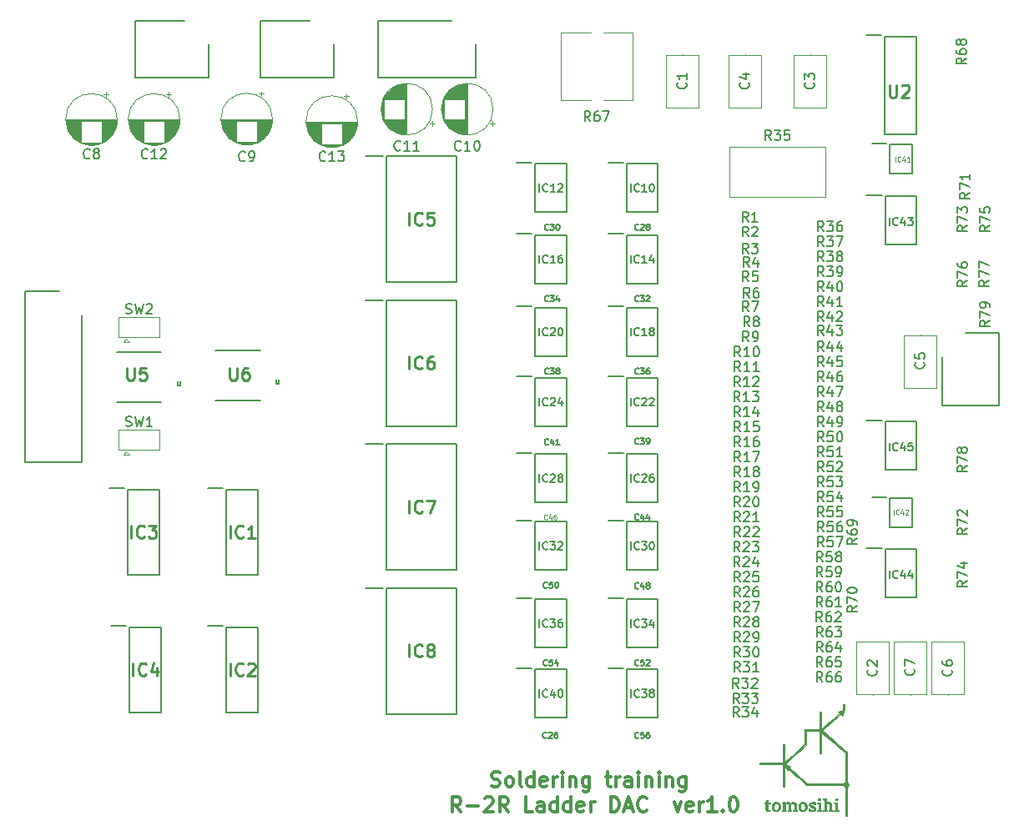
<source format=gto>
G04 #@! TF.GenerationSoftware,KiCad,Pcbnew,(5.0.2)-1*
G04 #@! TF.CreationDate,2019-07-09T23:38:42+09:00*
G04 #@! TF.ProjectId,R2-R,52322d52-2e6b-4696-9361-645f70636258,rev?*
G04 #@! TF.SameCoordinates,PX3c8eee0PY21e9a40*
G04 #@! TF.FileFunction,Legend,Top*
G04 #@! TF.FilePolarity,Positive*
%FSLAX46Y46*%
G04 Gerber Fmt 4.6, Leading zero omitted, Abs format (unit mm)*
G04 Created by KiCad (PCBNEW (5.0.2)-1) date 2019/07/09 23:38:42*
%MOMM*%
%LPD*%
G01*
G04 APERTURE LIST*
%ADD10C,0.300000*%
%ADD11C,0.200000*%
%ADD12C,0.120000*%
%ADD13C,0.152400*%
%ADD14C,0.010000*%
%ADD15C,0.254000*%
%ADD16C,0.150000*%
%ADD17C,0.125000*%
%ADD18R,1.852000X0.752000*%
%ADD19O,1.702000X1.702000*%
%ADD20C,1.702000*%
%ADD21C,0.100000*%
%ADD22C,0.692000*%
%ADD23R,1.652000X0.802000*%
%ADD24R,1.575200X0.457600*%
%ADD25R,1.702000X1.702000*%
%ADD26C,0.502000*%
%ADD27R,1.627000X0.752000*%
%ADD28R,1.502000X0.552000*%
%ADD29C,1.752000*%
%ADD30R,1.752000X1.752000*%
%ADD31C,1.542000*%
%ADD32R,1.102000X1.602000*%
%ADD33C,3.302000*%
G04 APERTURE END LIST*
D10*
X48463714Y-81120142D02*
X48678000Y-81191571D01*
X49035142Y-81191571D01*
X49178000Y-81120142D01*
X49249428Y-81048714D01*
X49320857Y-80905857D01*
X49320857Y-80763000D01*
X49249428Y-80620142D01*
X49178000Y-80548714D01*
X49035142Y-80477285D01*
X48749428Y-80405857D01*
X48606571Y-80334428D01*
X48535142Y-80263000D01*
X48463714Y-80120142D01*
X48463714Y-79977285D01*
X48535142Y-79834428D01*
X48606571Y-79763000D01*
X48749428Y-79691571D01*
X49106571Y-79691571D01*
X49320857Y-79763000D01*
X50178000Y-81191571D02*
X50035142Y-81120142D01*
X49963714Y-81048714D01*
X49892285Y-80905857D01*
X49892285Y-80477285D01*
X49963714Y-80334428D01*
X50035142Y-80263000D01*
X50178000Y-80191571D01*
X50392285Y-80191571D01*
X50535142Y-80263000D01*
X50606571Y-80334428D01*
X50678000Y-80477285D01*
X50678000Y-80905857D01*
X50606571Y-81048714D01*
X50535142Y-81120142D01*
X50392285Y-81191571D01*
X50178000Y-81191571D01*
X51535142Y-81191571D02*
X51392285Y-81120142D01*
X51320857Y-80977285D01*
X51320857Y-79691571D01*
X52749428Y-81191571D02*
X52749428Y-79691571D01*
X52749428Y-81120142D02*
X52606571Y-81191571D01*
X52320857Y-81191571D01*
X52178000Y-81120142D01*
X52106571Y-81048714D01*
X52035142Y-80905857D01*
X52035142Y-80477285D01*
X52106571Y-80334428D01*
X52178000Y-80263000D01*
X52320857Y-80191571D01*
X52606571Y-80191571D01*
X52749428Y-80263000D01*
X54035142Y-81120142D02*
X53892285Y-81191571D01*
X53606571Y-81191571D01*
X53463714Y-81120142D01*
X53392285Y-80977285D01*
X53392285Y-80405857D01*
X53463714Y-80263000D01*
X53606571Y-80191571D01*
X53892285Y-80191571D01*
X54035142Y-80263000D01*
X54106571Y-80405857D01*
X54106571Y-80548714D01*
X53392285Y-80691571D01*
X54749428Y-81191571D02*
X54749428Y-80191571D01*
X54749428Y-80477285D02*
X54820857Y-80334428D01*
X54892285Y-80263000D01*
X55035142Y-80191571D01*
X55178000Y-80191571D01*
X55678000Y-81191571D02*
X55678000Y-80191571D01*
X55678000Y-79691571D02*
X55606571Y-79763000D01*
X55678000Y-79834428D01*
X55749428Y-79763000D01*
X55678000Y-79691571D01*
X55678000Y-79834428D01*
X56392285Y-80191571D02*
X56392285Y-81191571D01*
X56392285Y-80334428D02*
X56463714Y-80263000D01*
X56606571Y-80191571D01*
X56820857Y-80191571D01*
X56963714Y-80263000D01*
X57035142Y-80405857D01*
X57035142Y-81191571D01*
X58392285Y-80191571D02*
X58392285Y-81405857D01*
X58320857Y-81548714D01*
X58249428Y-81620142D01*
X58106571Y-81691571D01*
X57892285Y-81691571D01*
X57749428Y-81620142D01*
X58392285Y-81120142D02*
X58249428Y-81191571D01*
X57963714Y-81191571D01*
X57820857Y-81120142D01*
X57749428Y-81048714D01*
X57678000Y-80905857D01*
X57678000Y-80477285D01*
X57749428Y-80334428D01*
X57820857Y-80263000D01*
X57963714Y-80191571D01*
X58249428Y-80191571D01*
X58392285Y-80263000D01*
X60035142Y-80191571D02*
X60606571Y-80191571D01*
X60249428Y-79691571D02*
X60249428Y-80977285D01*
X60320857Y-81120142D01*
X60463714Y-81191571D01*
X60606571Y-81191571D01*
X61106571Y-81191571D02*
X61106571Y-80191571D01*
X61106571Y-80477285D02*
X61178000Y-80334428D01*
X61249428Y-80263000D01*
X61392285Y-80191571D01*
X61535142Y-80191571D01*
X62678000Y-81191571D02*
X62678000Y-80405857D01*
X62606571Y-80263000D01*
X62463714Y-80191571D01*
X62178000Y-80191571D01*
X62035142Y-80263000D01*
X62678000Y-81120142D02*
X62535142Y-81191571D01*
X62178000Y-81191571D01*
X62035142Y-81120142D01*
X61963714Y-80977285D01*
X61963714Y-80834428D01*
X62035142Y-80691571D01*
X62178000Y-80620142D01*
X62535142Y-80620142D01*
X62678000Y-80548714D01*
X63392285Y-81191571D02*
X63392285Y-80191571D01*
X63392285Y-79691571D02*
X63320857Y-79763000D01*
X63392285Y-79834428D01*
X63463714Y-79763000D01*
X63392285Y-79691571D01*
X63392285Y-79834428D01*
X64106571Y-80191571D02*
X64106571Y-81191571D01*
X64106571Y-80334428D02*
X64178000Y-80263000D01*
X64320857Y-80191571D01*
X64535142Y-80191571D01*
X64678000Y-80263000D01*
X64749428Y-80405857D01*
X64749428Y-81191571D01*
X65463714Y-81191571D02*
X65463714Y-80191571D01*
X65463714Y-79691571D02*
X65392285Y-79763000D01*
X65463714Y-79834428D01*
X65535142Y-79763000D01*
X65463714Y-79691571D01*
X65463714Y-79834428D01*
X66178000Y-80191571D02*
X66178000Y-81191571D01*
X66178000Y-80334428D02*
X66249428Y-80263000D01*
X66392285Y-80191571D01*
X66606571Y-80191571D01*
X66749428Y-80263000D01*
X66820857Y-80405857D01*
X66820857Y-81191571D01*
X68178000Y-80191571D02*
X68178000Y-81405857D01*
X68106571Y-81548714D01*
X68035142Y-81620142D01*
X67892285Y-81691571D01*
X67678000Y-81691571D01*
X67535142Y-81620142D01*
X68178000Y-81120142D02*
X68035142Y-81191571D01*
X67749428Y-81191571D01*
X67606571Y-81120142D01*
X67535142Y-81048714D01*
X67463714Y-80905857D01*
X67463714Y-80477285D01*
X67535142Y-80334428D01*
X67606571Y-80263000D01*
X67749428Y-80191571D01*
X68035142Y-80191571D01*
X68178000Y-80263000D01*
X45356571Y-83741571D02*
X44856571Y-83027285D01*
X44499428Y-83741571D02*
X44499428Y-82241571D01*
X45070857Y-82241571D01*
X45213714Y-82313000D01*
X45285142Y-82384428D01*
X45356571Y-82527285D01*
X45356571Y-82741571D01*
X45285142Y-82884428D01*
X45213714Y-82955857D01*
X45070857Y-83027285D01*
X44499428Y-83027285D01*
X45999428Y-83170142D02*
X47142285Y-83170142D01*
X47785142Y-82384428D02*
X47856571Y-82313000D01*
X47999428Y-82241571D01*
X48356571Y-82241571D01*
X48499428Y-82313000D01*
X48570857Y-82384428D01*
X48642285Y-82527285D01*
X48642285Y-82670142D01*
X48570857Y-82884428D01*
X47713714Y-83741571D01*
X48642285Y-83741571D01*
X50142285Y-83741571D02*
X49642285Y-83027285D01*
X49285142Y-83741571D02*
X49285142Y-82241571D01*
X49856571Y-82241571D01*
X49999428Y-82313000D01*
X50070857Y-82384428D01*
X50142285Y-82527285D01*
X50142285Y-82741571D01*
X50070857Y-82884428D01*
X49999428Y-82955857D01*
X49856571Y-83027285D01*
X49285142Y-83027285D01*
X52642285Y-83741571D02*
X51928000Y-83741571D01*
X51928000Y-82241571D01*
X53785142Y-83741571D02*
X53785142Y-82955857D01*
X53713714Y-82813000D01*
X53570857Y-82741571D01*
X53285142Y-82741571D01*
X53142285Y-82813000D01*
X53785142Y-83670142D02*
X53642285Y-83741571D01*
X53285142Y-83741571D01*
X53142285Y-83670142D01*
X53070857Y-83527285D01*
X53070857Y-83384428D01*
X53142285Y-83241571D01*
X53285142Y-83170142D01*
X53642285Y-83170142D01*
X53785142Y-83098714D01*
X55142285Y-83741571D02*
X55142285Y-82241571D01*
X55142285Y-83670142D02*
X54999428Y-83741571D01*
X54713714Y-83741571D01*
X54570857Y-83670142D01*
X54499428Y-83598714D01*
X54428000Y-83455857D01*
X54428000Y-83027285D01*
X54499428Y-82884428D01*
X54570857Y-82813000D01*
X54713714Y-82741571D01*
X54999428Y-82741571D01*
X55142285Y-82813000D01*
X56499428Y-83741571D02*
X56499428Y-82241571D01*
X56499428Y-83670142D02*
X56356571Y-83741571D01*
X56070857Y-83741571D01*
X55928000Y-83670142D01*
X55856571Y-83598714D01*
X55785142Y-83455857D01*
X55785142Y-83027285D01*
X55856571Y-82884428D01*
X55928000Y-82813000D01*
X56070857Y-82741571D01*
X56356571Y-82741571D01*
X56499428Y-82813000D01*
X57785142Y-83670142D02*
X57642285Y-83741571D01*
X57356571Y-83741571D01*
X57213714Y-83670142D01*
X57142285Y-83527285D01*
X57142285Y-82955857D01*
X57213714Y-82813000D01*
X57356571Y-82741571D01*
X57642285Y-82741571D01*
X57785142Y-82813000D01*
X57856571Y-82955857D01*
X57856571Y-83098714D01*
X57142285Y-83241571D01*
X58499428Y-83741571D02*
X58499428Y-82741571D01*
X58499428Y-83027285D02*
X58570857Y-82884428D01*
X58642285Y-82813000D01*
X58785142Y-82741571D01*
X58928000Y-82741571D01*
X60570857Y-83741571D02*
X60570857Y-82241571D01*
X60928000Y-82241571D01*
X61142285Y-82313000D01*
X61285142Y-82455857D01*
X61356571Y-82598714D01*
X61428000Y-82884428D01*
X61428000Y-83098714D01*
X61356571Y-83384428D01*
X61285142Y-83527285D01*
X61142285Y-83670142D01*
X60928000Y-83741571D01*
X60570857Y-83741571D01*
X61999428Y-83313000D02*
X62713714Y-83313000D01*
X61856571Y-83741571D02*
X62356571Y-82241571D01*
X62856571Y-83741571D01*
X64213714Y-83598714D02*
X64142285Y-83670142D01*
X63928000Y-83741571D01*
X63785142Y-83741571D01*
X63570857Y-83670142D01*
X63428000Y-83527285D01*
X63356571Y-83384428D01*
X63285142Y-83098714D01*
X63285142Y-82884428D01*
X63356571Y-82598714D01*
X63428000Y-82455857D01*
X63570857Y-82313000D01*
X63785142Y-82241571D01*
X63928000Y-82241571D01*
X64142285Y-82313000D01*
X64213714Y-82384428D01*
X66999428Y-82741571D02*
X67356571Y-83741571D01*
X67713714Y-82741571D01*
X68856571Y-83670142D02*
X68713714Y-83741571D01*
X68428000Y-83741571D01*
X68285142Y-83670142D01*
X68213714Y-83527285D01*
X68213714Y-82955857D01*
X68285142Y-82813000D01*
X68428000Y-82741571D01*
X68713714Y-82741571D01*
X68856571Y-82813000D01*
X68928000Y-82955857D01*
X68928000Y-83098714D01*
X68213714Y-83241571D01*
X69570857Y-83741571D02*
X69570857Y-82741571D01*
X69570857Y-83027285D02*
X69642285Y-82884428D01*
X69713714Y-82813000D01*
X69856571Y-82741571D01*
X69999428Y-82741571D01*
X71285142Y-83741571D02*
X70428000Y-83741571D01*
X70856571Y-83741571D02*
X70856571Y-82241571D01*
X70713714Y-82455857D01*
X70570857Y-82598714D01*
X70428000Y-82670142D01*
X71928000Y-83598714D02*
X71999428Y-83670142D01*
X71928000Y-83741571D01*
X71856571Y-83670142D01*
X71928000Y-83598714D01*
X71928000Y-83741571D01*
X72928000Y-82241571D02*
X73070857Y-82241571D01*
X73213714Y-82313000D01*
X73285142Y-82384428D01*
X73356571Y-82527285D01*
X73428000Y-82813000D01*
X73428000Y-83170142D01*
X73356571Y-83455857D01*
X73285142Y-83598714D01*
X73213714Y-83670142D01*
X73070857Y-83741571D01*
X72928000Y-83741571D01*
X72785142Y-83670142D01*
X72713714Y-83598714D01*
X72642285Y-83455857D01*
X72570857Y-83170142D01*
X72570857Y-82813000D01*
X72642285Y-82527285D01*
X72713714Y-82384428D01*
X72785142Y-82313000D01*
X72928000Y-82241571D01*
D11*
G04 #@! TO.C,IC8*
X37801000Y-61037000D02*
X44901000Y-61037000D01*
X44901000Y-61037000D02*
X44901000Y-73837000D01*
X44901000Y-73837000D02*
X37801000Y-73837000D01*
X37801000Y-73837000D02*
X37801000Y-61037000D01*
X35701000Y-61047000D02*
X37451000Y-61047000D01*
D12*
G04 #@! TO.C,C5*
X91948000Y-35330000D02*
X91948000Y-35370000D01*
X91948000Y-40750000D02*
X91948000Y-40710000D01*
X90278000Y-35370000D02*
X90278000Y-40710000D01*
X93618000Y-35370000D02*
X90278000Y-35370000D01*
X93618000Y-40710000D02*
X93618000Y-35370000D01*
X90278000Y-40710000D02*
X93618000Y-40710000D01*
D11*
G04 #@! TO.C,IC1*
X19683000Y-50862000D02*
X21233000Y-50862000D01*
X21583000Y-59697000D02*
X21583000Y-51047000D01*
X24783000Y-59697000D02*
X21583000Y-59697000D01*
X24783000Y-51047000D02*
X24783000Y-59697000D01*
X21583000Y-51047000D02*
X24783000Y-51047000D01*
D13*
G04 #@! TO.C,U6*
X26644600Y-40284400D02*
X26644600Y-39903400D01*
X26898600Y-40284400D02*
X26644600Y-40284400D01*
X26898600Y-39903400D02*
X26898600Y-40284400D01*
X22428200Y-36906200D02*
X20472400Y-36906200D01*
X23037800Y-36906200D02*
X22428200Y-36906200D01*
X24993600Y-36906200D02*
X23037800Y-36906200D01*
X20472400Y-41986200D02*
X24993600Y-41986200D01*
D12*
G04 #@! TO.C,C1*
X69488000Y-6922000D02*
X66148000Y-6922000D01*
X66148000Y-6922000D02*
X66148000Y-12262000D01*
X66148000Y-12262000D02*
X69488000Y-12262000D01*
X69488000Y-12262000D02*
X69488000Y-6922000D01*
X67818000Y-6882000D02*
X67818000Y-6922000D01*
X67818000Y-12302000D02*
X67818000Y-12262000D01*
G04 #@! TO.C,C2*
X88792000Y-66478000D02*
X85452000Y-66478000D01*
X85452000Y-66478000D02*
X85452000Y-71818000D01*
X85452000Y-71818000D02*
X88792000Y-71818000D01*
X88792000Y-71818000D02*
X88792000Y-66478000D01*
X87122000Y-66438000D02*
X87122000Y-66478000D01*
X87122000Y-71858000D02*
X87122000Y-71818000D01*
G04 #@! TO.C,C3*
X82442000Y-6922000D02*
X79102000Y-6922000D01*
X79102000Y-6922000D02*
X79102000Y-12262000D01*
X79102000Y-12262000D02*
X82442000Y-12262000D01*
X82442000Y-12262000D02*
X82442000Y-6922000D01*
X80772000Y-6882000D02*
X80772000Y-6922000D01*
X80772000Y-12302000D02*
X80772000Y-12262000D01*
G04 #@! TO.C,C4*
X74168000Y-12302000D02*
X74168000Y-12262000D01*
X74168000Y-6882000D02*
X74168000Y-6922000D01*
X75838000Y-12262000D02*
X75838000Y-6922000D01*
X72498000Y-12262000D02*
X75838000Y-12262000D01*
X72498000Y-6922000D02*
X72498000Y-12262000D01*
X75838000Y-6922000D02*
X72498000Y-6922000D01*
G04 #@! TO.C,C6*
X96412000Y-66478000D02*
X93072000Y-66478000D01*
X93072000Y-66478000D02*
X93072000Y-71818000D01*
X93072000Y-71818000D02*
X96412000Y-71818000D01*
X96412000Y-71818000D02*
X96412000Y-66478000D01*
X94742000Y-66438000D02*
X94742000Y-66478000D01*
X94742000Y-71858000D02*
X94742000Y-71818000D01*
G04 #@! TO.C,C7*
X90932000Y-66438000D02*
X90932000Y-66478000D01*
X90932000Y-71858000D02*
X90932000Y-71818000D01*
X89262000Y-66478000D02*
X89262000Y-71818000D01*
X92602000Y-66478000D02*
X89262000Y-66478000D01*
X92602000Y-71818000D02*
X92602000Y-66478000D01*
X89262000Y-71818000D02*
X92602000Y-71818000D01*
G04 #@! TO.C,C8*
X10494000Y-13482000D02*
G75*
G03X10494000Y-13482000I-2620000J0D01*
G01*
X10454000Y-13482000D02*
X5294000Y-13482000D01*
X10454000Y-13522000D02*
X5294000Y-13522000D01*
X10453000Y-13562000D02*
X5295000Y-13562000D01*
X10452000Y-13602000D02*
X5296000Y-13602000D01*
X10450000Y-13642000D02*
X5298000Y-13642000D01*
X10447000Y-13682000D02*
X5301000Y-13682000D01*
X10443000Y-13722000D02*
X8914000Y-13722000D01*
X6834000Y-13722000D02*
X5305000Y-13722000D01*
X10439000Y-13762000D02*
X8914000Y-13762000D01*
X6834000Y-13762000D02*
X5309000Y-13762000D01*
X10435000Y-13802000D02*
X8914000Y-13802000D01*
X6834000Y-13802000D02*
X5313000Y-13802000D01*
X10430000Y-13842000D02*
X8914000Y-13842000D01*
X6834000Y-13842000D02*
X5318000Y-13842000D01*
X10424000Y-13882000D02*
X8914000Y-13882000D01*
X6834000Y-13882000D02*
X5324000Y-13882000D01*
X10417000Y-13922000D02*
X8914000Y-13922000D01*
X6834000Y-13922000D02*
X5331000Y-13922000D01*
X10410000Y-13962000D02*
X8914000Y-13962000D01*
X6834000Y-13962000D02*
X5338000Y-13962000D01*
X10402000Y-14002000D02*
X8914000Y-14002000D01*
X6834000Y-14002000D02*
X5346000Y-14002000D01*
X10394000Y-14042000D02*
X8914000Y-14042000D01*
X6834000Y-14042000D02*
X5354000Y-14042000D01*
X10385000Y-14082000D02*
X8914000Y-14082000D01*
X6834000Y-14082000D02*
X5363000Y-14082000D01*
X10375000Y-14122000D02*
X8914000Y-14122000D01*
X6834000Y-14122000D02*
X5373000Y-14122000D01*
X10365000Y-14162000D02*
X8914000Y-14162000D01*
X6834000Y-14162000D02*
X5383000Y-14162000D01*
X10354000Y-14203000D02*
X8914000Y-14203000D01*
X6834000Y-14203000D02*
X5394000Y-14203000D01*
X10342000Y-14243000D02*
X8914000Y-14243000D01*
X6834000Y-14243000D02*
X5406000Y-14243000D01*
X10329000Y-14283000D02*
X8914000Y-14283000D01*
X6834000Y-14283000D02*
X5419000Y-14283000D01*
X10316000Y-14323000D02*
X8914000Y-14323000D01*
X6834000Y-14323000D02*
X5432000Y-14323000D01*
X10302000Y-14363000D02*
X8914000Y-14363000D01*
X6834000Y-14363000D02*
X5446000Y-14363000D01*
X10288000Y-14403000D02*
X8914000Y-14403000D01*
X6834000Y-14403000D02*
X5460000Y-14403000D01*
X10272000Y-14443000D02*
X8914000Y-14443000D01*
X6834000Y-14443000D02*
X5476000Y-14443000D01*
X10256000Y-14483000D02*
X8914000Y-14483000D01*
X6834000Y-14483000D02*
X5492000Y-14483000D01*
X10239000Y-14523000D02*
X8914000Y-14523000D01*
X6834000Y-14523000D02*
X5509000Y-14523000D01*
X10222000Y-14563000D02*
X8914000Y-14563000D01*
X6834000Y-14563000D02*
X5526000Y-14563000D01*
X10203000Y-14603000D02*
X8914000Y-14603000D01*
X6834000Y-14603000D02*
X5545000Y-14603000D01*
X10184000Y-14643000D02*
X8914000Y-14643000D01*
X6834000Y-14643000D02*
X5564000Y-14643000D01*
X10164000Y-14683000D02*
X8914000Y-14683000D01*
X6834000Y-14683000D02*
X5584000Y-14683000D01*
X10142000Y-14723000D02*
X8914000Y-14723000D01*
X6834000Y-14723000D02*
X5606000Y-14723000D01*
X10121000Y-14763000D02*
X8914000Y-14763000D01*
X6834000Y-14763000D02*
X5627000Y-14763000D01*
X10098000Y-14803000D02*
X8914000Y-14803000D01*
X6834000Y-14803000D02*
X5650000Y-14803000D01*
X10074000Y-14843000D02*
X8914000Y-14843000D01*
X6834000Y-14843000D02*
X5674000Y-14843000D01*
X10049000Y-14883000D02*
X8914000Y-14883000D01*
X6834000Y-14883000D02*
X5699000Y-14883000D01*
X10023000Y-14923000D02*
X8914000Y-14923000D01*
X6834000Y-14923000D02*
X5725000Y-14923000D01*
X9996000Y-14963000D02*
X8914000Y-14963000D01*
X6834000Y-14963000D02*
X5752000Y-14963000D01*
X9969000Y-15003000D02*
X8914000Y-15003000D01*
X6834000Y-15003000D02*
X5779000Y-15003000D01*
X9939000Y-15043000D02*
X8914000Y-15043000D01*
X6834000Y-15043000D02*
X5809000Y-15043000D01*
X9909000Y-15083000D02*
X8914000Y-15083000D01*
X6834000Y-15083000D02*
X5839000Y-15083000D01*
X9878000Y-15123000D02*
X8914000Y-15123000D01*
X6834000Y-15123000D02*
X5870000Y-15123000D01*
X9845000Y-15163000D02*
X8914000Y-15163000D01*
X6834000Y-15163000D02*
X5903000Y-15163000D01*
X9811000Y-15203000D02*
X8914000Y-15203000D01*
X6834000Y-15203000D02*
X5937000Y-15203000D01*
X9775000Y-15243000D02*
X8914000Y-15243000D01*
X6834000Y-15243000D02*
X5973000Y-15243000D01*
X9738000Y-15283000D02*
X8914000Y-15283000D01*
X6834000Y-15283000D02*
X6010000Y-15283000D01*
X9700000Y-15323000D02*
X8914000Y-15323000D01*
X6834000Y-15323000D02*
X6048000Y-15323000D01*
X9659000Y-15363000D02*
X8914000Y-15363000D01*
X6834000Y-15363000D02*
X6089000Y-15363000D01*
X9617000Y-15403000D02*
X8914000Y-15403000D01*
X6834000Y-15403000D02*
X6131000Y-15403000D01*
X9573000Y-15443000D02*
X8914000Y-15443000D01*
X6834000Y-15443000D02*
X6175000Y-15443000D01*
X9527000Y-15483000D02*
X8914000Y-15483000D01*
X6834000Y-15483000D02*
X6221000Y-15483000D01*
X9479000Y-15523000D02*
X8914000Y-15523000D01*
X6834000Y-15523000D02*
X6269000Y-15523000D01*
X9428000Y-15563000D02*
X8914000Y-15563000D01*
X6834000Y-15563000D02*
X6320000Y-15563000D01*
X9374000Y-15603000D02*
X8914000Y-15603000D01*
X6834000Y-15603000D02*
X6374000Y-15603000D01*
X9317000Y-15643000D02*
X8914000Y-15643000D01*
X6834000Y-15643000D02*
X6431000Y-15643000D01*
X9257000Y-15683000D02*
X8914000Y-15683000D01*
X6834000Y-15683000D02*
X6491000Y-15683000D01*
X9193000Y-15723000D02*
X8914000Y-15723000D01*
X6834000Y-15723000D02*
X6555000Y-15723000D01*
X9125000Y-15763000D02*
X8914000Y-15763000D01*
X6834000Y-15763000D02*
X6623000Y-15763000D01*
X9052000Y-15803000D02*
X6696000Y-15803000D01*
X8972000Y-15843000D02*
X6776000Y-15843000D01*
X8885000Y-15883000D02*
X6863000Y-15883000D01*
X8789000Y-15923000D02*
X6959000Y-15923000D01*
X8679000Y-15963000D02*
X7069000Y-15963000D01*
X8551000Y-16003000D02*
X7197000Y-16003000D01*
X8392000Y-16043000D02*
X7356000Y-16043000D01*
X8158000Y-16083000D02*
X7590000Y-16083000D01*
X9349000Y-10677225D02*
X9349000Y-11177225D01*
X9599000Y-10927225D02*
X9099000Y-10927225D01*
G04 #@! TO.C,C9*
X25347000Y-10887225D02*
X24847000Y-10887225D01*
X25097000Y-10637225D02*
X25097000Y-11137225D01*
X23906000Y-16043000D02*
X23338000Y-16043000D01*
X24140000Y-16003000D02*
X23104000Y-16003000D01*
X24299000Y-15963000D02*
X22945000Y-15963000D01*
X24427000Y-15923000D02*
X22817000Y-15923000D01*
X24537000Y-15883000D02*
X22707000Y-15883000D01*
X24633000Y-15843000D02*
X22611000Y-15843000D01*
X24720000Y-15803000D02*
X22524000Y-15803000D01*
X24800000Y-15763000D02*
X22444000Y-15763000D01*
X22582000Y-15723000D02*
X22371000Y-15723000D01*
X24873000Y-15723000D02*
X24662000Y-15723000D01*
X22582000Y-15683000D02*
X22303000Y-15683000D01*
X24941000Y-15683000D02*
X24662000Y-15683000D01*
X22582000Y-15643000D02*
X22239000Y-15643000D01*
X25005000Y-15643000D02*
X24662000Y-15643000D01*
X22582000Y-15603000D02*
X22179000Y-15603000D01*
X25065000Y-15603000D02*
X24662000Y-15603000D01*
X22582000Y-15563000D02*
X22122000Y-15563000D01*
X25122000Y-15563000D02*
X24662000Y-15563000D01*
X22582000Y-15523000D02*
X22068000Y-15523000D01*
X25176000Y-15523000D02*
X24662000Y-15523000D01*
X22582000Y-15483000D02*
X22017000Y-15483000D01*
X25227000Y-15483000D02*
X24662000Y-15483000D01*
X22582000Y-15443000D02*
X21969000Y-15443000D01*
X25275000Y-15443000D02*
X24662000Y-15443000D01*
X22582000Y-15403000D02*
X21923000Y-15403000D01*
X25321000Y-15403000D02*
X24662000Y-15403000D01*
X22582000Y-15363000D02*
X21879000Y-15363000D01*
X25365000Y-15363000D02*
X24662000Y-15363000D01*
X22582000Y-15323000D02*
X21837000Y-15323000D01*
X25407000Y-15323000D02*
X24662000Y-15323000D01*
X22582000Y-15283000D02*
X21796000Y-15283000D01*
X25448000Y-15283000D02*
X24662000Y-15283000D01*
X22582000Y-15243000D02*
X21758000Y-15243000D01*
X25486000Y-15243000D02*
X24662000Y-15243000D01*
X22582000Y-15203000D02*
X21721000Y-15203000D01*
X25523000Y-15203000D02*
X24662000Y-15203000D01*
X22582000Y-15163000D02*
X21685000Y-15163000D01*
X25559000Y-15163000D02*
X24662000Y-15163000D01*
X22582000Y-15123000D02*
X21651000Y-15123000D01*
X25593000Y-15123000D02*
X24662000Y-15123000D01*
X22582000Y-15083000D02*
X21618000Y-15083000D01*
X25626000Y-15083000D02*
X24662000Y-15083000D01*
X22582000Y-15043000D02*
X21587000Y-15043000D01*
X25657000Y-15043000D02*
X24662000Y-15043000D01*
X22582000Y-15003000D02*
X21557000Y-15003000D01*
X25687000Y-15003000D02*
X24662000Y-15003000D01*
X22582000Y-14963000D02*
X21527000Y-14963000D01*
X25717000Y-14963000D02*
X24662000Y-14963000D01*
X22582000Y-14923000D02*
X21500000Y-14923000D01*
X25744000Y-14923000D02*
X24662000Y-14923000D01*
X22582000Y-14883000D02*
X21473000Y-14883000D01*
X25771000Y-14883000D02*
X24662000Y-14883000D01*
X22582000Y-14843000D02*
X21447000Y-14843000D01*
X25797000Y-14843000D02*
X24662000Y-14843000D01*
X22582000Y-14803000D02*
X21422000Y-14803000D01*
X25822000Y-14803000D02*
X24662000Y-14803000D01*
X22582000Y-14763000D02*
X21398000Y-14763000D01*
X25846000Y-14763000D02*
X24662000Y-14763000D01*
X22582000Y-14723000D02*
X21375000Y-14723000D01*
X25869000Y-14723000D02*
X24662000Y-14723000D01*
X22582000Y-14683000D02*
X21354000Y-14683000D01*
X25890000Y-14683000D02*
X24662000Y-14683000D01*
X22582000Y-14643000D02*
X21332000Y-14643000D01*
X25912000Y-14643000D02*
X24662000Y-14643000D01*
X22582000Y-14603000D02*
X21312000Y-14603000D01*
X25932000Y-14603000D02*
X24662000Y-14603000D01*
X22582000Y-14563000D02*
X21293000Y-14563000D01*
X25951000Y-14563000D02*
X24662000Y-14563000D01*
X22582000Y-14523000D02*
X21274000Y-14523000D01*
X25970000Y-14523000D02*
X24662000Y-14523000D01*
X22582000Y-14483000D02*
X21257000Y-14483000D01*
X25987000Y-14483000D02*
X24662000Y-14483000D01*
X22582000Y-14443000D02*
X21240000Y-14443000D01*
X26004000Y-14443000D02*
X24662000Y-14443000D01*
X22582000Y-14403000D02*
X21224000Y-14403000D01*
X26020000Y-14403000D02*
X24662000Y-14403000D01*
X22582000Y-14363000D02*
X21208000Y-14363000D01*
X26036000Y-14363000D02*
X24662000Y-14363000D01*
X22582000Y-14323000D02*
X21194000Y-14323000D01*
X26050000Y-14323000D02*
X24662000Y-14323000D01*
X22582000Y-14283000D02*
X21180000Y-14283000D01*
X26064000Y-14283000D02*
X24662000Y-14283000D01*
X22582000Y-14243000D02*
X21167000Y-14243000D01*
X26077000Y-14243000D02*
X24662000Y-14243000D01*
X22582000Y-14203000D02*
X21154000Y-14203000D01*
X26090000Y-14203000D02*
X24662000Y-14203000D01*
X22582000Y-14163000D02*
X21142000Y-14163000D01*
X26102000Y-14163000D02*
X24662000Y-14163000D01*
X22582000Y-14122000D02*
X21131000Y-14122000D01*
X26113000Y-14122000D02*
X24662000Y-14122000D01*
X22582000Y-14082000D02*
X21121000Y-14082000D01*
X26123000Y-14082000D02*
X24662000Y-14082000D01*
X22582000Y-14042000D02*
X21111000Y-14042000D01*
X26133000Y-14042000D02*
X24662000Y-14042000D01*
X22582000Y-14002000D02*
X21102000Y-14002000D01*
X26142000Y-14002000D02*
X24662000Y-14002000D01*
X22582000Y-13962000D02*
X21094000Y-13962000D01*
X26150000Y-13962000D02*
X24662000Y-13962000D01*
X22582000Y-13922000D02*
X21086000Y-13922000D01*
X26158000Y-13922000D02*
X24662000Y-13922000D01*
X22582000Y-13882000D02*
X21079000Y-13882000D01*
X26165000Y-13882000D02*
X24662000Y-13882000D01*
X22582000Y-13842000D02*
X21072000Y-13842000D01*
X26172000Y-13842000D02*
X24662000Y-13842000D01*
X22582000Y-13802000D02*
X21066000Y-13802000D01*
X26178000Y-13802000D02*
X24662000Y-13802000D01*
X22582000Y-13762000D02*
X21061000Y-13762000D01*
X26183000Y-13762000D02*
X24662000Y-13762000D01*
X22582000Y-13722000D02*
X21057000Y-13722000D01*
X26187000Y-13722000D02*
X24662000Y-13722000D01*
X22582000Y-13682000D02*
X21053000Y-13682000D01*
X26191000Y-13682000D02*
X24662000Y-13682000D01*
X26195000Y-13642000D02*
X21049000Y-13642000D01*
X26198000Y-13602000D02*
X21046000Y-13602000D01*
X26200000Y-13562000D02*
X21044000Y-13562000D01*
X26201000Y-13522000D02*
X21043000Y-13522000D01*
X26202000Y-13482000D02*
X21042000Y-13482000D01*
X26202000Y-13442000D02*
X21042000Y-13442000D01*
X26242000Y-13442000D02*
G75*
G03X26242000Y-13442000I-2620000J0D01*
G01*
G04 #@! TO.C,C10*
X48614000Y-12446000D02*
G75*
G03X48614000Y-12446000I-2620000J0D01*
G01*
X45994000Y-15026000D02*
X45994000Y-9866000D01*
X45954000Y-15026000D02*
X45954000Y-9866000D01*
X45914000Y-15025000D02*
X45914000Y-9867000D01*
X45874000Y-15024000D02*
X45874000Y-9868000D01*
X45834000Y-15022000D02*
X45834000Y-9870000D01*
X45794000Y-15019000D02*
X45794000Y-9873000D01*
X45754000Y-15015000D02*
X45754000Y-13486000D01*
X45754000Y-11406000D02*
X45754000Y-9877000D01*
X45714000Y-15011000D02*
X45714000Y-13486000D01*
X45714000Y-11406000D02*
X45714000Y-9881000D01*
X45674000Y-15007000D02*
X45674000Y-13486000D01*
X45674000Y-11406000D02*
X45674000Y-9885000D01*
X45634000Y-15002000D02*
X45634000Y-13486000D01*
X45634000Y-11406000D02*
X45634000Y-9890000D01*
X45594000Y-14996000D02*
X45594000Y-13486000D01*
X45594000Y-11406000D02*
X45594000Y-9896000D01*
X45554000Y-14989000D02*
X45554000Y-13486000D01*
X45554000Y-11406000D02*
X45554000Y-9903000D01*
X45514000Y-14982000D02*
X45514000Y-13486000D01*
X45514000Y-11406000D02*
X45514000Y-9910000D01*
X45474000Y-14974000D02*
X45474000Y-13486000D01*
X45474000Y-11406000D02*
X45474000Y-9918000D01*
X45434000Y-14966000D02*
X45434000Y-13486000D01*
X45434000Y-11406000D02*
X45434000Y-9926000D01*
X45394000Y-14957000D02*
X45394000Y-13486000D01*
X45394000Y-11406000D02*
X45394000Y-9935000D01*
X45354000Y-14947000D02*
X45354000Y-13486000D01*
X45354000Y-11406000D02*
X45354000Y-9945000D01*
X45314000Y-14937000D02*
X45314000Y-13486000D01*
X45314000Y-11406000D02*
X45314000Y-9955000D01*
X45273000Y-14926000D02*
X45273000Y-13486000D01*
X45273000Y-11406000D02*
X45273000Y-9966000D01*
X45233000Y-14914000D02*
X45233000Y-13486000D01*
X45233000Y-11406000D02*
X45233000Y-9978000D01*
X45193000Y-14901000D02*
X45193000Y-13486000D01*
X45193000Y-11406000D02*
X45193000Y-9991000D01*
X45153000Y-14888000D02*
X45153000Y-13486000D01*
X45153000Y-11406000D02*
X45153000Y-10004000D01*
X45113000Y-14874000D02*
X45113000Y-13486000D01*
X45113000Y-11406000D02*
X45113000Y-10018000D01*
X45073000Y-14860000D02*
X45073000Y-13486000D01*
X45073000Y-11406000D02*
X45073000Y-10032000D01*
X45033000Y-14844000D02*
X45033000Y-13486000D01*
X45033000Y-11406000D02*
X45033000Y-10048000D01*
X44993000Y-14828000D02*
X44993000Y-13486000D01*
X44993000Y-11406000D02*
X44993000Y-10064000D01*
X44953000Y-14811000D02*
X44953000Y-13486000D01*
X44953000Y-11406000D02*
X44953000Y-10081000D01*
X44913000Y-14794000D02*
X44913000Y-13486000D01*
X44913000Y-11406000D02*
X44913000Y-10098000D01*
X44873000Y-14775000D02*
X44873000Y-13486000D01*
X44873000Y-11406000D02*
X44873000Y-10117000D01*
X44833000Y-14756000D02*
X44833000Y-13486000D01*
X44833000Y-11406000D02*
X44833000Y-10136000D01*
X44793000Y-14736000D02*
X44793000Y-13486000D01*
X44793000Y-11406000D02*
X44793000Y-10156000D01*
X44753000Y-14714000D02*
X44753000Y-13486000D01*
X44753000Y-11406000D02*
X44753000Y-10178000D01*
X44713000Y-14693000D02*
X44713000Y-13486000D01*
X44713000Y-11406000D02*
X44713000Y-10199000D01*
X44673000Y-14670000D02*
X44673000Y-13486000D01*
X44673000Y-11406000D02*
X44673000Y-10222000D01*
X44633000Y-14646000D02*
X44633000Y-13486000D01*
X44633000Y-11406000D02*
X44633000Y-10246000D01*
X44593000Y-14621000D02*
X44593000Y-13486000D01*
X44593000Y-11406000D02*
X44593000Y-10271000D01*
X44553000Y-14595000D02*
X44553000Y-13486000D01*
X44553000Y-11406000D02*
X44553000Y-10297000D01*
X44513000Y-14568000D02*
X44513000Y-13486000D01*
X44513000Y-11406000D02*
X44513000Y-10324000D01*
X44473000Y-14541000D02*
X44473000Y-13486000D01*
X44473000Y-11406000D02*
X44473000Y-10351000D01*
X44433000Y-14511000D02*
X44433000Y-13486000D01*
X44433000Y-11406000D02*
X44433000Y-10381000D01*
X44393000Y-14481000D02*
X44393000Y-13486000D01*
X44393000Y-11406000D02*
X44393000Y-10411000D01*
X44353000Y-14450000D02*
X44353000Y-13486000D01*
X44353000Y-11406000D02*
X44353000Y-10442000D01*
X44313000Y-14417000D02*
X44313000Y-13486000D01*
X44313000Y-11406000D02*
X44313000Y-10475000D01*
X44273000Y-14383000D02*
X44273000Y-13486000D01*
X44273000Y-11406000D02*
X44273000Y-10509000D01*
X44233000Y-14347000D02*
X44233000Y-13486000D01*
X44233000Y-11406000D02*
X44233000Y-10545000D01*
X44193000Y-14310000D02*
X44193000Y-13486000D01*
X44193000Y-11406000D02*
X44193000Y-10582000D01*
X44153000Y-14272000D02*
X44153000Y-13486000D01*
X44153000Y-11406000D02*
X44153000Y-10620000D01*
X44113000Y-14231000D02*
X44113000Y-13486000D01*
X44113000Y-11406000D02*
X44113000Y-10661000D01*
X44073000Y-14189000D02*
X44073000Y-13486000D01*
X44073000Y-11406000D02*
X44073000Y-10703000D01*
X44033000Y-14145000D02*
X44033000Y-13486000D01*
X44033000Y-11406000D02*
X44033000Y-10747000D01*
X43993000Y-14099000D02*
X43993000Y-13486000D01*
X43993000Y-11406000D02*
X43993000Y-10793000D01*
X43953000Y-14051000D02*
X43953000Y-13486000D01*
X43953000Y-11406000D02*
X43953000Y-10841000D01*
X43913000Y-14000000D02*
X43913000Y-13486000D01*
X43913000Y-11406000D02*
X43913000Y-10892000D01*
X43873000Y-13946000D02*
X43873000Y-13486000D01*
X43873000Y-11406000D02*
X43873000Y-10946000D01*
X43833000Y-13889000D02*
X43833000Y-13486000D01*
X43833000Y-11406000D02*
X43833000Y-11003000D01*
X43793000Y-13829000D02*
X43793000Y-13486000D01*
X43793000Y-11406000D02*
X43793000Y-11063000D01*
X43753000Y-13765000D02*
X43753000Y-13486000D01*
X43753000Y-11406000D02*
X43753000Y-11127000D01*
X43713000Y-13697000D02*
X43713000Y-13486000D01*
X43713000Y-11406000D02*
X43713000Y-11195000D01*
X43673000Y-13624000D02*
X43673000Y-11268000D01*
X43633000Y-13544000D02*
X43633000Y-11348000D01*
X43593000Y-13457000D02*
X43593000Y-11435000D01*
X43553000Y-13361000D02*
X43553000Y-11531000D01*
X43513000Y-13251000D02*
X43513000Y-11641000D01*
X43473000Y-13123000D02*
X43473000Y-11769000D01*
X43433000Y-12964000D02*
X43433000Y-11928000D01*
X43393000Y-12730000D02*
X43393000Y-12162000D01*
X48798775Y-13921000D02*
X48298775Y-13921000D01*
X48548775Y-14171000D02*
X48548775Y-13671000D01*
G04 #@! TO.C,C11*
X42412775Y-14171000D02*
X42412775Y-13671000D01*
X42662775Y-13921000D02*
X42162775Y-13921000D01*
X37257000Y-12730000D02*
X37257000Y-12162000D01*
X37297000Y-12964000D02*
X37297000Y-11928000D01*
X37337000Y-13123000D02*
X37337000Y-11769000D01*
X37377000Y-13251000D02*
X37377000Y-11641000D01*
X37417000Y-13361000D02*
X37417000Y-11531000D01*
X37457000Y-13457000D02*
X37457000Y-11435000D01*
X37497000Y-13544000D02*
X37497000Y-11348000D01*
X37537000Y-13624000D02*
X37537000Y-11268000D01*
X37577000Y-11406000D02*
X37577000Y-11195000D01*
X37577000Y-13697000D02*
X37577000Y-13486000D01*
X37617000Y-11406000D02*
X37617000Y-11127000D01*
X37617000Y-13765000D02*
X37617000Y-13486000D01*
X37657000Y-11406000D02*
X37657000Y-11063000D01*
X37657000Y-13829000D02*
X37657000Y-13486000D01*
X37697000Y-11406000D02*
X37697000Y-11003000D01*
X37697000Y-13889000D02*
X37697000Y-13486000D01*
X37737000Y-11406000D02*
X37737000Y-10946000D01*
X37737000Y-13946000D02*
X37737000Y-13486000D01*
X37777000Y-11406000D02*
X37777000Y-10892000D01*
X37777000Y-14000000D02*
X37777000Y-13486000D01*
X37817000Y-11406000D02*
X37817000Y-10841000D01*
X37817000Y-14051000D02*
X37817000Y-13486000D01*
X37857000Y-11406000D02*
X37857000Y-10793000D01*
X37857000Y-14099000D02*
X37857000Y-13486000D01*
X37897000Y-11406000D02*
X37897000Y-10747000D01*
X37897000Y-14145000D02*
X37897000Y-13486000D01*
X37937000Y-11406000D02*
X37937000Y-10703000D01*
X37937000Y-14189000D02*
X37937000Y-13486000D01*
X37977000Y-11406000D02*
X37977000Y-10661000D01*
X37977000Y-14231000D02*
X37977000Y-13486000D01*
X38017000Y-11406000D02*
X38017000Y-10620000D01*
X38017000Y-14272000D02*
X38017000Y-13486000D01*
X38057000Y-11406000D02*
X38057000Y-10582000D01*
X38057000Y-14310000D02*
X38057000Y-13486000D01*
X38097000Y-11406000D02*
X38097000Y-10545000D01*
X38097000Y-14347000D02*
X38097000Y-13486000D01*
X38137000Y-11406000D02*
X38137000Y-10509000D01*
X38137000Y-14383000D02*
X38137000Y-13486000D01*
X38177000Y-11406000D02*
X38177000Y-10475000D01*
X38177000Y-14417000D02*
X38177000Y-13486000D01*
X38217000Y-11406000D02*
X38217000Y-10442000D01*
X38217000Y-14450000D02*
X38217000Y-13486000D01*
X38257000Y-11406000D02*
X38257000Y-10411000D01*
X38257000Y-14481000D02*
X38257000Y-13486000D01*
X38297000Y-11406000D02*
X38297000Y-10381000D01*
X38297000Y-14511000D02*
X38297000Y-13486000D01*
X38337000Y-11406000D02*
X38337000Y-10351000D01*
X38337000Y-14541000D02*
X38337000Y-13486000D01*
X38377000Y-11406000D02*
X38377000Y-10324000D01*
X38377000Y-14568000D02*
X38377000Y-13486000D01*
X38417000Y-11406000D02*
X38417000Y-10297000D01*
X38417000Y-14595000D02*
X38417000Y-13486000D01*
X38457000Y-11406000D02*
X38457000Y-10271000D01*
X38457000Y-14621000D02*
X38457000Y-13486000D01*
X38497000Y-11406000D02*
X38497000Y-10246000D01*
X38497000Y-14646000D02*
X38497000Y-13486000D01*
X38537000Y-11406000D02*
X38537000Y-10222000D01*
X38537000Y-14670000D02*
X38537000Y-13486000D01*
X38577000Y-11406000D02*
X38577000Y-10199000D01*
X38577000Y-14693000D02*
X38577000Y-13486000D01*
X38617000Y-11406000D02*
X38617000Y-10178000D01*
X38617000Y-14714000D02*
X38617000Y-13486000D01*
X38657000Y-11406000D02*
X38657000Y-10156000D01*
X38657000Y-14736000D02*
X38657000Y-13486000D01*
X38697000Y-11406000D02*
X38697000Y-10136000D01*
X38697000Y-14756000D02*
X38697000Y-13486000D01*
X38737000Y-11406000D02*
X38737000Y-10117000D01*
X38737000Y-14775000D02*
X38737000Y-13486000D01*
X38777000Y-11406000D02*
X38777000Y-10098000D01*
X38777000Y-14794000D02*
X38777000Y-13486000D01*
X38817000Y-11406000D02*
X38817000Y-10081000D01*
X38817000Y-14811000D02*
X38817000Y-13486000D01*
X38857000Y-11406000D02*
X38857000Y-10064000D01*
X38857000Y-14828000D02*
X38857000Y-13486000D01*
X38897000Y-11406000D02*
X38897000Y-10048000D01*
X38897000Y-14844000D02*
X38897000Y-13486000D01*
X38937000Y-11406000D02*
X38937000Y-10032000D01*
X38937000Y-14860000D02*
X38937000Y-13486000D01*
X38977000Y-11406000D02*
X38977000Y-10018000D01*
X38977000Y-14874000D02*
X38977000Y-13486000D01*
X39017000Y-11406000D02*
X39017000Y-10004000D01*
X39017000Y-14888000D02*
X39017000Y-13486000D01*
X39057000Y-11406000D02*
X39057000Y-9991000D01*
X39057000Y-14901000D02*
X39057000Y-13486000D01*
X39097000Y-11406000D02*
X39097000Y-9978000D01*
X39097000Y-14914000D02*
X39097000Y-13486000D01*
X39137000Y-11406000D02*
X39137000Y-9966000D01*
X39137000Y-14926000D02*
X39137000Y-13486000D01*
X39178000Y-11406000D02*
X39178000Y-9955000D01*
X39178000Y-14937000D02*
X39178000Y-13486000D01*
X39218000Y-11406000D02*
X39218000Y-9945000D01*
X39218000Y-14947000D02*
X39218000Y-13486000D01*
X39258000Y-11406000D02*
X39258000Y-9935000D01*
X39258000Y-14957000D02*
X39258000Y-13486000D01*
X39298000Y-11406000D02*
X39298000Y-9926000D01*
X39298000Y-14966000D02*
X39298000Y-13486000D01*
X39338000Y-11406000D02*
X39338000Y-9918000D01*
X39338000Y-14974000D02*
X39338000Y-13486000D01*
X39378000Y-11406000D02*
X39378000Y-9910000D01*
X39378000Y-14982000D02*
X39378000Y-13486000D01*
X39418000Y-11406000D02*
X39418000Y-9903000D01*
X39418000Y-14989000D02*
X39418000Y-13486000D01*
X39458000Y-11406000D02*
X39458000Y-9896000D01*
X39458000Y-14996000D02*
X39458000Y-13486000D01*
X39498000Y-11406000D02*
X39498000Y-9890000D01*
X39498000Y-15002000D02*
X39498000Y-13486000D01*
X39538000Y-11406000D02*
X39538000Y-9885000D01*
X39538000Y-15007000D02*
X39538000Y-13486000D01*
X39578000Y-11406000D02*
X39578000Y-9881000D01*
X39578000Y-15011000D02*
X39578000Y-13486000D01*
X39618000Y-11406000D02*
X39618000Y-9877000D01*
X39618000Y-15015000D02*
X39618000Y-13486000D01*
X39658000Y-15019000D02*
X39658000Y-9873000D01*
X39698000Y-15022000D02*
X39698000Y-9870000D01*
X39738000Y-15024000D02*
X39738000Y-9868000D01*
X39778000Y-15025000D02*
X39778000Y-9867000D01*
X39818000Y-15026000D02*
X39818000Y-9866000D01*
X39858000Y-15026000D02*
X39858000Y-9866000D01*
X42478000Y-12446000D02*
G75*
G03X42478000Y-12446000I-2620000J0D01*
G01*
G04 #@! TO.C,C12*
X16844000Y-13482000D02*
G75*
G03X16844000Y-13482000I-2620000J0D01*
G01*
X16804000Y-13482000D02*
X11644000Y-13482000D01*
X16804000Y-13522000D02*
X11644000Y-13522000D01*
X16803000Y-13562000D02*
X11645000Y-13562000D01*
X16802000Y-13602000D02*
X11646000Y-13602000D01*
X16800000Y-13642000D02*
X11648000Y-13642000D01*
X16797000Y-13682000D02*
X11651000Y-13682000D01*
X16793000Y-13722000D02*
X15264000Y-13722000D01*
X13184000Y-13722000D02*
X11655000Y-13722000D01*
X16789000Y-13762000D02*
X15264000Y-13762000D01*
X13184000Y-13762000D02*
X11659000Y-13762000D01*
X16785000Y-13802000D02*
X15264000Y-13802000D01*
X13184000Y-13802000D02*
X11663000Y-13802000D01*
X16780000Y-13842000D02*
X15264000Y-13842000D01*
X13184000Y-13842000D02*
X11668000Y-13842000D01*
X16774000Y-13882000D02*
X15264000Y-13882000D01*
X13184000Y-13882000D02*
X11674000Y-13882000D01*
X16767000Y-13922000D02*
X15264000Y-13922000D01*
X13184000Y-13922000D02*
X11681000Y-13922000D01*
X16760000Y-13962000D02*
X15264000Y-13962000D01*
X13184000Y-13962000D02*
X11688000Y-13962000D01*
X16752000Y-14002000D02*
X15264000Y-14002000D01*
X13184000Y-14002000D02*
X11696000Y-14002000D01*
X16744000Y-14042000D02*
X15264000Y-14042000D01*
X13184000Y-14042000D02*
X11704000Y-14042000D01*
X16735000Y-14082000D02*
X15264000Y-14082000D01*
X13184000Y-14082000D02*
X11713000Y-14082000D01*
X16725000Y-14122000D02*
X15264000Y-14122000D01*
X13184000Y-14122000D02*
X11723000Y-14122000D01*
X16715000Y-14162000D02*
X15264000Y-14162000D01*
X13184000Y-14162000D02*
X11733000Y-14162000D01*
X16704000Y-14203000D02*
X15264000Y-14203000D01*
X13184000Y-14203000D02*
X11744000Y-14203000D01*
X16692000Y-14243000D02*
X15264000Y-14243000D01*
X13184000Y-14243000D02*
X11756000Y-14243000D01*
X16679000Y-14283000D02*
X15264000Y-14283000D01*
X13184000Y-14283000D02*
X11769000Y-14283000D01*
X16666000Y-14323000D02*
X15264000Y-14323000D01*
X13184000Y-14323000D02*
X11782000Y-14323000D01*
X16652000Y-14363000D02*
X15264000Y-14363000D01*
X13184000Y-14363000D02*
X11796000Y-14363000D01*
X16638000Y-14403000D02*
X15264000Y-14403000D01*
X13184000Y-14403000D02*
X11810000Y-14403000D01*
X16622000Y-14443000D02*
X15264000Y-14443000D01*
X13184000Y-14443000D02*
X11826000Y-14443000D01*
X16606000Y-14483000D02*
X15264000Y-14483000D01*
X13184000Y-14483000D02*
X11842000Y-14483000D01*
X16589000Y-14523000D02*
X15264000Y-14523000D01*
X13184000Y-14523000D02*
X11859000Y-14523000D01*
X16572000Y-14563000D02*
X15264000Y-14563000D01*
X13184000Y-14563000D02*
X11876000Y-14563000D01*
X16553000Y-14603000D02*
X15264000Y-14603000D01*
X13184000Y-14603000D02*
X11895000Y-14603000D01*
X16534000Y-14643000D02*
X15264000Y-14643000D01*
X13184000Y-14643000D02*
X11914000Y-14643000D01*
X16514000Y-14683000D02*
X15264000Y-14683000D01*
X13184000Y-14683000D02*
X11934000Y-14683000D01*
X16492000Y-14723000D02*
X15264000Y-14723000D01*
X13184000Y-14723000D02*
X11956000Y-14723000D01*
X16471000Y-14763000D02*
X15264000Y-14763000D01*
X13184000Y-14763000D02*
X11977000Y-14763000D01*
X16448000Y-14803000D02*
X15264000Y-14803000D01*
X13184000Y-14803000D02*
X12000000Y-14803000D01*
X16424000Y-14843000D02*
X15264000Y-14843000D01*
X13184000Y-14843000D02*
X12024000Y-14843000D01*
X16399000Y-14883000D02*
X15264000Y-14883000D01*
X13184000Y-14883000D02*
X12049000Y-14883000D01*
X16373000Y-14923000D02*
X15264000Y-14923000D01*
X13184000Y-14923000D02*
X12075000Y-14923000D01*
X16346000Y-14963000D02*
X15264000Y-14963000D01*
X13184000Y-14963000D02*
X12102000Y-14963000D01*
X16319000Y-15003000D02*
X15264000Y-15003000D01*
X13184000Y-15003000D02*
X12129000Y-15003000D01*
X16289000Y-15043000D02*
X15264000Y-15043000D01*
X13184000Y-15043000D02*
X12159000Y-15043000D01*
X16259000Y-15083000D02*
X15264000Y-15083000D01*
X13184000Y-15083000D02*
X12189000Y-15083000D01*
X16228000Y-15123000D02*
X15264000Y-15123000D01*
X13184000Y-15123000D02*
X12220000Y-15123000D01*
X16195000Y-15163000D02*
X15264000Y-15163000D01*
X13184000Y-15163000D02*
X12253000Y-15163000D01*
X16161000Y-15203000D02*
X15264000Y-15203000D01*
X13184000Y-15203000D02*
X12287000Y-15203000D01*
X16125000Y-15243000D02*
X15264000Y-15243000D01*
X13184000Y-15243000D02*
X12323000Y-15243000D01*
X16088000Y-15283000D02*
X15264000Y-15283000D01*
X13184000Y-15283000D02*
X12360000Y-15283000D01*
X16050000Y-15323000D02*
X15264000Y-15323000D01*
X13184000Y-15323000D02*
X12398000Y-15323000D01*
X16009000Y-15363000D02*
X15264000Y-15363000D01*
X13184000Y-15363000D02*
X12439000Y-15363000D01*
X15967000Y-15403000D02*
X15264000Y-15403000D01*
X13184000Y-15403000D02*
X12481000Y-15403000D01*
X15923000Y-15443000D02*
X15264000Y-15443000D01*
X13184000Y-15443000D02*
X12525000Y-15443000D01*
X15877000Y-15483000D02*
X15264000Y-15483000D01*
X13184000Y-15483000D02*
X12571000Y-15483000D01*
X15829000Y-15523000D02*
X15264000Y-15523000D01*
X13184000Y-15523000D02*
X12619000Y-15523000D01*
X15778000Y-15563000D02*
X15264000Y-15563000D01*
X13184000Y-15563000D02*
X12670000Y-15563000D01*
X15724000Y-15603000D02*
X15264000Y-15603000D01*
X13184000Y-15603000D02*
X12724000Y-15603000D01*
X15667000Y-15643000D02*
X15264000Y-15643000D01*
X13184000Y-15643000D02*
X12781000Y-15643000D01*
X15607000Y-15683000D02*
X15264000Y-15683000D01*
X13184000Y-15683000D02*
X12841000Y-15683000D01*
X15543000Y-15723000D02*
X15264000Y-15723000D01*
X13184000Y-15723000D02*
X12905000Y-15723000D01*
X15475000Y-15763000D02*
X15264000Y-15763000D01*
X13184000Y-15763000D02*
X12973000Y-15763000D01*
X15402000Y-15803000D02*
X13046000Y-15803000D01*
X15322000Y-15843000D02*
X13126000Y-15843000D01*
X15235000Y-15883000D02*
X13213000Y-15883000D01*
X15139000Y-15923000D02*
X13309000Y-15923000D01*
X15029000Y-15963000D02*
X13419000Y-15963000D01*
X14901000Y-16003000D02*
X13547000Y-16003000D01*
X14742000Y-16043000D02*
X13706000Y-16043000D01*
X14508000Y-16083000D02*
X13940000Y-16083000D01*
X15699000Y-10677225D02*
X15699000Y-11177225D01*
X15949000Y-10927225D02*
X15449000Y-10927225D01*
G04 #@! TO.C,C13*
X33983000Y-11141225D02*
X33483000Y-11141225D01*
X33733000Y-10891225D02*
X33733000Y-11391225D01*
X32542000Y-16297000D02*
X31974000Y-16297000D01*
X32776000Y-16257000D02*
X31740000Y-16257000D01*
X32935000Y-16217000D02*
X31581000Y-16217000D01*
X33063000Y-16177000D02*
X31453000Y-16177000D01*
X33173000Y-16137000D02*
X31343000Y-16137000D01*
X33269000Y-16097000D02*
X31247000Y-16097000D01*
X33356000Y-16057000D02*
X31160000Y-16057000D01*
X33436000Y-16017000D02*
X31080000Y-16017000D01*
X31218000Y-15977000D02*
X31007000Y-15977000D01*
X33509000Y-15977000D02*
X33298000Y-15977000D01*
X31218000Y-15937000D02*
X30939000Y-15937000D01*
X33577000Y-15937000D02*
X33298000Y-15937000D01*
X31218000Y-15897000D02*
X30875000Y-15897000D01*
X33641000Y-15897000D02*
X33298000Y-15897000D01*
X31218000Y-15857000D02*
X30815000Y-15857000D01*
X33701000Y-15857000D02*
X33298000Y-15857000D01*
X31218000Y-15817000D02*
X30758000Y-15817000D01*
X33758000Y-15817000D02*
X33298000Y-15817000D01*
X31218000Y-15777000D02*
X30704000Y-15777000D01*
X33812000Y-15777000D02*
X33298000Y-15777000D01*
X31218000Y-15737000D02*
X30653000Y-15737000D01*
X33863000Y-15737000D02*
X33298000Y-15737000D01*
X31218000Y-15697000D02*
X30605000Y-15697000D01*
X33911000Y-15697000D02*
X33298000Y-15697000D01*
X31218000Y-15657000D02*
X30559000Y-15657000D01*
X33957000Y-15657000D02*
X33298000Y-15657000D01*
X31218000Y-15617000D02*
X30515000Y-15617000D01*
X34001000Y-15617000D02*
X33298000Y-15617000D01*
X31218000Y-15577000D02*
X30473000Y-15577000D01*
X34043000Y-15577000D02*
X33298000Y-15577000D01*
X31218000Y-15537000D02*
X30432000Y-15537000D01*
X34084000Y-15537000D02*
X33298000Y-15537000D01*
X31218000Y-15497000D02*
X30394000Y-15497000D01*
X34122000Y-15497000D02*
X33298000Y-15497000D01*
X31218000Y-15457000D02*
X30357000Y-15457000D01*
X34159000Y-15457000D02*
X33298000Y-15457000D01*
X31218000Y-15417000D02*
X30321000Y-15417000D01*
X34195000Y-15417000D02*
X33298000Y-15417000D01*
X31218000Y-15377000D02*
X30287000Y-15377000D01*
X34229000Y-15377000D02*
X33298000Y-15377000D01*
X31218000Y-15337000D02*
X30254000Y-15337000D01*
X34262000Y-15337000D02*
X33298000Y-15337000D01*
X31218000Y-15297000D02*
X30223000Y-15297000D01*
X34293000Y-15297000D02*
X33298000Y-15297000D01*
X31218000Y-15257000D02*
X30193000Y-15257000D01*
X34323000Y-15257000D02*
X33298000Y-15257000D01*
X31218000Y-15217000D02*
X30163000Y-15217000D01*
X34353000Y-15217000D02*
X33298000Y-15217000D01*
X31218000Y-15177000D02*
X30136000Y-15177000D01*
X34380000Y-15177000D02*
X33298000Y-15177000D01*
X31218000Y-15137000D02*
X30109000Y-15137000D01*
X34407000Y-15137000D02*
X33298000Y-15137000D01*
X31218000Y-15097000D02*
X30083000Y-15097000D01*
X34433000Y-15097000D02*
X33298000Y-15097000D01*
X31218000Y-15057000D02*
X30058000Y-15057000D01*
X34458000Y-15057000D02*
X33298000Y-15057000D01*
X31218000Y-15017000D02*
X30034000Y-15017000D01*
X34482000Y-15017000D02*
X33298000Y-15017000D01*
X31218000Y-14977000D02*
X30011000Y-14977000D01*
X34505000Y-14977000D02*
X33298000Y-14977000D01*
X31218000Y-14937000D02*
X29990000Y-14937000D01*
X34526000Y-14937000D02*
X33298000Y-14937000D01*
X31218000Y-14897000D02*
X29968000Y-14897000D01*
X34548000Y-14897000D02*
X33298000Y-14897000D01*
X31218000Y-14857000D02*
X29948000Y-14857000D01*
X34568000Y-14857000D02*
X33298000Y-14857000D01*
X31218000Y-14817000D02*
X29929000Y-14817000D01*
X34587000Y-14817000D02*
X33298000Y-14817000D01*
X31218000Y-14777000D02*
X29910000Y-14777000D01*
X34606000Y-14777000D02*
X33298000Y-14777000D01*
X31218000Y-14737000D02*
X29893000Y-14737000D01*
X34623000Y-14737000D02*
X33298000Y-14737000D01*
X31218000Y-14697000D02*
X29876000Y-14697000D01*
X34640000Y-14697000D02*
X33298000Y-14697000D01*
X31218000Y-14657000D02*
X29860000Y-14657000D01*
X34656000Y-14657000D02*
X33298000Y-14657000D01*
X31218000Y-14617000D02*
X29844000Y-14617000D01*
X34672000Y-14617000D02*
X33298000Y-14617000D01*
X31218000Y-14577000D02*
X29830000Y-14577000D01*
X34686000Y-14577000D02*
X33298000Y-14577000D01*
X31218000Y-14537000D02*
X29816000Y-14537000D01*
X34700000Y-14537000D02*
X33298000Y-14537000D01*
X31218000Y-14497000D02*
X29803000Y-14497000D01*
X34713000Y-14497000D02*
X33298000Y-14497000D01*
X31218000Y-14457000D02*
X29790000Y-14457000D01*
X34726000Y-14457000D02*
X33298000Y-14457000D01*
X31218000Y-14417000D02*
X29778000Y-14417000D01*
X34738000Y-14417000D02*
X33298000Y-14417000D01*
X31218000Y-14376000D02*
X29767000Y-14376000D01*
X34749000Y-14376000D02*
X33298000Y-14376000D01*
X31218000Y-14336000D02*
X29757000Y-14336000D01*
X34759000Y-14336000D02*
X33298000Y-14336000D01*
X31218000Y-14296000D02*
X29747000Y-14296000D01*
X34769000Y-14296000D02*
X33298000Y-14296000D01*
X31218000Y-14256000D02*
X29738000Y-14256000D01*
X34778000Y-14256000D02*
X33298000Y-14256000D01*
X31218000Y-14216000D02*
X29730000Y-14216000D01*
X34786000Y-14216000D02*
X33298000Y-14216000D01*
X31218000Y-14176000D02*
X29722000Y-14176000D01*
X34794000Y-14176000D02*
X33298000Y-14176000D01*
X31218000Y-14136000D02*
X29715000Y-14136000D01*
X34801000Y-14136000D02*
X33298000Y-14136000D01*
X31218000Y-14096000D02*
X29708000Y-14096000D01*
X34808000Y-14096000D02*
X33298000Y-14096000D01*
X31218000Y-14056000D02*
X29702000Y-14056000D01*
X34814000Y-14056000D02*
X33298000Y-14056000D01*
X31218000Y-14016000D02*
X29697000Y-14016000D01*
X34819000Y-14016000D02*
X33298000Y-14016000D01*
X31218000Y-13976000D02*
X29693000Y-13976000D01*
X34823000Y-13976000D02*
X33298000Y-13976000D01*
X31218000Y-13936000D02*
X29689000Y-13936000D01*
X34827000Y-13936000D02*
X33298000Y-13936000D01*
X34831000Y-13896000D02*
X29685000Y-13896000D01*
X34834000Y-13856000D02*
X29682000Y-13856000D01*
X34836000Y-13816000D02*
X29680000Y-13816000D01*
X34837000Y-13776000D02*
X29679000Y-13776000D01*
X34838000Y-13736000D02*
X29678000Y-13736000D01*
X34838000Y-13696000D02*
X29678000Y-13696000D01*
X34878000Y-13696000D02*
G75*
G03X34878000Y-13696000I-2620000J0D01*
G01*
D11*
G04 #@! TO.C,IC2*
X21583000Y-65017000D02*
X24783000Y-65017000D01*
X24783000Y-65017000D02*
X24783000Y-73667000D01*
X24783000Y-73667000D02*
X21583000Y-73667000D01*
X21583000Y-73667000D02*
X21583000Y-65017000D01*
X19683000Y-64832000D02*
X21233000Y-64832000D01*
G04 #@! TO.C,IC3*
X9650000Y-50862000D02*
X11200000Y-50862000D01*
X11550000Y-59697000D02*
X11550000Y-51047000D01*
X14750000Y-59697000D02*
X11550000Y-59697000D01*
X14750000Y-51047000D02*
X14750000Y-59697000D01*
X11550000Y-51047000D02*
X14750000Y-51047000D01*
G04 #@! TO.C,IC4*
X11735000Y-65017000D02*
X14935000Y-65017000D01*
X14935000Y-65017000D02*
X14935000Y-73667000D01*
X14935000Y-73667000D02*
X11735000Y-73667000D01*
X11735000Y-73667000D02*
X11735000Y-65017000D01*
X9835000Y-64832000D02*
X11385000Y-64832000D01*
G04 #@! TO.C,IC5*
X35701000Y-17232000D02*
X37451000Y-17232000D01*
X37801000Y-30022000D02*
X37801000Y-17222000D01*
X44901000Y-30022000D02*
X37801000Y-30022000D01*
X44901000Y-17222000D02*
X44901000Y-30022000D01*
X37801000Y-17222000D02*
X44901000Y-17222000D01*
G04 #@! TO.C,IC6*
X37801000Y-31827000D02*
X44901000Y-31827000D01*
X44901000Y-31827000D02*
X44901000Y-44627000D01*
X44901000Y-44627000D02*
X37801000Y-44627000D01*
X37801000Y-44627000D02*
X37801000Y-31827000D01*
X35701000Y-31837000D02*
X37451000Y-31837000D01*
G04 #@! TO.C,IC7*
X35701000Y-46442000D02*
X37451000Y-46442000D01*
X37801000Y-59232000D02*
X37801000Y-46432000D01*
X44901000Y-59232000D02*
X37801000Y-59232000D01*
X44901000Y-46432000D02*
X44901000Y-59232000D01*
X37801000Y-46432000D02*
X44901000Y-46432000D01*
G04 #@! TO.C,IC10*
X62154000Y-17997000D02*
X65354000Y-17997000D01*
X65354000Y-17997000D02*
X65354000Y-22897000D01*
X65354000Y-22897000D02*
X62154000Y-22897000D01*
X62154000Y-22897000D02*
X62154000Y-17997000D01*
X60279000Y-17867000D02*
X61804000Y-17867000D01*
G04 #@! TO.C,IC12*
X52883000Y-17997000D02*
X56083000Y-17997000D01*
X56083000Y-17997000D02*
X56083000Y-22897000D01*
X56083000Y-22897000D02*
X52883000Y-22897000D01*
X52883000Y-22897000D02*
X52883000Y-17997000D01*
X51008000Y-17867000D02*
X52533000Y-17867000D01*
G04 #@! TO.C,IC14*
X62154000Y-25236000D02*
X65354000Y-25236000D01*
X65354000Y-25236000D02*
X65354000Y-30136000D01*
X65354000Y-30136000D02*
X62154000Y-30136000D01*
X62154000Y-30136000D02*
X62154000Y-25236000D01*
X60279000Y-25106000D02*
X61804000Y-25106000D01*
G04 #@! TO.C,IC16*
X52883000Y-25236000D02*
X56083000Y-25236000D01*
X56083000Y-25236000D02*
X56083000Y-30136000D01*
X56083000Y-30136000D02*
X52883000Y-30136000D01*
X52883000Y-30136000D02*
X52883000Y-25236000D01*
X51008000Y-25106000D02*
X52533000Y-25106000D01*
G04 #@! TO.C,IC18*
X62154000Y-32602000D02*
X65354000Y-32602000D01*
X65354000Y-32602000D02*
X65354000Y-37502000D01*
X65354000Y-37502000D02*
X62154000Y-37502000D01*
X62154000Y-37502000D02*
X62154000Y-32602000D01*
X60279000Y-32472000D02*
X61804000Y-32472000D01*
G04 #@! TO.C,IC20*
X52883000Y-32602000D02*
X56083000Y-32602000D01*
X56083000Y-32602000D02*
X56083000Y-37502000D01*
X56083000Y-37502000D02*
X52883000Y-37502000D01*
X52883000Y-37502000D02*
X52883000Y-32602000D01*
X51008000Y-32472000D02*
X52533000Y-32472000D01*
G04 #@! TO.C,IC22*
X62154000Y-39714000D02*
X65354000Y-39714000D01*
X65354000Y-39714000D02*
X65354000Y-44614000D01*
X65354000Y-44614000D02*
X62154000Y-44614000D01*
X62154000Y-44614000D02*
X62154000Y-39714000D01*
X60279000Y-39584000D02*
X61804000Y-39584000D01*
G04 #@! TO.C,IC24*
X52883000Y-39714000D02*
X56083000Y-39714000D01*
X56083000Y-39714000D02*
X56083000Y-44614000D01*
X56083000Y-44614000D02*
X52883000Y-44614000D01*
X52883000Y-44614000D02*
X52883000Y-39714000D01*
X51008000Y-39584000D02*
X52533000Y-39584000D01*
G04 #@! TO.C,IC26*
X62154000Y-47461000D02*
X65354000Y-47461000D01*
X65354000Y-47461000D02*
X65354000Y-52361000D01*
X65354000Y-52361000D02*
X62154000Y-52361000D01*
X62154000Y-52361000D02*
X62154000Y-47461000D01*
X60279000Y-47331000D02*
X61804000Y-47331000D01*
G04 #@! TO.C,IC28*
X52883000Y-47461000D02*
X56083000Y-47461000D01*
X56083000Y-47461000D02*
X56083000Y-52361000D01*
X56083000Y-52361000D02*
X52883000Y-52361000D01*
X52883000Y-52361000D02*
X52883000Y-47461000D01*
X51008000Y-47331000D02*
X52533000Y-47331000D01*
G04 #@! TO.C,IC30*
X62154000Y-54319000D02*
X65354000Y-54319000D01*
X65354000Y-54319000D02*
X65354000Y-59219000D01*
X65354000Y-59219000D02*
X62154000Y-59219000D01*
X62154000Y-59219000D02*
X62154000Y-54319000D01*
X60279000Y-54189000D02*
X61804000Y-54189000D01*
G04 #@! TO.C,IC32*
X52883000Y-54319000D02*
X56083000Y-54319000D01*
X56083000Y-54319000D02*
X56083000Y-59219000D01*
X56083000Y-59219000D02*
X52883000Y-59219000D01*
X52883000Y-59219000D02*
X52883000Y-54319000D01*
X51008000Y-54189000D02*
X52533000Y-54189000D01*
G04 #@! TO.C,IC34*
X62154000Y-62193000D02*
X65354000Y-62193000D01*
X65354000Y-62193000D02*
X65354000Y-67093000D01*
X65354000Y-67093000D02*
X62154000Y-67093000D01*
X62154000Y-67093000D02*
X62154000Y-62193000D01*
X60279000Y-62063000D02*
X61804000Y-62063000D01*
G04 #@! TO.C,IC36*
X52883000Y-62193000D02*
X56083000Y-62193000D01*
X56083000Y-62193000D02*
X56083000Y-67093000D01*
X56083000Y-67093000D02*
X52883000Y-67093000D01*
X52883000Y-67093000D02*
X52883000Y-62193000D01*
X51008000Y-62063000D02*
X52533000Y-62063000D01*
G04 #@! TO.C,IC38*
X62154000Y-69305000D02*
X65354000Y-69305000D01*
X65354000Y-69305000D02*
X65354000Y-74205000D01*
X65354000Y-74205000D02*
X62154000Y-74205000D01*
X62154000Y-74205000D02*
X62154000Y-69305000D01*
X60279000Y-69175000D02*
X61804000Y-69175000D01*
G04 #@! TO.C,IC40*
X52883000Y-69305000D02*
X56083000Y-69305000D01*
X56083000Y-69305000D02*
X56083000Y-74205000D01*
X56083000Y-74205000D02*
X52883000Y-74205000D01*
X52883000Y-74205000D02*
X52883000Y-69305000D01*
X51008000Y-69175000D02*
X52533000Y-69175000D01*
G04 #@! TO.C,IC41*
X88852000Y-15985000D02*
X91152000Y-15985000D01*
X91152000Y-15985000D02*
X91152000Y-18985000D01*
X91152000Y-18985000D02*
X88852000Y-18985000D01*
X88852000Y-18985000D02*
X88852000Y-15985000D01*
X87102000Y-15935000D02*
X88502000Y-15935000D01*
G04 #@! TO.C,IC42*
X87102000Y-51831000D02*
X88502000Y-51831000D01*
X88852000Y-54881000D02*
X88852000Y-51881000D01*
X91152000Y-54881000D02*
X88852000Y-54881000D01*
X91152000Y-51881000D02*
X91152000Y-54881000D01*
X88852000Y-51881000D02*
X91152000Y-51881000D01*
G04 #@! TO.C,IC43*
X88398000Y-21299000D02*
X91598000Y-21299000D01*
X91598000Y-21299000D02*
X91598000Y-26199000D01*
X91598000Y-26199000D02*
X88398000Y-26199000D01*
X88398000Y-26199000D02*
X88398000Y-21299000D01*
X86523000Y-21169000D02*
X88048000Y-21169000D01*
G04 #@! TO.C,IC44*
X86523000Y-56983000D02*
X88048000Y-56983000D01*
X88398000Y-62013000D02*
X88398000Y-57113000D01*
X91598000Y-62013000D02*
X88398000Y-62013000D01*
X91598000Y-57113000D02*
X91598000Y-62013000D01*
X88398000Y-57113000D02*
X91598000Y-57113000D01*
G04 #@! TO.C,IC45*
X88398000Y-44159000D02*
X91598000Y-44159000D01*
X91598000Y-44159000D02*
X91598000Y-49059000D01*
X91598000Y-49059000D02*
X88398000Y-49059000D01*
X88398000Y-49059000D02*
X88398000Y-44159000D01*
X86523000Y-44029000D02*
X88048000Y-44029000D01*
G04 #@! TO.C,J1*
X32422000Y-9242000D02*
X32422000Y-5842000D01*
X25022000Y-9242000D02*
X32422000Y-9242000D01*
X25022000Y-3492000D02*
X25022000Y-9242000D01*
X29972000Y-3492000D02*
X25022000Y-3492000D01*
G04 #@! TO.C,J2*
X44370000Y-3492000D02*
X36920000Y-3492000D01*
X36920000Y-3492000D02*
X36920000Y-9242000D01*
X36920000Y-9242000D02*
X46820000Y-9242000D01*
X46820000Y-9242000D02*
X46820000Y-5842000D01*
G04 #@! TO.C,J3*
X6922000Y-33354000D02*
X6922000Y-48304000D01*
X6922000Y-48304000D02*
X1172000Y-48304000D01*
X1172000Y-48304000D02*
X1172000Y-30904000D01*
X1172000Y-30904000D02*
X4572000Y-30904000D01*
G04 #@! TO.C,J4*
X17272000Y-3492000D02*
X12322000Y-3492000D01*
X12322000Y-3492000D02*
X12322000Y-9242000D01*
X12322000Y-9242000D02*
X19722000Y-9242000D01*
X19722000Y-9242000D02*
X19722000Y-5842000D01*
G04 #@! TO.C,J5*
X94170000Y-37592000D02*
X94170000Y-42542000D01*
X94170000Y-42542000D02*
X99920000Y-42542000D01*
X99920000Y-42542000D02*
X99920000Y-35142000D01*
X99920000Y-35142000D02*
X96520000Y-35142000D01*
D12*
G04 #@! TO.C,R35*
X72585000Y-16266000D02*
X82355000Y-16266000D01*
X72585000Y-21336000D02*
X82355000Y-21336000D01*
X72585000Y-16266000D02*
X72585000Y-21336000D01*
X82355000Y-16266000D02*
X82355000Y-21336000D01*
G04 #@! TO.C,R67*
X55502000Y-4708000D02*
X58532000Y-4708000D01*
X59832000Y-4708000D02*
X62742000Y-4708000D01*
X55502000Y-11548000D02*
X58532000Y-11548000D01*
X59832000Y-11548000D02*
X62742000Y-11548000D01*
X55502000Y-4708000D02*
X55502000Y-11548000D01*
X62742000Y-4708000D02*
X62742000Y-11548000D01*
G04 #@! TO.C,SW1*
X10650000Y-44974000D02*
X14750000Y-44974000D01*
X14750000Y-44974000D02*
X14750000Y-46974000D01*
X14750000Y-46974000D02*
X10650000Y-46974000D01*
X10650000Y-46974000D02*
X10650000Y-44974000D01*
X11400000Y-47174000D02*
X11100000Y-47474000D01*
X11100000Y-47474000D02*
X11700000Y-47474000D01*
X11400000Y-47174000D02*
X11700000Y-47474000D01*
G04 #@! TO.C,SW2*
X11400000Y-35744000D02*
X11700000Y-36044000D01*
X11100000Y-36044000D02*
X11700000Y-36044000D01*
X11400000Y-35744000D02*
X11100000Y-36044000D01*
X10650000Y-35544000D02*
X10650000Y-33544000D01*
X14750000Y-35544000D02*
X10650000Y-35544000D01*
X14750000Y-33544000D02*
X14750000Y-35544000D01*
X10650000Y-33544000D02*
X14750000Y-33544000D01*
D11*
G04 #@! TO.C,U2*
X88385000Y-5083000D02*
X91585000Y-5083000D01*
X91585000Y-5083000D02*
X91585000Y-14983000D01*
X91585000Y-14983000D02*
X88385000Y-14983000D01*
X88385000Y-14983000D02*
X88385000Y-5083000D01*
X86485000Y-4888000D02*
X88035000Y-4888000D01*
D13*
G04 #@! TO.C,U5*
X10439400Y-42164000D02*
X14960600Y-42164000D01*
X14960600Y-37084000D02*
X13004800Y-37084000D01*
X13004800Y-37084000D02*
X12395200Y-37084000D01*
X12395200Y-37084000D02*
X10439400Y-37084000D01*
X16865600Y-40081200D02*
X16865600Y-40462200D01*
X16865600Y-40462200D02*
X16611600Y-40462200D01*
X16611600Y-40462200D02*
X16611600Y-40081200D01*
D14*
G04 #@! TO.C,G\002A\002A\002A*
G36*
X83516700Y-82390813D02*
X83559344Y-82443574D01*
X83566000Y-82486500D01*
X83545318Y-82556430D01*
X83486695Y-82594810D01*
X83439000Y-82600800D01*
X83377057Y-82589711D01*
X83342480Y-82570320D01*
X83317032Y-82520800D01*
X83312000Y-82486500D01*
X83332681Y-82416569D01*
X83391304Y-82378189D01*
X83439000Y-82372200D01*
X83516700Y-82390813D01*
X83516700Y-82390813D01*
G37*
X83516700Y-82390813D02*
X83559344Y-82443574D01*
X83566000Y-82486500D01*
X83545318Y-82556430D01*
X83486695Y-82594810D01*
X83439000Y-82600800D01*
X83377057Y-82589711D01*
X83342480Y-82570320D01*
X83317032Y-82520800D01*
X83312000Y-82486500D01*
X83332681Y-82416569D01*
X83391304Y-82378189D01*
X83439000Y-82372200D01*
X83516700Y-82390813D01*
G36*
X81789500Y-82390813D02*
X81832144Y-82443574D01*
X81838800Y-82486500D01*
X81818118Y-82556430D01*
X81759495Y-82594810D01*
X81711800Y-82600800D01*
X81649857Y-82589711D01*
X81615280Y-82570320D01*
X81589832Y-82520800D01*
X81584800Y-82486500D01*
X81605481Y-82416569D01*
X81664104Y-82378189D01*
X81711800Y-82372200D01*
X81789500Y-82390813D01*
X81789500Y-82390813D01*
G37*
X81789500Y-82390813D02*
X81832144Y-82443574D01*
X81838800Y-82486500D01*
X81818118Y-82556430D01*
X81759495Y-82594810D01*
X81711800Y-82600800D01*
X81649857Y-82589711D01*
X81615280Y-82570320D01*
X81589832Y-82520800D01*
X81584800Y-82486500D01*
X81605481Y-82416569D01*
X81664104Y-82378189D01*
X81711800Y-82372200D01*
X81789500Y-82390813D01*
G36*
X83540600Y-83561963D02*
X83616800Y-83578700D01*
X83670224Y-83600848D01*
X83692990Y-83630956D01*
X83693000Y-83631518D01*
X83682762Y-83648907D01*
X83646688Y-83659914D01*
X83576736Y-83665740D01*
X83464863Y-83667587D01*
X83451700Y-83667600D01*
X83335405Y-83666069D01*
X83261798Y-83660675D01*
X83222838Y-83650215D01*
X83210482Y-83633486D01*
X83210400Y-83631518D01*
X83232394Y-83601389D01*
X83285417Y-83578963D01*
X83286600Y-83578700D01*
X83362800Y-83561963D01*
X83362800Y-82928357D01*
X83286600Y-82901793D01*
X83228954Y-82869282D01*
X83211816Y-82831886D01*
X83238492Y-82799493D01*
X83250577Y-82794017D01*
X83298887Y-82784876D01*
X83375339Y-82779349D01*
X83415677Y-82778600D01*
X83540600Y-82778600D01*
X83540600Y-83561963D01*
X83540600Y-83561963D01*
G37*
X83540600Y-83561963D02*
X83616800Y-83578700D01*
X83670224Y-83600848D01*
X83692990Y-83630956D01*
X83693000Y-83631518D01*
X83682762Y-83648907D01*
X83646688Y-83659914D01*
X83576736Y-83665740D01*
X83464863Y-83667587D01*
X83451700Y-83667600D01*
X83335405Y-83666069D01*
X83261798Y-83660675D01*
X83222838Y-83650215D01*
X83210482Y-83633486D01*
X83210400Y-83631518D01*
X83232394Y-83601389D01*
X83285417Y-83578963D01*
X83286600Y-83578700D01*
X83362800Y-83561963D01*
X83362800Y-82928357D01*
X83286600Y-82901793D01*
X83228954Y-82869282D01*
X83211816Y-82831886D01*
X83238492Y-82799493D01*
X83250577Y-82794017D01*
X83298887Y-82784876D01*
X83375339Y-82779349D01*
X83415677Y-82778600D01*
X83540600Y-82778600D01*
X83540600Y-83561963D01*
G36*
X82397600Y-82858487D02*
X82464525Y-82805843D01*
X82542570Y-82766347D01*
X82649647Y-82753241D01*
X82657565Y-82753200D01*
X82741970Y-82758415D01*
X82801488Y-82780952D01*
X82861549Y-82831148D01*
X82870040Y-82839560D01*
X82956400Y-82925920D01*
X82956400Y-83565032D01*
X83019900Y-83580969D01*
X83067562Y-83604986D01*
X83083400Y-83632253D01*
X83071766Y-83650233D01*
X83031521Y-83661226D01*
X82954651Y-83666545D01*
X82867500Y-83667600D01*
X82757678Y-83665695D01*
X82690530Y-83659106D01*
X82658041Y-83646521D01*
X82651600Y-83632253D01*
X82673302Y-83600597D01*
X82717204Y-83580441D01*
X82782808Y-83563975D01*
X82774354Y-83258089D01*
X82769808Y-83126156D01*
X82763725Y-83035658D01*
X82754524Y-82977228D01*
X82740621Y-82941502D01*
X82720436Y-82919114D01*
X82716595Y-82916201D01*
X82634714Y-82884714D01*
X82534404Y-82886988D01*
X82462295Y-82909677D01*
X82435281Y-82923575D01*
X82417079Y-82942225D01*
X82405949Y-82974800D01*
X82400152Y-83030473D01*
X82397949Y-83118417D01*
X82397600Y-83247805D01*
X82397600Y-83250865D01*
X82398173Y-83381835D01*
X82400801Y-83470784D01*
X82406842Y-83526484D01*
X82417656Y-83557710D01*
X82434602Y-83573234D01*
X82448400Y-83578700D01*
X82489587Y-83606925D01*
X82499200Y-83631211D01*
X82488588Y-83649582D01*
X82451158Y-83660822D01*
X82378517Y-83666344D01*
X82283300Y-83667600D01*
X82170223Y-83665280D01*
X82101430Y-83657684D01*
X82070587Y-83643858D01*
X82067400Y-83635068D01*
X82088753Y-83604481D01*
X82140459Y-83574987D01*
X82143600Y-83573774D01*
X82219800Y-83545012D01*
X82219800Y-82573037D01*
X82143760Y-82529768D01*
X82081309Y-82483714D01*
X82067722Y-82445997D01*
X82101527Y-82418128D01*
X82181250Y-82401619D01*
X82272677Y-82397600D01*
X82397600Y-82397600D01*
X82397600Y-82858487D01*
X82397600Y-82858487D01*
G37*
X82397600Y-82858487D02*
X82464525Y-82805843D01*
X82542570Y-82766347D01*
X82649647Y-82753241D01*
X82657565Y-82753200D01*
X82741970Y-82758415D01*
X82801488Y-82780952D01*
X82861549Y-82831148D01*
X82870040Y-82839560D01*
X82956400Y-82925920D01*
X82956400Y-83565032D01*
X83019900Y-83580969D01*
X83067562Y-83604986D01*
X83083400Y-83632253D01*
X83071766Y-83650233D01*
X83031521Y-83661226D01*
X82954651Y-83666545D01*
X82867500Y-83667600D01*
X82757678Y-83665695D01*
X82690530Y-83659106D01*
X82658041Y-83646521D01*
X82651600Y-83632253D01*
X82673302Y-83600597D01*
X82717204Y-83580441D01*
X82782808Y-83563975D01*
X82774354Y-83258089D01*
X82769808Y-83126156D01*
X82763725Y-83035658D01*
X82754524Y-82977228D01*
X82740621Y-82941502D01*
X82720436Y-82919114D01*
X82716595Y-82916201D01*
X82634714Y-82884714D01*
X82534404Y-82886988D01*
X82462295Y-82909677D01*
X82435281Y-82923575D01*
X82417079Y-82942225D01*
X82405949Y-82974800D01*
X82400152Y-83030473D01*
X82397949Y-83118417D01*
X82397600Y-83247805D01*
X82397600Y-83250865D01*
X82398173Y-83381835D01*
X82400801Y-83470784D01*
X82406842Y-83526484D01*
X82417656Y-83557710D01*
X82434602Y-83573234D01*
X82448400Y-83578700D01*
X82489587Y-83606925D01*
X82499200Y-83631211D01*
X82488588Y-83649582D01*
X82451158Y-83660822D01*
X82378517Y-83666344D01*
X82283300Y-83667600D01*
X82170223Y-83665280D01*
X82101430Y-83657684D01*
X82070587Y-83643858D01*
X82067400Y-83635068D01*
X82088753Y-83604481D01*
X82140459Y-83574987D01*
X82143600Y-83573774D01*
X82219800Y-83545012D01*
X82219800Y-82573037D01*
X82143760Y-82529768D01*
X82081309Y-82483714D01*
X82067722Y-82445997D01*
X82101527Y-82418128D01*
X82181250Y-82401619D01*
X82272677Y-82397600D01*
X82397600Y-82397600D01*
X82397600Y-82858487D01*
G36*
X81813400Y-83561963D02*
X81889600Y-83578700D01*
X81943024Y-83600848D01*
X81965790Y-83630956D01*
X81965800Y-83631518D01*
X81955562Y-83648907D01*
X81919488Y-83659914D01*
X81849536Y-83665740D01*
X81737663Y-83667587D01*
X81724500Y-83667600D01*
X81608205Y-83666069D01*
X81534598Y-83660675D01*
X81495638Y-83650215D01*
X81483282Y-83633486D01*
X81483200Y-83631518D01*
X81505194Y-83601389D01*
X81558217Y-83578963D01*
X81559400Y-83578700D01*
X81635600Y-83561963D01*
X81635600Y-82928357D01*
X81559400Y-82901793D01*
X81501754Y-82869282D01*
X81484616Y-82831886D01*
X81511292Y-82799493D01*
X81523377Y-82794017D01*
X81571687Y-82784876D01*
X81648139Y-82779349D01*
X81688477Y-82778600D01*
X81813400Y-82778600D01*
X81813400Y-83561963D01*
X81813400Y-83561963D01*
G37*
X81813400Y-83561963D02*
X81889600Y-83578700D01*
X81943024Y-83600848D01*
X81965790Y-83630956D01*
X81965800Y-83631518D01*
X81955562Y-83648907D01*
X81919488Y-83659914D01*
X81849536Y-83665740D01*
X81737663Y-83667587D01*
X81724500Y-83667600D01*
X81608205Y-83666069D01*
X81534598Y-83660675D01*
X81495638Y-83650215D01*
X81483282Y-83633486D01*
X81483200Y-83631518D01*
X81505194Y-83601389D01*
X81558217Y-83578963D01*
X81559400Y-83578700D01*
X81635600Y-83561963D01*
X81635600Y-82928357D01*
X81559400Y-82901793D01*
X81501754Y-82869282D01*
X81484616Y-82831886D01*
X81511292Y-82799493D01*
X81523377Y-82794017D01*
X81571687Y-82784876D01*
X81648139Y-82779349D01*
X81688477Y-82778600D01*
X81813400Y-82778600D01*
X81813400Y-83561963D01*
G36*
X78632286Y-82771775D02*
X78703286Y-82815777D01*
X78765863Y-82878354D01*
X78858076Y-82815777D01*
X78976166Y-82761332D01*
X79095074Y-82753432D01*
X79205713Y-82791813D01*
X79253949Y-82827253D01*
X79336900Y-82901306D01*
X79345205Y-83230467D01*
X79348993Y-83365170D01*
X79353510Y-83457943D01*
X79360488Y-83517649D01*
X79371659Y-83553147D01*
X79388756Y-83573298D01*
X79413512Y-83586964D01*
X79415055Y-83587669D01*
X79468241Y-83619316D01*
X79471378Y-83643013D01*
X79424426Y-83658778D01*
X79327348Y-83666633D01*
X79260700Y-83667600D01*
X79152492Y-83665930D01*
X79086268Y-83659907D01*
X79053291Y-83648009D01*
X79044800Y-83629983D01*
X79066520Y-83596622D01*
X79110352Y-83575915D01*
X79175905Y-83559462D01*
X79167502Y-83255832D01*
X79161057Y-83106772D01*
X79148800Y-83001762D01*
X79126965Y-82934093D01*
X79091781Y-82897057D01*
X79039481Y-82883944D01*
X78966295Y-82888047D01*
X78961253Y-82888681D01*
X78893436Y-82900024D01*
X78846471Y-82919225D01*
X78816542Y-82954656D01*
X78799833Y-83014687D01*
X78792528Y-83107690D01*
X78790811Y-83242037D01*
X78790800Y-83262598D01*
X78791417Y-83390723D01*
X78794229Y-83477010D01*
X78800675Y-83530418D01*
X78812194Y-83559902D01*
X78830226Y-83574422D01*
X78841600Y-83578700D01*
X78882787Y-83606925D01*
X78892400Y-83631211D01*
X78881394Y-83650074D01*
X78842701Y-83661385D01*
X78767806Y-83666669D01*
X78689200Y-83667600D01*
X78572341Y-83663430D01*
X78505020Y-83650994D01*
X78487425Y-83630399D01*
X78519743Y-83601755D01*
X78549500Y-83586778D01*
X78576909Y-83572334D01*
X78595022Y-83552395D01*
X78605762Y-83517353D01*
X78611055Y-83457602D01*
X78612826Y-83363533D01*
X78613000Y-83269822D01*
X78612124Y-83142683D01*
X78608400Y-83055857D01*
X78600180Y-82998876D01*
X78585818Y-82961266D01*
X78563666Y-82932556D01*
X78559251Y-82928051D01*
X78508611Y-82891968D01*
X78445186Y-82883829D01*
X78405854Y-82887667D01*
X78336464Y-82899531D01*
X78288495Y-82918914D01*
X78258006Y-82954260D01*
X78241057Y-83014018D01*
X78233705Y-83106632D01*
X78232010Y-83240549D01*
X78232000Y-83260233D01*
X78232395Y-83387137D01*
X78234804Y-83472663D01*
X78241058Y-83526229D01*
X78252989Y-83557256D01*
X78272429Y-83575164D01*
X78295500Y-83586778D01*
X78349652Y-83618704D01*
X78354107Y-83642587D01*
X78308722Y-83658501D01*
X78213353Y-83666522D01*
X78143100Y-83667600D01*
X78033278Y-83665695D01*
X77966130Y-83659106D01*
X77933641Y-83646521D01*
X77927200Y-83632253D01*
X77948855Y-83600287D01*
X77990700Y-83580969D01*
X78054200Y-83565032D01*
X78054200Y-83234771D01*
X78053899Y-83099996D01*
X78051954Y-83007167D01*
X78046799Y-82947427D01*
X78036869Y-82911923D01*
X78020598Y-82891800D01*
X77996420Y-82878202D01*
X77990700Y-82875578D01*
X77934432Y-82838772D01*
X77925184Y-82804581D01*
X77959181Y-82776582D01*
X78032653Y-82758351D01*
X78119777Y-82753200D01*
X78190459Y-82756682D01*
X78223545Y-82771011D01*
X78231991Y-82802007D01*
X78232000Y-82803626D01*
X78234198Y-82835103D01*
X78249342Y-82840045D01*
X78290250Y-82818465D01*
X78314550Y-82803721D01*
X78418062Y-82762217D01*
X78529646Y-82751745D01*
X78632286Y-82771775D01*
X78632286Y-82771775D01*
G37*
X78632286Y-82771775D02*
X78703286Y-82815777D01*
X78765863Y-82878354D01*
X78858076Y-82815777D01*
X78976166Y-82761332D01*
X79095074Y-82753432D01*
X79205713Y-82791813D01*
X79253949Y-82827253D01*
X79336900Y-82901306D01*
X79345205Y-83230467D01*
X79348993Y-83365170D01*
X79353510Y-83457943D01*
X79360488Y-83517649D01*
X79371659Y-83553147D01*
X79388756Y-83573298D01*
X79413512Y-83586964D01*
X79415055Y-83587669D01*
X79468241Y-83619316D01*
X79471378Y-83643013D01*
X79424426Y-83658778D01*
X79327348Y-83666633D01*
X79260700Y-83667600D01*
X79152492Y-83665930D01*
X79086268Y-83659907D01*
X79053291Y-83648009D01*
X79044800Y-83629983D01*
X79066520Y-83596622D01*
X79110352Y-83575915D01*
X79175905Y-83559462D01*
X79167502Y-83255832D01*
X79161057Y-83106772D01*
X79148800Y-83001762D01*
X79126965Y-82934093D01*
X79091781Y-82897057D01*
X79039481Y-82883944D01*
X78966295Y-82888047D01*
X78961253Y-82888681D01*
X78893436Y-82900024D01*
X78846471Y-82919225D01*
X78816542Y-82954656D01*
X78799833Y-83014687D01*
X78792528Y-83107690D01*
X78790811Y-83242037D01*
X78790800Y-83262598D01*
X78791417Y-83390723D01*
X78794229Y-83477010D01*
X78800675Y-83530418D01*
X78812194Y-83559902D01*
X78830226Y-83574422D01*
X78841600Y-83578700D01*
X78882787Y-83606925D01*
X78892400Y-83631211D01*
X78881394Y-83650074D01*
X78842701Y-83661385D01*
X78767806Y-83666669D01*
X78689200Y-83667600D01*
X78572341Y-83663430D01*
X78505020Y-83650994D01*
X78487425Y-83630399D01*
X78519743Y-83601755D01*
X78549500Y-83586778D01*
X78576909Y-83572334D01*
X78595022Y-83552395D01*
X78605762Y-83517353D01*
X78611055Y-83457602D01*
X78612826Y-83363533D01*
X78613000Y-83269822D01*
X78612124Y-83142683D01*
X78608400Y-83055857D01*
X78600180Y-82998876D01*
X78585818Y-82961266D01*
X78563666Y-82932556D01*
X78559251Y-82928051D01*
X78508611Y-82891968D01*
X78445186Y-82883829D01*
X78405854Y-82887667D01*
X78336464Y-82899531D01*
X78288495Y-82918914D01*
X78258006Y-82954260D01*
X78241057Y-83014018D01*
X78233705Y-83106632D01*
X78232010Y-83240549D01*
X78232000Y-83260233D01*
X78232395Y-83387137D01*
X78234804Y-83472663D01*
X78241058Y-83526229D01*
X78252989Y-83557256D01*
X78272429Y-83575164D01*
X78295500Y-83586778D01*
X78349652Y-83618704D01*
X78354107Y-83642587D01*
X78308722Y-83658501D01*
X78213353Y-83666522D01*
X78143100Y-83667600D01*
X78033278Y-83665695D01*
X77966130Y-83659106D01*
X77933641Y-83646521D01*
X77927200Y-83632253D01*
X77948855Y-83600287D01*
X77990700Y-83580969D01*
X78054200Y-83565032D01*
X78054200Y-83234771D01*
X78053899Y-83099996D01*
X78051954Y-83007167D01*
X78046799Y-82947427D01*
X78036869Y-82911923D01*
X78020598Y-82891800D01*
X77996420Y-82878202D01*
X77990700Y-82875578D01*
X77934432Y-82838772D01*
X77925184Y-82804581D01*
X77959181Y-82776582D01*
X78032653Y-82758351D01*
X78119777Y-82753200D01*
X78190459Y-82756682D01*
X78223545Y-82771011D01*
X78231991Y-82802007D01*
X78232000Y-82803626D01*
X78234198Y-82835103D01*
X78249342Y-82840045D01*
X78290250Y-82818465D01*
X78314550Y-82803721D01*
X78418062Y-82762217D01*
X78529646Y-82751745D01*
X78632286Y-82771775D01*
G36*
X81171333Y-82756408D02*
X81244207Y-82767780D01*
X81284723Y-82792914D01*
X81302051Y-82837062D01*
X81305400Y-82895862D01*
X81302318Y-82965529D01*
X81288414Y-82998077D01*
X81256700Y-83007044D01*
X81247923Y-83007200D01*
X81189703Y-82984218D01*
X81165373Y-82950050D01*
X81140539Y-82914512D01*
X81096163Y-82895155D01*
X81017307Y-82885808D01*
X81008524Y-82885277D01*
X80927217Y-82883852D01*
X80880728Y-82894450D01*
X80853668Y-82921355D01*
X80848881Y-82929727D01*
X80836384Y-82998133D01*
X80870050Y-83058931D01*
X80942479Y-83102568D01*
X81009863Y-83127113D01*
X81097116Y-83158499D01*
X81133676Y-83171549D01*
X81239544Y-83224945D01*
X81315908Y-83295254D01*
X81353663Y-83373207D01*
X81356105Y-83397975D01*
X81334425Y-83481787D01*
X81278215Y-83566444D01*
X81200303Y-83634416D01*
X81171210Y-83650582D01*
X81073668Y-83678780D01*
X80949350Y-83689784D01*
X80819518Y-83682924D01*
X80727550Y-83664582D01*
X80676317Y-83645558D01*
X80652313Y-83616563D01*
X80645321Y-83560589D01*
X80645000Y-83527173D01*
X80647671Y-83456925D01*
X80660772Y-83423751D01*
X80691934Y-83414003D01*
X80708500Y-83413600D01*
X80758693Y-83426239D01*
X80772000Y-83449885D01*
X80795012Y-83509498D01*
X80858884Y-83549709D01*
X80955867Y-83565882D01*
X80965984Y-83566000D01*
X81079688Y-83555327D01*
X81149437Y-83522472D01*
X81177563Y-83466174D01*
X81178400Y-83451458D01*
X81164120Y-83402410D01*
X81117133Y-83360514D01*
X81031219Y-83321845D01*
X80918275Y-83287316D01*
X80793331Y-83235875D01*
X80710655Y-83161846D01*
X80672701Y-83067729D01*
X80670400Y-83034788D01*
X80692186Y-82923412D01*
X80755900Y-82838524D01*
X80859076Y-82781920D01*
X80999248Y-82755392D01*
X81056934Y-82753546D01*
X81171333Y-82756408D01*
X81171333Y-82756408D01*
G37*
X81171333Y-82756408D02*
X81244207Y-82767780D01*
X81284723Y-82792914D01*
X81302051Y-82837062D01*
X81305400Y-82895862D01*
X81302318Y-82965529D01*
X81288414Y-82998077D01*
X81256700Y-83007044D01*
X81247923Y-83007200D01*
X81189703Y-82984218D01*
X81165373Y-82950050D01*
X81140539Y-82914512D01*
X81096163Y-82895155D01*
X81017307Y-82885808D01*
X81008524Y-82885277D01*
X80927217Y-82883852D01*
X80880728Y-82894450D01*
X80853668Y-82921355D01*
X80848881Y-82929727D01*
X80836384Y-82998133D01*
X80870050Y-83058931D01*
X80942479Y-83102568D01*
X81009863Y-83127113D01*
X81097116Y-83158499D01*
X81133676Y-83171549D01*
X81239544Y-83224945D01*
X81315908Y-83295254D01*
X81353663Y-83373207D01*
X81356105Y-83397975D01*
X81334425Y-83481787D01*
X81278215Y-83566444D01*
X81200303Y-83634416D01*
X81171210Y-83650582D01*
X81073668Y-83678780D01*
X80949350Y-83689784D01*
X80819518Y-83682924D01*
X80727550Y-83664582D01*
X80676317Y-83645558D01*
X80652313Y-83616563D01*
X80645321Y-83560589D01*
X80645000Y-83527173D01*
X80647671Y-83456925D01*
X80660772Y-83423751D01*
X80691934Y-83414003D01*
X80708500Y-83413600D01*
X80758693Y-83426239D01*
X80772000Y-83449885D01*
X80795012Y-83509498D01*
X80858884Y-83549709D01*
X80955867Y-83565882D01*
X80965984Y-83566000D01*
X81079688Y-83555327D01*
X81149437Y-83522472D01*
X81177563Y-83466174D01*
X81178400Y-83451458D01*
X81164120Y-83402410D01*
X81117133Y-83360514D01*
X81031219Y-83321845D01*
X80918275Y-83287316D01*
X80793331Y-83235875D01*
X80710655Y-83161846D01*
X80672701Y-83067729D01*
X80670400Y-83034788D01*
X80692186Y-82923412D01*
X80755900Y-82838524D01*
X80859076Y-82781920D01*
X80999248Y-82755392D01*
X81056934Y-82753546D01*
X81171333Y-82756408D01*
G36*
X80176035Y-82775713D02*
X80298423Y-82840365D01*
X80390406Y-82942824D01*
X80447043Y-83078759D01*
X80456963Y-83129072D01*
X80459725Y-83260776D01*
X80434231Y-83394495D01*
X80385257Y-83507917D01*
X80371449Y-83528416D01*
X80279070Y-83613744D01*
X80158031Y-83669355D01*
X80023008Y-83692037D01*
X79888678Y-83678579D01*
X79812341Y-83650757D01*
X79711419Y-83574559D01*
X79639137Y-83466450D01*
X79597239Y-83337614D01*
X79592024Y-83263755D01*
X79782621Y-83263755D01*
X79804876Y-83378821D01*
X79849937Y-83475653D01*
X79913796Y-83547239D01*
X79992447Y-83586567D01*
X80081882Y-83586625D01*
X80140820Y-83563955D01*
X80196870Y-83508144D01*
X80238624Y-83415082D01*
X80261296Y-83297423D01*
X80264000Y-83238269D01*
X80249564Y-83098035D01*
X80209099Y-82983452D01*
X80146871Y-82901489D01*
X80067144Y-82859115D01*
X80029302Y-82854800D01*
X79937342Y-82868816D01*
X79872343Y-82916508D01*
X79822808Y-83006339D01*
X79822554Y-83006972D01*
X79787178Y-83137468D01*
X79782621Y-83263755D01*
X79592024Y-83263755D01*
X79587468Y-83199235D01*
X79611570Y-83062498D01*
X79671287Y-82938588D01*
X79696193Y-82905842D01*
X79799268Y-82812608D01*
X79918871Y-82763805D01*
X80028184Y-82753200D01*
X80176035Y-82775713D01*
X80176035Y-82775713D01*
G37*
X80176035Y-82775713D02*
X80298423Y-82840365D01*
X80390406Y-82942824D01*
X80447043Y-83078759D01*
X80456963Y-83129072D01*
X80459725Y-83260776D01*
X80434231Y-83394495D01*
X80385257Y-83507917D01*
X80371449Y-83528416D01*
X80279070Y-83613744D01*
X80158031Y-83669355D01*
X80023008Y-83692037D01*
X79888678Y-83678579D01*
X79812341Y-83650757D01*
X79711419Y-83574559D01*
X79639137Y-83466450D01*
X79597239Y-83337614D01*
X79592024Y-83263755D01*
X79782621Y-83263755D01*
X79804876Y-83378821D01*
X79849937Y-83475653D01*
X79913796Y-83547239D01*
X79992447Y-83586567D01*
X80081882Y-83586625D01*
X80140820Y-83563955D01*
X80196870Y-83508144D01*
X80238624Y-83415082D01*
X80261296Y-83297423D01*
X80264000Y-83238269D01*
X80249564Y-83098035D01*
X80209099Y-82983452D01*
X80146871Y-82901489D01*
X80067144Y-82859115D01*
X80029302Y-82854800D01*
X79937342Y-82868816D01*
X79872343Y-82916508D01*
X79822808Y-83006339D01*
X79822554Y-83006972D01*
X79787178Y-83137468D01*
X79782621Y-83263755D01*
X79592024Y-83263755D01*
X79587468Y-83199235D01*
X79611570Y-83062498D01*
X79671287Y-82938588D01*
X79696193Y-82905842D01*
X79799268Y-82812608D01*
X79918871Y-82763805D01*
X80028184Y-82753200D01*
X80176035Y-82775713D01*
G36*
X77483635Y-82775713D02*
X77606023Y-82840365D01*
X77698006Y-82942824D01*
X77754643Y-83078759D01*
X77764563Y-83129072D01*
X77767325Y-83260776D01*
X77741831Y-83394495D01*
X77692857Y-83507917D01*
X77679049Y-83528416D01*
X77586670Y-83613744D01*
X77465631Y-83669355D01*
X77330608Y-83692037D01*
X77196278Y-83678579D01*
X77119941Y-83650757D01*
X77019019Y-83574559D01*
X76946737Y-83466450D01*
X76904839Y-83337614D01*
X76899624Y-83263755D01*
X77090221Y-83263755D01*
X77112476Y-83378821D01*
X77157537Y-83475653D01*
X77221396Y-83547239D01*
X77300047Y-83586567D01*
X77389482Y-83586625D01*
X77448420Y-83563955D01*
X77504470Y-83508144D01*
X77546224Y-83415082D01*
X77568896Y-83297423D01*
X77571600Y-83238269D01*
X77557164Y-83098035D01*
X77516699Y-82983452D01*
X77454471Y-82901489D01*
X77374744Y-82859115D01*
X77336902Y-82854800D01*
X77244942Y-82868816D01*
X77179943Y-82916508D01*
X77130408Y-83006339D01*
X77130154Y-83006972D01*
X77094778Y-83137468D01*
X77090221Y-83263755D01*
X76899624Y-83263755D01*
X76895068Y-83199235D01*
X76919170Y-83062498D01*
X76978887Y-82938588D01*
X77003793Y-82905842D01*
X77106868Y-82812608D01*
X77226471Y-82763805D01*
X77335784Y-82753200D01*
X77483635Y-82775713D01*
X77483635Y-82775713D01*
G37*
X77483635Y-82775713D02*
X77606023Y-82840365D01*
X77698006Y-82942824D01*
X77754643Y-83078759D01*
X77764563Y-83129072D01*
X77767325Y-83260776D01*
X77741831Y-83394495D01*
X77692857Y-83507917D01*
X77679049Y-83528416D01*
X77586670Y-83613744D01*
X77465631Y-83669355D01*
X77330608Y-83692037D01*
X77196278Y-83678579D01*
X77119941Y-83650757D01*
X77019019Y-83574559D01*
X76946737Y-83466450D01*
X76904839Y-83337614D01*
X76899624Y-83263755D01*
X77090221Y-83263755D01*
X77112476Y-83378821D01*
X77157537Y-83475653D01*
X77221396Y-83547239D01*
X77300047Y-83586567D01*
X77389482Y-83586625D01*
X77448420Y-83563955D01*
X77504470Y-83508144D01*
X77546224Y-83415082D01*
X77568896Y-83297423D01*
X77571600Y-83238269D01*
X77557164Y-83098035D01*
X77516699Y-82983452D01*
X77454471Y-82901489D01*
X77374744Y-82859115D01*
X77336902Y-82854800D01*
X77244942Y-82868816D01*
X77179943Y-82916508D01*
X77130408Y-83006339D01*
X77130154Y-83006972D01*
X77094778Y-83137468D01*
X77090221Y-83263755D01*
X76899624Y-83263755D01*
X76895068Y-83199235D01*
X76919170Y-83062498D01*
X76978887Y-82938588D01*
X77003793Y-82905842D01*
X77106868Y-82812608D01*
X77226471Y-82763805D01*
X77335784Y-82753200D01*
X77483635Y-82775713D01*
G36*
X76441070Y-82540618D02*
X76452167Y-82593886D01*
X76454000Y-82651600D01*
X76454000Y-82778600D01*
X76620962Y-82778600D01*
X76710803Y-82780252D01*
X76760153Y-82787125D01*
X76779267Y-82802097D01*
X76779457Y-82823050D01*
X76764446Y-82848848D01*
X76724316Y-82864385D01*
X76648094Y-82873080D01*
X76612494Y-82875062D01*
X76454000Y-82882624D01*
X76454000Y-83185626D01*
X76454458Y-83314182D01*
X76457012Y-83401629D01*
X76463424Y-83457657D01*
X76475460Y-83491955D01*
X76494885Y-83514213D01*
X76516664Y-83529688D01*
X76586569Y-83557253D01*
X76676743Y-83554267D01*
X76681764Y-83553441D01*
X76748020Y-83545668D01*
X76777921Y-83554305D01*
X76784200Y-83577763D01*
X76761065Y-83616966D01*
X76700625Y-83652876D01*
X76616323Y-83679956D01*
X76521604Y-83692665D01*
X76504461Y-83693000D01*
X76412626Y-83679916D01*
X76342854Y-83634881D01*
X76338545Y-83630654D01*
X76313471Y-83603227D01*
X76296212Y-83573551D01*
X76285312Y-83532134D01*
X76279314Y-83469482D01*
X76276763Y-83376102D01*
X76276202Y-83242502D01*
X76276200Y-83224254D01*
X76276200Y-82880200D01*
X76212700Y-82880200D01*
X76162905Y-82868293D01*
X76149200Y-82829400D01*
X76167348Y-82786560D01*
X76194920Y-82778600D01*
X76259078Y-82757273D01*
X76294870Y-82695772D01*
X76301600Y-82636537D01*
X76317177Y-82565502D01*
X76367089Y-82530367D01*
X76417977Y-82524600D01*
X76441070Y-82540618D01*
X76441070Y-82540618D01*
G37*
X76441070Y-82540618D02*
X76452167Y-82593886D01*
X76454000Y-82651600D01*
X76454000Y-82778600D01*
X76620962Y-82778600D01*
X76710803Y-82780252D01*
X76760153Y-82787125D01*
X76779267Y-82802097D01*
X76779457Y-82823050D01*
X76764446Y-82848848D01*
X76724316Y-82864385D01*
X76648094Y-82873080D01*
X76612494Y-82875062D01*
X76454000Y-82882624D01*
X76454000Y-83185626D01*
X76454458Y-83314182D01*
X76457012Y-83401629D01*
X76463424Y-83457657D01*
X76475460Y-83491955D01*
X76494885Y-83514213D01*
X76516664Y-83529688D01*
X76586569Y-83557253D01*
X76676743Y-83554267D01*
X76681764Y-83553441D01*
X76748020Y-83545668D01*
X76777921Y-83554305D01*
X76784200Y-83577763D01*
X76761065Y-83616966D01*
X76700625Y-83652876D01*
X76616323Y-83679956D01*
X76521604Y-83692665D01*
X76504461Y-83693000D01*
X76412626Y-83679916D01*
X76342854Y-83634881D01*
X76338545Y-83630654D01*
X76313471Y-83603227D01*
X76296212Y-83573551D01*
X76285312Y-83532134D01*
X76279314Y-83469482D01*
X76276763Y-83376102D01*
X76276202Y-83242502D01*
X76276200Y-83224254D01*
X76276200Y-82880200D01*
X76212700Y-82880200D01*
X76162905Y-82868293D01*
X76149200Y-82829400D01*
X76167348Y-82786560D01*
X76194920Y-82778600D01*
X76259078Y-82757273D01*
X76294870Y-82695772D01*
X76301600Y-82636537D01*
X76317177Y-82565502D01*
X76367089Y-82530367D01*
X76417977Y-82524600D01*
X76441070Y-82540618D01*
G36*
X84277200Y-73092399D02*
X84275796Y-73220110D01*
X84269955Y-73312039D01*
X84257234Y-73383161D01*
X84235190Y-73448455D01*
X84209869Y-73505149D01*
X84161654Y-73608292D01*
X84106880Y-73727423D01*
X84069519Y-73809866D01*
X83996499Y-73972433D01*
X83876961Y-73860133D01*
X83019258Y-74604616D01*
X82838503Y-74761486D01*
X82667176Y-74910127D01*
X82509601Y-75046792D01*
X82370102Y-75167731D01*
X82253002Y-75269197D01*
X82162628Y-75347441D01*
X82103302Y-75398715D01*
X82082727Y-75416413D01*
X82003900Y-75483726D01*
X82080100Y-75542718D01*
X82137685Y-75590205D01*
X82215327Y-75657931D01*
X82296000Y-75731034D01*
X82373914Y-75801633D01*
X82485733Y-75900764D01*
X82626550Y-76024184D01*
X82791453Y-76167651D01*
X82975535Y-76326923D01*
X83173888Y-76497757D01*
X83381601Y-76675912D01*
X83593766Y-76857146D01*
X83805475Y-77037216D01*
X83908900Y-77124876D01*
X84051198Y-77245815D01*
X84182458Y-77358289D01*
X84297142Y-77457480D01*
X84389714Y-77538572D01*
X84454638Y-77596748D01*
X84486377Y-77627191D01*
X84486750Y-77627615D01*
X84496006Y-77641033D01*
X84503887Y-77660882D01*
X84510502Y-77691052D01*
X84515962Y-77735433D01*
X84520375Y-77797917D01*
X84523851Y-77882392D01*
X84526501Y-77992750D01*
X84528434Y-78132881D01*
X84529759Y-78306674D01*
X84530587Y-78518022D01*
X84531026Y-78770813D01*
X84531188Y-79068938D01*
X84531200Y-79203451D01*
X84531200Y-80728074D01*
X84593672Y-80785972D01*
X84659766Y-80877657D01*
X84680311Y-80980306D01*
X84655306Y-81082391D01*
X84593672Y-81164427D01*
X84531200Y-81222325D01*
X84531200Y-84175600D01*
X84353400Y-84175600D01*
X84353400Y-81211954D01*
X84292103Y-81184025D01*
X84238937Y-81143564D01*
X84214191Y-81103748D01*
X84210458Y-81093928D01*
X84203644Y-81085419D01*
X84190320Y-81078129D01*
X84167057Y-81071962D01*
X84130426Y-81066826D01*
X84076998Y-81062625D01*
X84003345Y-81059265D01*
X83906037Y-81056654D01*
X83781646Y-81054695D01*
X83626743Y-81053296D01*
X83437898Y-81052363D01*
X83211684Y-81051800D01*
X82944672Y-81051515D01*
X82633431Y-81051413D01*
X82306295Y-81051400D01*
X80415013Y-81051400D01*
X79583856Y-80311224D01*
X79405937Y-80152652D01*
X79236607Y-80001492D01*
X79080326Y-79861743D01*
X78941553Y-79737401D01*
X78824747Y-79632465D01*
X78734366Y-79550933D01*
X78674870Y-79496803D01*
X78656097Y-79479374D01*
X78559495Y-79387700D01*
X78514797Y-79446826D01*
X78493500Y-79473864D01*
X78475363Y-79486344D01*
X78455242Y-79478909D01*
X78427993Y-79446201D01*
X78388471Y-79382862D01*
X78331532Y-79283535D01*
X78293755Y-79216634D01*
X78168500Y-78994768D01*
X78143100Y-81165700D01*
X77990700Y-81165700D01*
X77977466Y-78943200D01*
X75666600Y-78943200D01*
X75666600Y-78887191D01*
X78247230Y-78887191D01*
X78247675Y-78907667D01*
X78271823Y-78929294D01*
X78326509Y-78957157D01*
X78418568Y-78996340D01*
X78473300Y-79018732D01*
X78597449Y-79069484D01*
X78680936Y-79105325D01*
X78730033Y-79130784D01*
X78751010Y-79150390D01*
X78750138Y-79168675D01*
X78733689Y-79190168D01*
X78724556Y-79200231D01*
X78712148Y-79212464D01*
X78702136Y-79223113D01*
X78697378Y-79235052D01*
X78700731Y-79251153D01*
X78715052Y-79274287D01*
X78743198Y-79307329D01*
X78788029Y-79353150D01*
X78852400Y-79414622D01*
X78939169Y-79494619D01*
X79051194Y-79596012D01*
X79191333Y-79721674D01*
X79362442Y-79874477D01*
X79567380Y-80057295D01*
X79654400Y-80134946D01*
X80479900Y-80871729D01*
X82339556Y-80872664D01*
X82691372Y-80872808D01*
X82995863Y-80872802D01*
X83256502Y-80872557D01*
X83476765Y-80871984D01*
X83660126Y-80870996D01*
X83810059Y-80869502D01*
X83930038Y-80867415D01*
X84023538Y-80864645D01*
X84094034Y-80861104D01*
X84144999Y-80856704D01*
X84179909Y-80851355D01*
X84202237Y-80844969D01*
X84215459Y-80837458D01*
X84223048Y-80828732D01*
X84225479Y-80824520D01*
X84269964Y-80776572D01*
X84302775Y-80759244D01*
X84313467Y-80754911D01*
X84322530Y-80746658D01*
X84330078Y-80730613D01*
X84336225Y-80702905D01*
X84341086Y-80659661D01*
X84344776Y-80597009D01*
X84347409Y-80511077D01*
X84349099Y-80397994D01*
X84349960Y-80253887D01*
X84350107Y-80074885D01*
X84349655Y-79857114D01*
X84348718Y-79596704D01*
X84347409Y-79289782D01*
X84347252Y-79253914D01*
X84340700Y-77764781D01*
X83908900Y-77398803D01*
X83768687Y-77279353D01*
X83601172Y-77135654D01*
X83417168Y-76977043D01*
X83227487Y-76812857D01*
X83042942Y-76652432D01*
X82907173Y-76533862D01*
X82750182Y-76396472D01*
X82593928Y-76259822D01*
X82445800Y-76130369D01*
X82313188Y-76014567D01*
X82203481Y-75918871D01*
X82124068Y-75849738D01*
X82119773Y-75846006D01*
X81902300Y-75657113D01*
X81889600Y-76735006D01*
X81876900Y-77812900D01*
X81724500Y-77812900D01*
X81717885Y-76688950D01*
X81711271Y-75565000D01*
X80391000Y-75565000D01*
X80391000Y-76985441D01*
X79343250Y-77904318D01*
X79145862Y-78077635D01*
X78959460Y-78241707D01*
X78787642Y-78393339D01*
X78634009Y-78529336D01*
X78502158Y-78646501D01*
X78395691Y-78741640D01*
X78318206Y-78811556D01*
X78273303Y-78853054D01*
X78263654Y-78862783D01*
X78247230Y-78887191D01*
X75666600Y-78887191D01*
X75666600Y-78765400D01*
X77977366Y-78765400D01*
X77990700Y-76923900D01*
X78143100Y-76923900D01*
X78168500Y-78687944D01*
X78271479Y-78606022D01*
X78311151Y-78572878D01*
X78384691Y-78509838D01*
X78487855Y-78420598D01*
X78616401Y-78308850D01*
X78766087Y-78178291D01*
X78932670Y-78032614D01*
X79111908Y-77875513D01*
X79293453Y-77716052D01*
X80212448Y-76908004D01*
X80225900Y-75399900D01*
X80968529Y-75393166D01*
X81711159Y-75386433D01*
X81717829Y-74478766D01*
X81724500Y-73571100D01*
X81876900Y-73571100D01*
X81902300Y-75333948D01*
X82740500Y-74608555D01*
X82919719Y-74453521D01*
X83089859Y-74306469D01*
X83246470Y-74171235D01*
X83385100Y-74051657D01*
X83501300Y-73951572D01*
X83590617Y-73874818D01*
X83648603Y-73825232D01*
X83666270Y-73810312D01*
X83753841Y-73737463D01*
X83695175Y-73675015D01*
X83636508Y-73612568D01*
X84099400Y-73380090D01*
X84099400Y-72821800D01*
X84277200Y-72821800D01*
X84277200Y-73092399D01*
X84277200Y-73092399D01*
G37*
X84277200Y-73092399D02*
X84275796Y-73220110D01*
X84269955Y-73312039D01*
X84257234Y-73383161D01*
X84235190Y-73448455D01*
X84209869Y-73505149D01*
X84161654Y-73608292D01*
X84106880Y-73727423D01*
X84069519Y-73809866D01*
X83996499Y-73972433D01*
X83876961Y-73860133D01*
X83019258Y-74604616D01*
X82838503Y-74761486D01*
X82667176Y-74910127D01*
X82509601Y-75046792D01*
X82370102Y-75167731D01*
X82253002Y-75269197D01*
X82162628Y-75347441D01*
X82103302Y-75398715D01*
X82082727Y-75416413D01*
X82003900Y-75483726D01*
X82080100Y-75542718D01*
X82137685Y-75590205D01*
X82215327Y-75657931D01*
X82296000Y-75731034D01*
X82373914Y-75801633D01*
X82485733Y-75900764D01*
X82626550Y-76024184D01*
X82791453Y-76167651D01*
X82975535Y-76326923D01*
X83173888Y-76497757D01*
X83381601Y-76675912D01*
X83593766Y-76857146D01*
X83805475Y-77037216D01*
X83908900Y-77124876D01*
X84051198Y-77245815D01*
X84182458Y-77358289D01*
X84297142Y-77457480D01*
X84389714Y-77538572D01*
X84454638Y-77596748D01*
X84486377Y-77627191D01*
X84486750Y-77627615D01*
X84496006Y-77641033D01*
X84503887Y-77660882D01*
X84510502Y-77691052D01*
X84515962Y-77735433D01*
X84520375Y-77797917D01*
X84523851Y-77882392D01*
X84526501Y-77992750D01*
X84528434Y-78132881D01*
X84529759Y-78306674D01*
X84530587Y-78518022D01*
X84531026Y-78770813D01*
X84531188Y-79068938D01*
X84531200Y-79203451D01*
X84531200Y-80728074D01*
X84593672Y-80785972D01*
X84659766Y-80877657D01*
X84680311Y-80980306D01*
X84655306Y-81082391D01*
X84593672Y-81164427D01*
X84531200Y-81222325D01*
X84531200Y-84175600D01*
X84353400Y-84175600D01*
X84353400Y-81211954D01*
X84292103Y-81184025D01*
X84238937Y-81143564D01*
X84214191Y-81103748D01*
X84210458Y-81093928D01*
X84203644Y-81085419D01*
X84190320Y-81078129D01*
X84167057Y-81071962D01*
X84130426Y-81066826D01*
X84076998Y-81062625D01*
X84003345Y-81059265D01*
X83906037Y-81056654D01*
X83781646Y-81054695D01*
X83626743Y-81053296D01*
X83437898Y-81052363D01*
X83211684Y-81051800D01*
X82944672Y-81051515D01*
X82633431Y-81051413D01*
X82306295Y-81051400D01*
X80415013Y-81051400D01*
X79583856Y-80311224D01*
X79405937Y-80152652D01*
X79236607Y-80001492D01*
X79080326Y-79861743D01*
X78941553Y-79737401D01*
X78824747Y-79632465D01*
X78734366Y-79550933D01*
X78674870Y-79496803D01*
X78656097Y-79479374D01*
X78559495Y-79387700D01*
X78514797Y-79446826D01*
X78493500Y-79473864D01*
X78475363Y-79486344D01*
X78455242Y-79478909D01*
X78427993Y-79446201D01*
X78388471Y-79382862D01*
X78331532Y-79283535D01*
X78293755Y-79216634D01*
X78168500Y-78994768D01*
X78143100Y-81165700D01*
X77990700Y-81165700D01*
X77977466Y-78943200D01*
X75666600Y-78943200D01*
X75666600Y-78887191D01*
X78247230Y-78887191D01*
X78247675Y-78907667D01*
X78271823Y-78929294D01*
X78326509Y-78957157D01*
X78418568Y-78996340D01*
X78473300Y-79018732D01*
X78597449Y-79069484D01*
X78680936Y-79105325D01*
X78730033Y-79130784D01*
X78751010Y-79150390D01*
X78750138Y-79168675D01*
X78733689Y-79190168D01*
X78724556Y-79200231D01*
X78712148Y-79212464D01*
X78702136Y-79223113D01*
X78697378Y-79235052D01*
X78700731Y-79251153D01*
X78715052Y-79274287D01*
X78743198Y-79307329D01*
X78788029Y-79353150D01*
X78852400Y-79414622D01*
X78939169Y-79494619D01*
X79051194Y-79596012D01*
X79191333Y-79721674D01*
X79362442Y-79874477D01*
X79567380Y-80057295D01*
X79654400Y-80134946D01*
X80479900Y-80871729D01*
X82339556Y-80872664D01*
X82691372Y-80872808D01*
X82995863Y-80872802D01*
X83256502Y-80872557D01*
X83476765Y-80871984D01*
X83660126Y-80870996D01*
X83810059Y-80869502D01*
X83930038Y-80867415D01*
X84023538Y-80864645D01*
X84094034Y-80861104D01*
X84144999Y-80856704D01*
X84179909Y-80851355D01*
X84202237Y-80844969D01*
X84215459Y-80837458D01*
X84223048Y-80828732D01*
X84225479Y-80824520D01*
X84269964Y-80776572D01*
X84302775Y-80759244D01*
X84313467Y-80754911D01*
X84322530Y-80746658D01*
X84330078Y-80730613D01*
X84336225Y-80702905D01*
X84341086Y-80659661D01*
X84344776Y-80597009D01*
X84347409Y-80511077D01*
X84349099Y-80397994D01*
X84349960Y-80253887D01*
X84350107Y-80074885D01*
X84349655Y-79857114D01*
X84348718Y-79596704D01*
X84347409Y-79289782D01*
X84347252Y-79253914D01*
X84340700Y-77764781D01*
X83908900Y-77398803D01*
X83768687Y-77279353D01*
X83601172Y-77135654D01*
X83417168Y-76977043D01*
X83227487Y-76812857D01*
X83042942Y-76652432D01*
X82907173Y-76533862D01*
X82750182Y-76396472D01*
X82593928Y-76259822D01*
X82445800Y-76130369D01*
X82313188Y-76014567D01*
X82203481Y-75918871D01*
X82124068Y-75849738D01*
X82119773Y-75846006D01*
X81902300Y-75657113D01*
X81889600Y-76735006D01*
X81876900Y-77812900D01*
X81724500Y-77812900D01*
X81717885Y-76688950D01*
X81711271Y-75565000D01*
X80391000Y-75565000D01*
X80391000Y-76985441D01*
X79343250Y-77904318D01*
X79145862Y-78077635D01*
X78959460Y-78241707D01*
X78787642Y-78393339D01*
X78634009Y-78529336D01*
X78502158Y-78646501D01*
X78395691Y-78741640D01*
X78318206Y-78811556D01*
X78273303Y-78853054D01*
X78263654Y-78862783D01*
X78247230Y-78887191D01*
X75666600Y-78887191D01*
X75666600Y-78765400D01*
X77977366Y-78765400D01*
X77990700Y-76923900D01*
X78143100Y-76923900D01*
X78168500Y-78687944D01*
X78271479Y-78606022D01*
X78311151Y-78572878D01*
X78384691Y-78509838D01*
X78487855Y-78420598D01*
X78616401Y-78308850D01*
X78766087Y-78178291D01*
X78932670Y-78032614D01*
X79111908Y-77875513D01*
X79293453Y-77716052D01*
X80212448Y-76908004D01*
X80225900Y-75399900D01*
X80968529Y-75393166D01*
X81711159Y-75386433D01*
X81717829Y-74478766D01*
X81724500Y-73571100D01*
X81876900Y-73571100D01*
X81902300Y-75333948D01*
X82740500Y-74608555D01*
X82919719Y-74453521D01*
X83089859Y-74306469D01*
X83246470Y-74171235D01*
X83385100Y-74051657D01*
X83501300Y-73951572D01*
X83590617Y-73874818D01*
X83648603Y-73825232D01*
X83666270Y-73810312D01*
X83753841Y-73737463D01*
X83695175Y-73675015D01*
X83636508Y-73612568D01*
X84099400Y-73380090D01*
X84099400Y-72821800D01*
X84277200Y-72821800D01*
X84277200Y-73092399D01*
G04 #@! TO.C,IC8*
D15*
X40111238Y-68011523D02*
X40111238Y-66741523D01*
X41441714Y-67890571D02*
X41381238Y-67951047D01*
X41199809Y-68011523D01*
X41078857Y-68011523D01*
X40897428Y-67951047D01*
X40776476Y-67830095D01*
X40716000Y-67709142D01*
X40655523Y-67467238D01*
X40655523Y-67285809D01*
X40716000Y-67043904D01*
X40776476Y-66922952D01*
X40897428Y-66802000D01*
X41078857Y-66741523D01*
X41199809Y-66741523D01*
X41381238Y-66802000D01*
X41441714Y-66862476D01*
X42167428Y-67285809D02*
X42046476Y-67225333D01*
X41986000Y-67164857D01*
X41925523Y-67043904D01*
X41925523Y-66983428D01*
X41986000Y-66862476D01*
X42046476Y-66802000D01*
X42167428Y-66741523D01*
X42409333Y-66741523D01*
X42530285Y-66802000D01*
X42590761Y-66862476D01*
X42651238Y-66983428D01*
X42651238Y-67043904D01*
X42590761Y-67164857D01*
X42530285Y-67225333D01*
X42409333Y-67285809D01*
X42167428Y-67285809D01*
X42046476Y-67346285D01*
X41986000Y-67406761D01*
X41925523Y-67527714D01*
X41925523Y-67769619D01*
X41986000Y-67890571D01*
X42046476Y-67951047D01*
X42167428Y-68011523D01*
X42409333Y-68011523D01*
X42530285Y-67951047D01*
X42590761Y-67890571D01*
X42651238Y-67769619D01*
X42651238Y-67527714D01*
X42590761Y-67406761D01*
X42530285Y-67346285D01*
X42409333Y-67285809D01*
G04 #@! TO.C,C5*
D16*
X92305142Y-38146666D02*
X92352761Y-38194285D01*
X92400380Y-38337142D01*
X92400380Y-38432380D01*
X92352761Y-38575238D01*
X92257523Y-38670476D01*
X92162285Y-38718095D01*
X91971809Y-38765714D01*
X91828952Y-38765714D01*
X91638476Y-38718095D01*
X91543238Y-38670476D01*
X91448000Y-38575238D01*
X91400380Y-38432380D01*
X91400380Y-38337142D01*
X91448000Y-38194285D01*
X91495619Y-38146666D01*
X91400380Y-37241904D02*
X91400380Y-37718095D01*
X91876571Y-37765714D01*
X91828952Y-37718095D01*
X91781333Y-37622857D01*
X91781333Y-37384761D01*
X91828952Y-37289523D01*
X91876571Y-37241904D01*
X91971809Y-37194285D01*
X92209904Y-37194285D01*
X92305142Y-37241904D01*
X92352761Y-37289523D01*
X92400380Y-37384761D01*
X92400380Y-37622857D01*
X92352761Y-37718095D01*
X92305142Y-37765714D01*
G04 #@! TO.C,R37*
X82161142Y-26360380D02*
X81827809Y-25884190D01*
X81589714Y-26360380D02*
X81589714Y-25360380D01*
X81970666Y-25360380D01*
X82065904Y-25408000D01*
X82113523Y-25455619D01*
X82161142Y-25550857D01*
X82161142Y-25693714D01*
X82113523Y-25788952D01*
X82065904Y-25836571D01*
X81970666Y-25884190D01*
X81589714Y-25884190D01*
X82494476Y-25360380D02*
X83113523Y-25360380D01*
X82780190Y-25741333D01*
X82923047Y-25741333D01*
X83018285Y-25788952D01*
X83065904Y-25836571D01*
X83113523Y-25931809D01*
X83113523Y-26169904D01*
X83065904Y-26265142D01*
X83018285Y-26312761D01*
X82923047Y-26360380D01*
X82637333Y-26360380D01*
X82542095Y-26312761D01*
X82494476Y-26265142D01*
X83446857Y-25360380D02*
X84113523Y-25360380D01*
X83684952Y-26360380D01*
G04 #@! TO.C,IC1*
D15*
X21943238Y-55946523D02*
X21943238Y-54676523D01*
X23273714Y-55825571D02*
X23213238Y-55886047D01*
X23031809Y-55946523D01*
X22910857Y-55946523D01*
X22729428Y-55886047D01*
X22608476Y-55765095D01*
X22548000Y-55644142D01*
X22487523Y-55402238D01*
X22487523Y-55220809D01*
X22548000Y-54978904D01*
X22608476Y-54857952D01*
X22729428Y-54737000D01*
X22910857Y-54676523D01*
X23031809Y-54676523D01*
X23213238Y-54737000D01*
X23273714Y-54797476D01*
X24483238Y-55946523D02*
X23757523Y-55946523D01*
X24120380Y-55946523D02*
X24120380Y-54676523D01*
X23999428Y-54857952D01*
X23878476Y-54978904D01*
X23757523Y-55039380D01*
G04 #@! TO.C,U6*
X21892380Y-38674523D02*
X21892380Y-39702619D01*
X21952857Y-39823571D01*
X22013333Y-39884047D01*
X22134285Y-39944523D01*
X22376190Y-39944523D01*
X22497142Y-39884047D01*
X22557619Y-39823571D01*
X22618095Y-39702619D01*
X22618095Y-38674523D01*
X23767142Y-38674523D02*
X23525238Y-38674523D01*
X23404285Y-38735000D01*
X23343809Y-38795476D01*
X23222857Y-38976904D01*
X23162380Y-39218809D01*
X23162380Y-39702619D01*
X23222857Y-39823571D01*
X23283333Y-39884047D01*
X23404285Y-39944523D01*
X23646190Y-39944523D01*
X23767142Y-39884047D01*
X23827619Y-39823571D01*
X23888095Y-39702619D01*
X23888095Y-39400238D01*
X23827619Y-39279285D01*
X23767142Y-39218809D01*
X23646190Y-39158333D01*
X23404285Y-39158333D01*
X23283333Y-39218809D01*
X23222857Y-39279285D01*
X23162380Y-39400238D01*
G04 #@! TO.C,C1*
D16*
X68175142Y-9758666D02*
X68222761Y-9806285D01*
X68270380Y-9949142D01*
X68270380Y-10044380D01*
X68222761Y-10187238D01*
X68127523Y-10282476D01*
X68032285Y-10330095D01*
X67841809Y-10377714D01*
X67698952Y-10377714D01*
X67508476Y-10330095D01*
X67413238Y-10282476D01*
X67318000Y-10187238D01*
X67270380Y-10044380D01*
X67270380Y-9949142D01*
X67318000Y-9806285D01*
X67365619Y-9758666D01*
X68270380Y-8806285D02*
X68270380Y-9377714D01*
X68270380Y-9092000D02*
X67270380Y-9092000D01*
X67413238Y-9187238D01*
X67508476Y-9282476D01*
X67556095Y-9377714D01*
G04 #@! TO.C,C2*
X87479142Y-69314666D02*
X87526761Y-69362285D01*
X87574380Y-69505142D01*
X87574380Y-69600380D01*
X87526761Y-69743238D01*
X87431523Y-69838476D01*
X87336285Y-69886095D01*
X87145809Y-69933714D01*
X87002952Y-69933714D01*
X86812476Y-69886095D01*
X86717238Y-69838476D01*
X86622000Y-69743238D01*
X86574380Y-69600380D01*
X86574380Y-69505142D01*
X86622000Y-69362285D01*
X86669619Y-69314666D01*
X86669619Y-68933714D02*
X86622000Y-68886095D01*
X86574380Y-68790857D01*
X86574380Y-68552761D01*
X86622000Y-68457523D01*
X86669619Y-68409904D01*
X86764857Y-68362285D01*
X86860095Y-68362285D01*
X87002952Y-68409904D01*
X87574380Y-68981333D01*
X87574380Y-68362285D01*
G04 #@! TO.C,C3*
X81129142Y-9758666D02*
X81176761Y-9806285D01*
X81224380Y-9949142D01*
X81224380Y-10044380D01*
X81176761Y-10187238D01*
X81081523Y-10282476D01*
X80986285Y-10330095D01*
X80795809Y-10377714D01*
X80652952Y-10377714D01*
X80462476Y-10330095D01*
X80367238Y-10282476D01*
X80272000Y-10187238D01*
X80224380Y-10044380D01*
X80224380Y-9949142D01*
X80272000Y-9806285D01*
X80319619Y-9758666D01*
X80224380Y-9425333D02*
X80224380Y-8806285D01*
X80605333Y-9139619D01*
X80605333Y-8996761D01*
X80652952Y-8901523D01*
X80700571Y-8853904D01*
X80795809Y-8806285D01*
X81033904Y-8806285D01*
X81129142Y-8853904D01*
X81176761Y-8901523D01*
X81224380Y-8996761D01*
X81224380Y-9282476D01*
X81176761Y-9377714D01*
X81129142Y-9425333D01*
G04 #@! TO.C,C4*
X74525142Y-9758666D02*
X74572761Y-9806285D01*
X74620380Y-9949142D01*
X74620380Y-10044380D01*
X74572761Y-10187238D01*
X74477523Y-10282476D01*
X74382285Y-10330095D01*
X74191809Y-10377714D01*
X74048952Y-10377714D01*
X73858476Y-10330095D01*
X73763238Y-10282476D01*
X73668000Y-10187238D01*
X73620380Y-10044380D01*
X73620380Y-9949142D01*
X73668000Y-9806285D01*
X73715619Y-9758666D01*
X73953714Y-8901523D02*
X74620380Y-8901523D01*
X73572761Y-9139619D02*
X74287047Y-9377714D01*
X74287047Y-8758666D01*
G04 #@! TO.C,C6*
X95099142Y-69314666D02*
X95146761Y-69362285D01*
X95194380Y-69505142D01*
X95194380Y-69600380D01*
X95146761Y-69743238D01*
X95051523Y-69838476D01*
X94956285Y-69886095D01*
X94765809Y-69933714D01*
X94622952Y-69933714D01*
X94432476Y-69886095D01*
X94337238Y-69838476D01*
X94242000Y-69743238D01*
X94194380Y-69600380D01*
X94194380Y-69505142D01*
X94242000Y-69362285D01*
X94289619Y-69314666D01*
X94194380Y-68457523D02*
X94194380Y-68648000D01*
X94242000Y-68743238D01*
X94289619Y-68790857D01*
X94432476Y-68886095D01*
X94622952Y-68933714D01*
X95003904Y-68933714D01*
X95099142Y-68886095D01*
X95146761Y-68838476D01*
X95194380Y-68743238D01*
X95194380Y-68552761D01*
X95146761Y-68457523D01*
X95099142Y-68409904D01*
X95003904Y-68362285D01*
X94765809Y-68362285D01*
X94670571Y-68409904D01*
X94622952Y-68457523D01*
X94575333Y-68552761D01*
X94575333Y-68743238D01*
X94622952Y-68838476D01*
X94670571Y-68886095D01*
X94765809Y-68933714D01*
G04 #@! TO.C,C7*
X91289142Y-69254666D02*
X91336761Y-69302285D01*
X91384380Y-69445142D01*
X91384380Y-69540380D01*
X91336761Y-69683238D01*
X91241523Y-69778476D01*
X91146285Y-69826095D01*
X90955809Y-69873714D01*
X90812952Y-69873714D01*
X90622476Y-69826095D01*
X90527238Y-69778476D01*
X90432000Y-69683238D01*
X90384380Y-69540380D01*
X90384380Y-69445142D01*
X90432000Y-69302285D01*
X90479619Y-69254666D01*
X90384380Y-68921333D02*
X90384380Y-68254666D01*
X91384380Y-68683238D01*
G04 #@! TO.C,C8*
X7707333Y-17375142D02*
X7659714Y-17422761D01*
X7516857Y-17470380D01*
X7421619Y-17470380D01*
X7278761Y-17422761D01*
X7183523Y-17327523D01*
X7135904Y-17232285D01*
X7088285Y-17041809D01*
X7088285Y-16898952D01*
X7135904Y-16708476D01*
X7183523Y-16613238D01*
X7278761Y-16518000D01*
X7421619Y-16470380D01*
X7516857Y-16470380D01*
X7659714Y-16518000D01*
X7707333Y-16565619D01*
X8278761Y-16898952D02*
X8183523Y-16851333D01*
X8135904Y-16803714D01*
X8088285Y-16708476D01*
X8088285Y-16660857D01*
X8135904Y-16565619D01*
X8183523Y-16518000D01*
X8278761Y-16470380D01*
X8469238Y-16470380D01*
X8564476Y-16518000D01*
X8612095Y-16565619D01*
X8659714Y-16660857D01*
X8659714Y-16708476D01*
X8612095Y-16803714D01*
X8564476Y-16851333D01*
X8469238Y-16898952D01*
X8278761Y-16898952D01*
X8183523Y-16946571D01*
X8135904Y-16994190D01*
X8088285Y-17089428D01*
X8088285Y-17279904D01*
X8135904Y-17375142D01*
X8183523Y-17422761D01*
X8278761Y-17470380D01*
X8469238Y-17470380D01*
X8564476Y-17422761D01*
X8612095Y-17375142D01*
X8659714Y-17279904D01*
X8659714Y-17089428D01*
X8612095Y-16994190D01*
X8564476Y-16946571D01*
X8469238Y-16898952D01*
G04 #@! TO.C,C9*
X23455333Y-17629142D02*
X23407714Y-17676761D01*
X23264857Y-17724380D01*
X23169619Y-17724380D01*
X23026761Y-17676761D01*
X22931523Y-17581523D01*
X22883904Y-17486285D01*
X22836285Y-17295809D01*
X22836285Y-17152952D01*
X22883904Y-16962476D01*
X22931523Y-16867238D01*
X23026761Y-16772000D01*
X23169619Y-16724380D01*
X23264857Y-16724380D01*
X23407714Y-16772000D01*
X23455333Y-16819619D01*
X23931523Y-17724380D02*
X24122000Y-17724380D01*
X24217238Y-17676761D01*
X24264857Y-17629142D01*
X24360095Y-17486285D01*
X24407714Y-17295809D01*
X24407714Y-16914857D01*
X24360095Y-16819619D01*
X24312476Y-16772000D01*
X24217238Y-16724380D01*
X24026761Y-16724380D01*
X23931523Y-16772000D01*
X23883904Y-16819619D01*
X23836285Y-16914857D01*
X23836285Y-17152952D01*
X23883904Y-17248190D01*
X23931523Y-17295809D01*
X24026761Y-17343428D01*
X24217238Y-17343428D01*
X24312476Y-17295809D01*
X24360095Y-17248190D01*
X24407714Y-17152952D01*
G04 #@! TO.C,C10*
X45351142Y-16553142D02*
X45303523Y-16600761D01*
X45160666Y-16648380D01*
X45065428Y-16648380D01*
X44922571Y-16600761D01*
X44827333Y-16505523D01*
X44779714Y-16410285D01*
X44732095Y-16219809D01*
X44732095Y-16076952D01*
X44779714Y-15886476D01*
X44827333Y-15791238D01*
X44922571Y-15696000D01*
X45065428Y-15648380D01*
X45160666Y-15648380D01*
X45303523Y-15696000D01*
X45351142Y-15743619D01*
X46303523Y-16648380D02*
X45732095Y-16648380D01*
X46017809Y-16648380D02*
X46017809Y-15648380D01*
X45922571Y-15791238D01*
X45827333Y-15886476D01*
X45732095Y-15934095D01*
X46922571Y-15648380D02*
X47017809Y-15648380D01*
X47113047Y-15696000D01*
X47160666Y-15743619D01*
X47208285Y-15838857D01*
X47255904Y-16029333D01*
X47255904Y-16267428D01*
X47208285Y-16457904D01*
X47160666Y-16553142D01*
X47113047Y-16600761D01*
X47017809Y-16648380D01*
X46922571Y-16648380D01*
X46827333Y-16600761D01*
X46779714Y-16553142D01*
X46732095Y-16457904D01*
X46684476Y-16267428D01*
X46684476Y-16029333D01*
X46732095Y-15838857D01*
X46779714Y-15743619D01*
X46827333Y-15696000D01*
X46922571Y-15648380D01*
G04 #@! TO.C,C11*
X39215142Y-16553142D02*
X39167523Y-16600761D01*
X39024666Y-16648380D01*
X38929428Y-16648380D01*
X38786571Y-16600761D01*
X38691333Y-16505523D01*
X38643714Y-16410285D01*
X38596095Y-16219809D01*
X38596095Y-16076952D01*
X38643714Y-15886476D01*
X38691333Y-15791238D01*
X38786571Y-15696000D01*
X38929428Y-15648380D01*
X39024666Y-15648380D01*
X39167523Y-15696000D01*
X39215142Y-15743619D01*
X40167523Y-16648380D02*
X39596095Y-16648380D01*
X39881809Y-16648380D02*
X39881809Y-15648380D01*
X39786571Y-15791238D01*
X39691333Y-15886476D01*
X39596095Y-15934095D01*
X41119904Y-16648380D02*
X40548476Y-16648380D01*
X40834190Y-16648380D02*
X40834190Y-15648380D01*
X40738952Y-15791238D01*
X40643714Y-15886476D01*
X40548476Y-15934095D01*
G04 #@! TO.C,C12*
X13581142Y-17375142D02*
X13533523Y-17422761D01*
X13390666Y-17470380D01*
X13295428Y-17470380D01*
X13152571Y-17422761D01*
X13057333Y-17327523D01*
X13009714Y-17232285D01*
X12962095Y-17041809D01*
X12962095Y-16898952D01*
X13009714Y-16708476D01*
X13057333Y-16613238D01*
X13152571Y-16518000D01*
X13295428Y-16470380D01*
X13390666Y-16470380D01*
X13533523Y-16518000D01*
X13581142Y-16565619D01*
X14533523Y-17470380D02*
X13962095Y-17470380D01*
X14247809Y-17470380D02*
X14247809Y-16470380D01*
X14152571Y-16613238D01*
X14057333Y-16708476D01*
X13962095Y-16756095D01*
X14914476Y-16565619D02*
X14962095Y-16518000D01*
X15057333Y-16470380D01*
X15295428Y-16470380D01*
X15390666Y-16518000D01*
X15438285Y-16565619D01*
X15485904Y-16660857D01*
X15485904Y-16756095D01*
X15438285Y-16898952D01*
X14866857Y-17470380D01*
X15485904Y-17470380D01*
G04 #@! TO.C,C13*
X31615142Y-17629142D02*
X31567523Y-17676761D01*
X31424666Y-17724380D01*
X31329428Y-17724380D01*
X31186571Y-17676761D01*
X31091333Y-17581523D01*
X31043714Y-17486285D01*
X30996095Y-17295809D01*
X30996095Y-17152952D01*
X31043714Y-16962476D01*
X31091333Y-16867238D01*
X31186571Y-16772000D01*
X31329428Y-16724380D01*
X31424666Y-16724380D01*
X31567523Y-16772000D01*
X31615142Y-16819619D01*
X32567523Y-17724380D02*
X31996095Y-17724380D01*
X32281809Y-17724380D02*
X32281809Y-16724380D01*
X32186571Y-16867238D01*
X32091333Y-16962476D01*
X31996095Y-17010095D01*
X32900857Y-16724380D02*
X33519904Y-16724380D01*
X33186571Y-17105333D01*
X33329428Y-17105333D01*
X33424666Y-17152952D01*
X33472285Y-17200571D01*
X33519904Y-17295809D01*
X33519904Y-17533904D01*
X33472285Y-17629142D01*
X33424666Y-17676761D01*
X33329428Y-17724380D01*
X33043714Y-17724380D01*
X32948476Y-17676761D01*
X32900857Y-17629142D01*
G04 #@! TO.C,C26*
X54033785Y-76223785D02*
X54005214Y-76252357D01*
X53919500Y-76280928D01*
X53862357Y-76280928D01*
X53776642Y-76252357D01*
X53719500Y-76195214D01*
X53690928Y-76138071D01*
X53662357Y-76023785D01*
X53662357Y-75938071D01*
X53690928Y-75823785D01*
X53719500Y-75766642D01*
X53776642Y-75709500D01*
X53862357Y-75680928D01*
X53919500Y-75680928D01*
X54005214Y-75709500D01*
X54033785Y-75738071D01*
X54262357Y-75738071D02*
X54290928Y-75709500D01*
X54348071Y-75680928D01*
X54490928Y-75680928D01*
X54548071Y-75709500D01*
X54576642Y-75738071D01*
X54605214Y-75795214D01*
X54605214Y-75852357D01*
X54576642Y-75938071D01*
X54233785Y-76280928D01*
X54605214Y-76280928D01*
X55119500Y-75680928D02*
X55005214Y-75680928D01*
X54948071Y-75709500D01*
X54919500Y-75738071D01*
X54862357Y-75823785D01*
X54833785Y-75938071D01*
X54833785Y-76166642D01*
X54862357Y-76223785D01*
X54890928Y-76252357D01*
X54948071Y-76280928D01*
X55062357Y-76280928D01*
X55119500Y-76252357D01*
X55148071Y-76223785D01*
X55176642Y-76166642D01*
X55176642Y-76023785D01*
X55148071Y-75966642D01*
X55119500Y-75938071D01*
X55062357Y-75909500D01*
X54948071Y-75909500D01*
X54890928Y-75938071D01*
X54862357Y-75966642D01*
X54833785Y-76023785D01*
G04 #@! TO.C,C28*
X63368285Y-24661785D02*
X63339714Y-24690357D01*
X63254000Y-24718928D01*
X63196857Y-24718928D01*
X63111142Y-24690357D01*
X63054000Y-24633214D01*
X63025428Y-24576071D01*
X62996857Y-24461785D01*
X62996857Y-24376071D01*
X63025428Y-24261785D01*
X63054000Y-24204642D01*
X63111142Y-24147500D01*
X63196857Y-24118928D01*
X63254000Y-24118928D01*
X63339714Y-24147500D01*
X63368285Y-24176071D01*
X63596857Y-24176071D02*
X63625428Y-24147500D01*
X63682571Y-24118928D01*
X63825428Y-24118928D01*
X63882571Y-24147500D01*
X63911142Y-24176071D01*
X63939714Y-24233214D01*
X63939714Y-24290357D01*
X63911142Y-24376071D01*
X63568285Y-24718928D01*
X63939714Y-24718928D01*
X64282571Y-24376071D02*
X64225428Y-24347500D01*
X64196857Y-24318928D01*
X64168285Y-24261785D01*
X64168285Y-24233214D01*
X64196857Y-24176071D01*
X64225428Y-24147500D01*
X64282571Y-24118928D01*
X64396857Y-24118928D01*
X64454000Y-24147500D01*
X64482571Y-24176071D01*
X64511142Y-24233214D01*
X64511142Y-24261785D01*
X64482571Y-24318928D01*
X64454000Y-24347500D01*
X64396857Y-24376071D01*
X64282571Y-24376071D01*
X64225428Y-24404642D01*
X64196857Y-24433214D01*
X64168285Y-24490357D01*
X64168285Y-24604642D01*
X64196857Y-24661785D01*
X64225428Y-24690357D01*
X64282571Y-24718928D01*
X64396857Y-24718928D01*
X64454000Y-24690357D01*
X64482571Y-24661785D01*
X64511142Y-24604642D01*
X64511142Y-24490357D01*
X64482571Y-24433214D01*
X64454000Y-24404642D01*
X64396857Y-24376071D01*
G04 #@! TO.C,C30*
X54224285Y-24661785D02*
X54195714Y-24690357D01*
X54110000Y-24718928D01*
X54052857Y-24718928D01*
X53967142Y-24690357D01*
X53910000Y-24633214D01*
X53881428Y-24576071D01*
X53852857Y-24461785D01*
X53852857Y-24376071D01*
X53881428Y-24261785D01*
X53910000Y-24204642D01*
X53967142Y-24147500D01*
X54052857Y-24118928D01*
X54110000Y-24118928D01*
X54195714Y-24147500D01*
X54224285Y-24176071D01*
X54424285Y-24118928D02*
X54795714Y-24118928D01*
X54595714Y-24347500D01*
X54681428Y-24347500D01*
X54738571Y-24376071D01*
X54767142Y-24404642D01*
X54795714Y-24461785D01*
X54795714Y-24604642D01*
X54767142Y-24661785D01*
X54738571Y-24690357D01*
X54681428Y-24718928D01*
X54510000Y-24718928D01*
X54452857Y-24690357D01*
X54424285Y-24661785D01*
X55167142Y-24118928D02*
X55224285Y-24118928D01*
X55281428Y-24147500D01*
X55310000Y-24176071D01*
X55338571Y-24233214D01*
X55367142Y-24347500D01*
X55367142Y-24490357D01*
X55338571Y-24604642D01*
X55310000Y-24661785D01*
X55281428Y-24690357D01*
X55224285Y-24718928D01*
X55167142Y-24718928D01*
X55110000Y-24690357D01*
X55081428Y-24661785D01*
X55052857Y-24604642D01*
X55024285Y-24490357D01*
X55024285Y-24347500D01*
X55052857Y-24233214D01*
X55081428Y-24176071D01*
X55110000Y-24147500D01*
X55167142Y-24118928D01*
G04 #@! TO.C,C32*
X63368285Y-31900785D02*
X63339714Y-31929357D01*
X63254000Y-31957928D01*
X63196857Y-31957928D01*
X63111142Y-31929357D01*
X63054000Y-31872214D01*
X63025428Y-31815071D01*
X62996857Y-31700785D01*
X62996857Y-31615071D01*
X63025428Y-31500785D01*
X63054000Y-31443642D01*
X63111142Y-31386500D01*
X63196857Y-31357928D01*
X63254000Y-31357928D01*
X63339714Y-31386500D01*
X63368285Y-31415071D01*
X63568285Y-31357928D02*
X63939714Y-31357928D01*
X63739714Y-31586500D01*
X63825428Y-31586500D01*
X63882571Y-31615071D01*
X63911142Y-31643642D01*
X63939714Y-31700785D01*
X63939714Y-31843642D01*
X63911142Y-31900785D01*
X63882571Y-31929357D01*
X63825428Y-31957928D01*
X63654000Y-31957928D01*
X63596857Y-31929357D01*
X63568285Y-31900785D01*
X64168285Y-31415071D02*
X64196857Y-31386500D01*
X64254000Y-31357928D01*
X64396857Y-31357928D01*
X64454000Y-31386500D01*
X64482571Y-31415071D01*
X64511142Y-31472214D01*
X64511142Y-31529357D01*
X64482571Y-31615071D01*
X64139714Y-31957928D01*
X64511142Y-31957928D01*
G04 #@! TO.C,C34*
X54224285Y-31900785D02*
X54195714Y-31929357D01*
X54110000Y-31957928D01*
X54052857Y-31957928D01*
X53967142Y-31929357D01*
X53910000Y-31872214D01*
X53881428Y-31815071D01*
X53852857Y-31700785D01*
X53852857Y-31615071D01*
X53881428Y-31500785D01*
X53910000Y-31443642D01*
X53967142Y-31386500D01*
X54052857Y-31357928D01*
X54110000Y-31357928D01*
X54195714Y-31386500D01*
X54224285Y-31415071D01*
X54424285Y-31357928D02*
X54795714Y-31357928D01*
X54595714Y-31586500D01*
X54681428Y-31586500D01*
X54738571Y-31615071D01*
X54767142Y-31643642D01*
X54795714Y-31700785D01*
X54795714Y-31843642D01*
X54767142Y-31900785D01*
X54738571Y-31929357D01*
X54681428Y-31957928D01*
X54510000Y-31957928D01*
X54452857Y-31929357D01*
X54424285Y-31900785D01*
X55310000Y-31557928D02*
X55310000Y-31957928D01*
X55167142Y-31329357D02*
X55024285Y-31757928D01*
X55395714Y-31757928D01*
G04 #@! TO.C,C36*
X63368285Y-39266785D02*
X63339714Y-39295357D01*
X63254000Y-39323928D01*
X63196857Y-39323928D01*
X63111142Y-39295357D01*
X63054000Y-39238214D01*
X63025428Y-39181071D01*
X62996857Y-39066785D01*
X62996857Y-38981071D01*
X63025428Y-38866785D01*
X63054000Y-38809642D01*
X63111142Y-38752500D01*
X63196857Y-38723928D01*
X63254000Y-38723928D01*
X63339714Y-38752500D01*
X63368285Y-38781071D01*
X63568285Y-38723928D02*
X63939714Y-38723928D01*
X63739714Y-38952500D01*
X63825428Y-38952500D01*
X63882571Y-38981071D01*
X63911142Y-39009642D01*
X63939714Y-39066785D01*
X63939714Y-39209642D01*
X63911142Y-39266785D01*
X63882571Y-39295357D01*
X63825428Y-39323928D01*
X63654000Y-39323928D01*
X63596857Y-39295357D01*
X63568285Y-39266785D01*
X64454000Y-38723928D02*
X64339714Y-38723928D01*
X64282571Y-38752500D01*
X64254000Y-38781071D01*
X64196857Y-38866785D01*
X64168285Y-38981071D01*
X64168285Y-39209642D01*
X64196857Y-39266785D01*
X64225428Y-39295357D01*
X64282571Y-39323928D01*
X64396857Y-39323928D01*
X64454000Y-39295357D01*
X64482571Y-39266785D01*
X64511142Y-39209642D01*
X64511142Y-39066785D01*
X64482571Y-39009642D01*
X64454000Y-38981071D01*
X64396857Y-38952500D01*
X64282571Y-38952500D01*
X64225428Y-38981071D01*
X64196857Y-39009642D01*
X64168285Y-39066785D01*
G04 #@! TO.C,C38*
X54224285Y-39266785D02*
X54195714Y-39295357D01*
X54110000Y-39323928D01*
X54052857Y-39323928D01*
X53967142Y-39295357D01*
X53910000Y-39238214D01*
X53881428Y-39181071D01*
X53852857Y-39066785D01*
X53852857Y-38981071D01*
X53881428Y-38866785D01*
X53910000Y-38809642D01*
X53967142Y-38752500D01*
X54052857Y-38723928D01*
X54110000Y-38723928D01*
X54195714Y-38752500D01*
X54224285Y-38781071D01*
X54424285Y-38723928D02*
X54795714Y-38723928D01*
X54595714Y-38952500D01*
X54681428Y-38952500D01*
X54738571Y-38981071D01*
X54767142Y-39009642D01*
X54795714Y-39066785D01*
X54795714Y-39209642D01*
X54767142Y-39266785D01*
X54738571Y-39295357D01*
X54681428Y-39323928D01*
X54510000Y-39323928D01*
X54452857Y-39295357D01*
X54424285Y-39266785D01*
X55138571Y-38981071D02*
X55081428Y-38952500D01*
X55052857Y-38923928D01*
X55024285Y-38866785D01*
X55024285Y-38838214D01*
X55052857Y-38781071D01*
X55081428Y-38752500D01*
X55138571Y-38723928D01*
X55252857Y-38723928D01*
X55310000Y-38752500D01*
X55338571Y-38781071D01*
X55367142Y-38838214D01*
X55367142Y-38866785D01*
X55338571Y-38923928D01*
X55310000Y-38952500D01*
X55252857Y-38981071D01*
X55138571Y-38981071D01*
X55081428Y-39009642D01*
X55052857Y-39038214D01*
X55024285Y-39095357D01*
X55024285Y-39209642D01*
X55052857Y-39266785D01*
X55081428Y-39295357D01*
X55138571Y-39323928D01*
X55252857Y-39323928D01*
X55310000Y-39295357D01*
X55338571Y-39266785D01*
X55367142Y-39209642D01*
X55367142Y-39095357D01*
X55338571Y-39038214D01*
X55310000Y-39009642D01*
X55252857Y-38981071D01*
G04 #@! TO.C,C39*
X63368285Y-46378785D02*
X63339714Y-46407357D01*
X63254000Y-46435928D01*
X63196857Y-46435928D01*
X63111142Y-46407357D01*
X63054000Y-46350214D01*
X63025428Y-46293071D01*
X62996857Y-46178785D01*
X62996857Y-46093071D01*
X63025428Y-45978785D01*
X63054000Y-45921642D01*
X63111142Y-45864500D01*
X63196857Y-45835928D01*
X63254000Y-45835928D01*
X63339714Y-45864500D01*
X63368285Y-45893071D01*
X63568285Y-45835928D02*
X63939714Y-45835928D01*
X63739714Y-46064500D01*
X63825428Y-46064500D01*
X63882571Y-46093071D01*
X63911142Y-46121642D01*
X63939714Y-46178785D01*
X63939714Y-46321642D01*
X63911142Y-46378785D01*
X63882571Y-46407357D01*
X63825428Y-46435928D01*
X63654000Y-46435928D01*
X63596857Y-46407357D01*
X63568285Y-46378785D01*
X64225428Y-46435928D02*
X64339714Y-46435928D01*
X64396857Y-46407357D01*
X64425428Y-46378785D01*
X64482571Y-46293071D01*
X64511142Y-46178785D01*
X64511142Y-45950214D01*
X64482571Y-45893071D01*
X64454000Y-45864500D01*
X64396857Y-45835928D01*
X64282571Y-45835928D01*
X64225428Y-45864500D01*
X64196857Y-45893071D01*
X64168285Y-45950214D01*
X64168285Y-46093071D01*
X64196857Y-46150214D01*
X64225428Y-46178785D01*
X64282571Y-46207357D01*
X64396857Y-46207357D01*
X64454000Y-46178785D01*
X64482571Y-46150214D01*
X64511142Y-46093071D01*
G04 #@! TO.C,C41*
X54224285Y-46442285D02*
X54195714Y-46470857D01*
X54110000Y-46499428D01*
X54052857Y-46499428D01*
X53967142Y-46470857D01*
X53910000Y-46413714D01*
X53881428Y-46356571D01*
X53852857Y-46242285D01*
X53852857Y-46156571D01*
X53881428Y-46042285D01*
X53910000Y-45985142D01*
X53967142Y-45928000D01*
X54052857Y-45899428D01*
X54110000Y-45899428D01*
X54195714Y-45928000D01*
X54224285Y-45956571D01*
X54738571Y-46099428D02*
X54738571Y-46499428D01*
X54595714Y-45870857D02*
X54452857Y-46299428D01*
X54824285Y-46299428D01*
X55367142Y-46499428D02*
X55024285Y-46499428D01*
X55195714Y-46499428D02*
X55195714Y-45899428D01*
X55138571Y-45985142D01*
X55081428Y-46042285D01*
X55024285Y-46070857D01*
G04 #@! TO.C,C44*
X63368285Y-54062285D02*
X63339714Y-54090857D01*
X63254000Y-54119428D01*
X63196857Y-54119428D01*
X63111142Y-54090857D01*
X63054000Y-54033714D01*
X63025428Y-53976571D01*
X62996857Y-53862285D01*
X62996857Y-53776571D01*
X63025428Y-53662285D01*
X63054000Y-53605142D01*
X63111142Y-53548000D01*
X63196857Y-53519428D01*
X63254000Y-53519428D01*
X63339714Y-53548000D01*
X63368285Y-53576571D01*
X63882571Y-53719428D02*
X63882571Y-54119428D01*
X63739714Y-53490857D02*
X63596857Y-53919428D01*
X63968285Y-53919428D01*
X64454000Y-53719428D02*
X64454000Y-54119428D01*
X64311142Y-53490857D02*
X64168285Y-53919428D01*
X64539714Y-53919428D01*
G04 #@! TO.C,C46*
D17*
X54098071Y-54026571D02*
X54074261Y-54050380D01*
X54002833Y-54074190D01*
X53955214Y-54074190D01*
X53883785Y-54050380D01*
X53836166Y-54002761D01*
X53812357Y-53955142D01*
X53788547Y-53859904D01*
X53788547Y-53788476D01*
X53812357Y-53693238D01*
X53836166Y-53645619D01*
X53883785Y-53598000D01*
X53955214Y-53574190D01*
X54002833Y-53574190D01*
X54074261Y-53598000D01*
X54098071Y-53621809D01*
X54526642Y-53740857D02*
X54526642Y-54074190D01*
X54407595Y-53550380D02*
X54288547Y-53907523D01*
X54598071Y-53907523D01*
X55002833Y-53574190D02*
X54907595Y-53574190D01*
X54859976Y-53598000D01*
X54836166Y-53621809D01*
X54788547Y-53693238D01*
X54764738Y-53788476D01*
X54764738Y-53978952D01*
X54788547Y-54026571D01*
X54812357Y-54050380D01*
X54859976Y-54074190D01*
X54955214Y-54074190D01*
X55002833Y-54050380D01*
X55026642Y-54026571D01*
X55050452Y-53978952D01*
X55050452Y-53859904D01*
X55026642Y-53812285D01*
X55002833Y-53788476D01*
X54955214Y-53764666D01*
X54859976Y-53764666D01*
X54812357Y-53788476D01*
X54788547Y-53812285D01*
X54764738Y-53859904D01*
G04 #@! TO.C,C48*
D16*
X63368285Y-61047285D02*
X63339714Y-61075857D01*
X63254000Y-61104428D01*
X63196857Y-61104428D01*
X63111142Y-61075857D01*
X63054000Y-61018714D01*
X63025428Y-60961571D01*
X62996857Y-60847285D01*
X62996857Y-60761571D01*
X63025428Y-60647285D01*
X63054000Y-60590142D01*
X63111142Y-60533000D01*
X63196857Y-60504428D01*
X63254000Y-60504428D01*
X63339714Y-60533000D01*
X63368285Y-60561571D01*
X63882571Y-60704428D02*
X63882571Y-61104428D01*
X63739714Y-60475857D02*
X63596857Y-60904428D01*
X63968285Y-60904428D01*
X64282571Y-60761571D02*
X64225428Y-60733000D01*
X64196857Y-60704428D01*
X64168285Y-60647285D01*
X64168285Y-60618714D01*
X64196857Y-60561571D01*
X64225428Y-60533000D01*
X64282571Y-60504428D01*
X64396857Y-60504428D01*
X64454000Y-60533000D01*
X64482571Y-60561571D01*
X64511142Y-60618714D01*
X64511142Y-60647285D01*
X64482571Y-60704428D01*
X64454000Y-60733000D01*
X64396857Y-60761571D01*
X64282571Y-60761571D01*
X64225428Y-60790142D01*
X64196857Y-60818714D01*
X64168285Y-60875857D01*
X64168285Y-60990142D01*
X64196857Y-61047285D01*
X64225428Y-61075857D01*
X64282571Y-61104428D01*
X64396857Y-61104428D01*
X64454000Y-61075857D01*
X64482571Y-61047285D01*
X64511142Y-60990142D01*
X64511142Y-60875857D01*
X64482571Y-60818714D01*
X64454000Y-60790142D01*
X64396857Y-60761571D01*
G04 #@! TO.C,C50*
X54097285Y-60983785D02*
X54068714Y-61012357D01*
X53983000Y-61040928D01*
X53925857Y-61040928D01*
X53840142Y-61012357D01*
X53783000Y-60955214D01*
X53754428Y-60898071D01*
X53725857Y-60783785D01*
X53725857Y-60698071D01*
X53754428Y-60583785D01*
X53783000Y-60526642D01*
X53840142Y-60469500D01*
X53925857Y-60440928D01*
X53983000Y-60440928D01*
X54068714Y-60469500D01*
X54097285Y-60498071D01*
X54640142Y-60440928D02*
X54354428Y-60440928D01*
X54325857Y-60726642D01*
X54354428Y-60698071D01*
X54411571Y-60669500D01*
X54554428Y-60669500D01*
X54611571Y-60698071D01*
X54640142Y-60726642D01*
X54668714Y-60783785D01*
X54668714Y-60926642D01*
X54640142Y-60983785D01*
X54611571Y-61012357D01*
X54554428Y-61040928D01*
X54411571Y-61040928D01*
X54354428Y-61012357D01*
X54325857Y-60983785D01*
X55040142Y-60440928D02*
X55097285Y-60440928D01*
X55154428Y-60469500D01*
X55183000Y-60498071D01*
X55211571Y-60555214D01*
X55240142Y-60669500D01*
X55240142Y-60812357D01*
X55211571Y-60926642D01*
X55183000Y-60983785D01*
X55154428Y-61012357D01*
X55097285Y-61040928D01*
X55040142Y-61040928D01*
X54983000Y-61012357D01*
X54954428Y-60983785D01*
X54925857Y-60926642D01*
X54897285Y-60812357D01*
X54897285Y-60669500D01*
X54925857Y-60555214D01*
X54954428Y-60498071D01*
X54983000Y-60469500D01*
X55040142Y-60440928D01*
G04 #@! TO.C,C52*
X63368285Y-68857785D02*
X63339714Y-68886357D01*
X63254000Y-68914928D01*
X63196857Y-68914928D01*
X63111142Y-68886357D01*
X63054000Y-68829214D01*
X63025428Y-68772071D01*
X62996857Y-68657785D01*
X62996857Y-68572071D01*
X63025428Y-68457785D01*
X63054000Y-68400642D01*
X63111142Y-68343500D01*
X63196857Y-68314928D01*
X63254000Y-68314928D01*
X63339714Y-68343500D01*
X63368285Y-68372071D01*
X63911142Y-68314928D02*
X63625428Y-68314928D01*
X63596857Y-68600642D01*
X63625428Y-68572071D01*
X63682571Y-68543500D01*
X63825428Y-68543500D01*
X63882571Y-68572071D01*
X63911142Y-68600642D01*
X63939714Y-68657785D01*
X63939714Y-68800642D01*
X63911142Y-68857785D01*
X63882571Y-68886357D01*
X63825428Y-68914928D01*
X63682571Y-68914928D01*
X63625428Y-68886357D01*
X63596857Y-68857785D01*
X64168285Y-68372071D02*
X64196857Y-68343500D01*
X64254000Y-68314928D01*
X64396857Y-68314928D01*
X64454000Y-68343500D01*
X64482571Y-68372071D01*
X64511142Y-68429214D01*
X64511142Y-68486357D01*
X64482571Y-68572071D01*
X64139714Y-68914928D01*
X64511142Y-68914928D01*
G04 #@! TO.C,C54*
X54097285Y-68857785D02*
X54068714Y-68886357D01*
X53983000Y-68914928D01*
X53925857Y-68914928D01*
X53840142Y-68886357D01*
X53783000Y-68829214D01*
X53754428Y-68772071D01*
X53725857Y-68657785D01*
X53725857Y-68572071D01*
X53754428Y-68457785D01*
X53783000Y-68400642D01*
X53840142Y-68343500D01*
X53925857Y-68314928D01*
X53983000Y-68314928D01*
X54068714Y-68343500D01*
X54097285Y-68372071D01*
X54640142Y-68314928D02*
X54354428Y-68314928D01*
X54325857Y-68600642D01*
X54354428Y-68572071D01*
X54411571Y-68543500D01*
X54554428Y-68543500D01*
X54611571Y-68572071D01*
X54640142Y-68600642D01*
X54668714Y-68657785D01*
X54668714Y-68800642D01*
X54640142Y-68857785D01*
X54611571Y-68886357D01*
X54554428Y-68914928D01*
X54411571Y-68914928D01*
X54354428Y-68886357D01*
X54325857Y-68857785D01*
X55183000Y-68514928D02*
X55183000Y-68914928D01*
X55040142Y-68286357D02*
X54897285Y-68714928D01*
X55268714Y-68714928D01*
G04 #@! TO.C,C56*
X63368285Y-76223785D02*
X63339714Y-76252357D01*
X63254000Y-76280928D01*
X63196857Y-76280928D01*
X63111142Y-76252357D01*
X63054000Y-76195214D01*
X63025428Y-76138071D01*
X62996857Y-76023785D01*
X62996857Y-75938071D01*
X63025428Y-75823785D01*
X63054000Y-75766642D01*
X63111142Y-75709500D01*
X63196857Y-75680928D01*
X63254000Y-75680928D01*
X63339714Y-75709500D01*
X63368285Y-75738071D01*
X63911142Y-75680928D02*
X63625428Y-75680928D01*
X63596857Y-75966642D01*
X63625428Y-75938071D01*
X63682571Y-75909500D01*
X63825428Y-75909500D01*
X63882571Y-75938071D01*
X63911142Y-75966642D01*
X63939714Y-76023785D01*
X63939714Y-76166642D01*
X63911142Y-76223785D01*
X63882571Y-76252357D01*
X63825428Y-76280928D01*
X63682571Y-76280928D01*
X63625428Y-76252357D01*
X63596857Y-76223785D01*
X64454000Y-75680928D02*
X64339714Y-75680928D01*
X64282571Y-75709500D01*
X64254000Y-75738071D01*
X64196857Y-75823785D01*
X64168285Y-75938071D01*
X64168285Y-76166642D01*
X64196857Y-76223785D01*
X64225428Y-76252357D01*
X64282571Y-76280928D01*
X64396857Y-76280928D01*
X64454000Y-76252357D01*
X64482571Y-76223785D01*
X64511142Y-76166642D01*
X64511142Y-76023785D01*
X64482571Y-75966642D01*
X64454000Y-75938071D01*
X64396857Y-75909500D01*
X64282571Y-75909500D01*
X64225428Y-75938071D01*
X64196857Y-75966642D01*
X64168285Y-76023785D01*
G04 #@! TO.C,IC2*
D15*
X21943238Y-69916523D02*
X21943238Y-68646523D01*
X23273714Y-69795571D02*
X23213238Y-69856047D01*
X23031809Y-69916523D01*
X22910857Y-69916523D01*
X22729428Y-69856047D01*
X22608476Y-69735095D01*
X22548000Y-69614142D01*
X22487523Y-69372238D01*
X22487523Y-69190809D01*
X22548000Y-68948904D01*
X22608476Y-68827952D01*
X22729428Y-68707000D01*
X22910857Y-68646523D01*
X23031809Y-68646523D01*
X23213238Y-68707000D01*
X23273714Y-68767476D01*
X23757523Y-68767476D02*
X23818000Y-68707000D01*
X23938952Y-68646523D01*
X24241333Y-68646523D01*
X24362285Y-68707000D01*
X24422761Y-68767476D01*
X24483238Y-68888428D01*
X24483238Y-69009380D01*
X24422761Y-69190809D01*
X23697047Y-69916523D01*
X24483238Y-69916523D01*
G04 #@! TO.C,IC3*
X11910238Y-55946523D02*
X11910238Y-54676523D01*
X13240714Y-55825571D02*
X13180238Y-55886047D01*
X12998809Y-55946523D01*
X12877857Y-55946523D01*
X12696428Y-55886047D01*
X12575476Y-55765095D01*
X12515000Y-55644142D01*
X12454523Y-55402238D01*
X12454523Y-55220809D01*
X12515000Y-54978904D01*
X12575476Y-54857952D01*
X12696428Y-54737000D01*
X12877857Y-54676523D01*
X12998809Y-54676523D01*
X13180238Y-54737000D01*
X13240714Y-54797476D01*
X13664047Y-54676523D02*
X14450238Y-54676523D01*
X14026904Y-55160333D01*
X14208333Y-55160333D01*
X14329285Y-55220809D01*
X14389761Y-55281285D01*
X14450238Y-55402238D01*
X14450238Y-55704619D01*
X14389761Y-55825571D01*
X14329285Y-55886047D01*
X14208333Y-55946523D01*
X13845476Y-55946523D01*
X13724523Y-55886047D01*
X13664047Y-55825571D01*
G04 #@! TO.C,IC4*
X12095238Y-69916523D02*
X12095238Y-68646523D01*
X13425714Y-69795571D02*
X13365238Y-69856047D01*
X13183809Y-69916523D01*
X13062857Y-69916523D01*
X12881428Y-69856047D01*
X12760476Y-69735095D01*
X12700000Y-69614142D01*
X12639523Y-69372238D01*
X12639523Y-69190809D01*
X12700000Y-68948904D01*
X12760476Y-68827952D01*
X12881428Y-68707000D01*
X13062857Y-68646523D01*
X13183809Y-68646523D01*
X13365238Y-68707000D01*
X13425714Y-68767476D01*
X14514285Y-69069857D02*
X14514285Y-69916523D01*
X14211904Y-68586047D02*
X13909523Y-69493190D01*
X14695714Y-69493190D01*
G04 #@! TO.C,IC5*
X40111238Y-24196523D02*
X40111238Y-22926523D01*
X41441714Y-24075571D02*
X41381238Y-24136047D01*
X41199809Y-24196523D01*
X41078857Y-24196523D01*
X40897428Y-24136047D01*
X40776476Y-24015095D01*
X40716000Y-23894142D01*
X40655523Y-23652238D01*
X40655523Y-23470809D01*
X40716000Y-23228904D01*
X40776476Y-23107952D01*
X40897428Y-22987000D01*
X41078857Y-22926523D01*
X41199809Y-22926523D01*
X41381238Y-22987000D01*
X41441714Y-23047476D01*
X42590761Y-22926523D02*
X41986000Y-22926523D01*
X41925523Y-23531285D01*
X41986000Y-23470809D01*
X42106952Y-23410333D01*
X42409333Y-23410333D01*
X42530285Y-23470809D01*
X42590761Y-23531285D01*
X42651238Y-23652238D01*
X42651238Y-23954619D01*
X42590761Y-24075571D01*
X42530285Y-24136047D01*
X42409333Y-24196523D01*
X42106952Y-24196523D01*
X41986000Y-24136047D01*
X41925523Y-24075571D01*
G04 #@! TO.C,IC6*
X40111238Y-38801523D02*
X40111238Y-37531523D01*
X41441714Y-38680571D02*
X41381238Y-38741047D01*
X41199809Y-38801523D01*
X41078857Y-38801523D01*
X40897428Y-38741047D01*
X40776476Y-38620095D01*
X40716000Y-38499142D01*
X40655523Y-38257238D01*
X40655523Y-38075809D01*
X40716000Y-37833904D01*
X40776476Y-37712952D01*
X40897428Y-37592000D01*
X41078857Y-37531523D01*
X41199809Y-37531523D01*
X41381238Y-37592000D01*
X41441714Y-37652476D01*
X42530285Y-37531523D02*
X42288380Y-37531523D01*
X42167428Y-37592000D01*
X42106952Y-37652476D01*
X41986000Y-37833904D01*
X41925523Y-38075809D01*
X41925523Y-38559619D01*
X41986000Y-38680571D01*
X42046476Y-38741047D01*
X42167428Y-38801523D01*
X42409333Y-38801523D01*
X42530285Y-38741047D01*
X42590761Y-38680571D01*
X42651238Y-38559619D01*
X42651238Y-38257238D01*
X42590761Y-38136285D01*
X42530285Y-38075809D01*
X42409333Y-38015333D01*
X42167428Y-38015333D01*
X42046476Y-38075809D01*
X41986000Y-38136285D01*
X41925523Y-38257238D01*
G04 #@! TO.C,IC7*
X40111238Y-53406523D02*
X40111238Y-52136523D01*
X41441714Y-53285571D02*
X41381238Y-53346047D01*
X41199809Y-53406523D01*
X41078857Y-53406523D01*
X40897428Y-53346047D01*
X40776476Y-53225095D01*
X40716000Y-53104142D01*
X40655523Y-52862238D01*
X40655523Y-52680809D01*
X40716000Y-52438904D01*
X40776476Y-52317952D01*
X40897428Y-52197000D01*
X41078857Y-52136523D01*
X41199809Y-52136523D01*
X41381238Y-52197000D01*
X41441714Y-52257476D01*
X41865047Y-52136523D02*
X42711714Y-52136523D01*
X42167428Y-53406523D01*
G04 #@! TO.C,IC10*
D11*
X62592095Y-20808904D02*
X62592095Y-20008904D01*
X63430190Y-20732714D02*
X63392095Y-20770809D01*
X63277809Y-20808904D01*
X63201619Y-20808904D01*
X63087333Y-20770809D01*
X63011142Y-20694619D01*
X62973047Y-20618428D01*
X62934952Y-20466047D01*
X62934952Y-20351761D01*
X62973047Y-20199380D01*
X63011142Y-20123190D01*
X63087333Y-20047000D01*
X63201619Y-20008904D01*
X63277809Y-20008904D01*
X63392095Y-20047000D01*
X63430190Y-20085095D01*
X64192095Y-20808904D02*
X63734952Y-20808904D01*
X63963523Y-20808904D02*
X63963523Y-20008904D01*
X63887333Y-20123190D01*
X63811142Y-20199380D01*
X63734952Y-20237476D01*
X64687333Y-20008904D02*
X64763523Y-20008904D01*
X64839714Y-20047000D01*
X64877809Y-20085095D01*
X64915904Y-20161285D01*
X64954000Y-20313666D01*
X64954000Y-20504142D01*
X64915904Y-20656523D01*
X64877809Y-20732714D01*
X64839714Y-20770809D01*
X64763523Y-20808904D01*
X64687333Y-20808904D01*
X64611142Y-20770809D01*
X64573047Y-20732714D01*
X64534952Y-20656523D01*
X64496857Y-20504142D01*
X64496857Y-20313666D01*
X64534952Y-20161285D01*
X64573047Y-20085095D01*
X64611142Y-20047000D01*
X64687333Y-20008904D01*
G04 #@! TO.C,IC12*
X53321095Y-20808904D02*
X53321095Y-20008904D01*
X54159190Y-20732714D02*
X54121095Y-20770809D01*
X54006809Y-20808904D01*
X53930619Y-20808904D01*
X53816333Y-20770809D01*
X53740142Y-20694619D01*
X53702047Y-20618428D01*
X53663952Y-20466047D01*
X53663952Y-20351761D01*
X53702047Y-20199380D01*
X53740142Y-20123190D01*
X53816333Y-20047000D01*
X53930619Y-20008904D01*
X54006809Y-20008904D01*
X54121095Y-20047000D01*
X54159190Y-20085095D01*
X54921095Y-20808904D02*
X54463952Y-20808904D01*
X54692523Y-20808904D02*
X54692523Y-20008904D01*
X54616333Y-20123190D01*
X54540142Y-20199380D01*
X54463952Y-20237476D01*
X55225857Y-20085095D02*
X55263952Y-20047000D01*
X55340142Y-20008904D01*
X55530619Y-20008904D01*
X55606809Y-20047000D01*
X55644904Y-20085095D01*
X55683000Y-20161285D01*
X55683000Y-20237476D01*
X55644904Y-20351761D01*
X55187761Y-20808904D01*
X55683000Y-20808904D01*
G04 #@! TO.C,IC14*
X62592095Y-28047904D02*
X62592095Y-27247904D01*
X63430190Y-27971714D02*
X63392095Y-28009809D01*
X63277809Y-28047904D01*
X63201619Y-28047904D01*
X63087333Y-28009809D01*
X63011142Y-27933619D01*
X62973047Y-27857428D01*
X62934952Y-27705047D01*
X62934952Y-27590761D01*
X62973047Y-27438380D01*
X63011142Y-27362190D01*
X63087333Y-27286000D01*
X63201619Y-27247904D01*
X63277809Y-27247904D01*
X63392095Y-27286000D01*
X63430190Y-27324095D01*
X64192095Y-28047904D02*
X63734952Y-28047904D01*
X63963523Y-28047904D02*
X63963523Y-27247904D01*
X63887333Y-27362190D01*
X63811142Y-27438380D01*
X63734952Y-27476476D01*
X64877809Y-27514571D02*
X64877809Y-28047904D01*
X64687333Y-27209809D02*
X64496857Y-27781238D01*
X64992095Y-27781238D01*
G04 #@! TO.C,IC16*
X53321095Y-28047904D02*
X53321095Y-27247904D01*
X54159190Y-27971714D02*
X54121095Y-28009809D01*
X54006809Y-28047904D01*
X53930619Y-28047904D01*
X53816333Y-28009809D01*
X53740142Y-27933619D01*
X53702047Y-27857428D01*
X53663952Y-27705047D01*
X53663952Y-27590761D01*
X53702047Y-27438380D01*
X53740142Y-27362190D01*
X53816333Y-27286000D01*
X53930619Y-27247904D01*
X54006809Y-27247904D01*
X54121095Y-27286000D01*
X54159190Y-27324095D01*
X54921095Y-28047904D02*
X54463952Y-28047904D01*
X54692523Y-28047904D02*
X54692523Y-27247904D01*
X54616333Y-27362190D01*
X54540142Y-27438380D01*
X54463952Y-27476476D01*
X55606809Y-27247904D02*
X55454428Y-27247904D01*
X55378238Y-27286000D01*
X55340142Y-27324095D01*
X55263952Y-27438380D01*
X55225857Y-27590761D01*
X55225857Y-27895523D01*
X55263952Y-27971714D01*
X55302047Y-28009809D01*
X55378238Y-28047904D01*
X55530619Y-28047904D01*
X55606809Y-28009809D01*
X55644904Y-27971714D01*
X55683000Y-27895523D01*
X55683000Y-27705047D01*
X55644904Y-27628857D01*
X55606809Y-27590761D01*
X55530619Y-27552666D01*
X55378238Y-27552666D01*
X55302047Y-27590761D01*
X55263952Y-27628857D01*
X55225857Y-27705047D01*
G04 #@! TO.C,IC18*
X62592095Y-35413904D02*
X62592095Y-34613904D01*
X63430190Y-35337714D02*
X63392095Y-35375809D01*
X63277809Y-35413904D01*
X63201619Y-35413904D01*
X63087333Y-35375809D01*
X63011142Y-35299619D01*
X62973047Y-35223428D01*
X62934952Y-35071047D01*
X62934952Y-34956761D01*
X62973047Y-34804380D01*
X63011142Y-34728190D01*
X63087333Y-34652000D01*
X63201619Y-34613904D01*
X63277809Y-34613904D01*
X63392095Y-34652000D01*
X63430190Y-34690095D01*
X64192095Y-35413904D02*
X63734952Y-35413904D01*
X63963523Y-35413904D02*
X63963523Y-34613904D01*
X63887333Y-34728190D01*
X63811142Y-34804380D01*
X63734952Y-34842476D01*
X64649238Y-34956761D02*
X64573047Y-34918666D01*
X64534952Y-34880571D01*
X64496857Y-34804380D01*
X64496857Y-34766285D01*
X64534952Y-34690095D01*
X64573047Y-34652000D01*
X64649238Y-34613904D01*
X64801619Y-34613904D01*
X64877809Y-34652000D01*
X64915904Y-34690095D01*
X64954000Y-34766285D01*
X64954000Y-34804380D01*
X64915904Y-34880571D01*
X64877809Y-34918666D01*
X64801619Y-34956761D01*
X64649238Y-34956761D01*
X64573047Y-34994857D01*
X64534952Y-35032952D01*
X64496857Y-35109142D01*
X64496857Y-35261523D01*
X64534952Y-35337714D01*
X64573047Y-35375809D01*
X64649238Y-35413904D01*
X64801619Y-35413904D01*
X64877809Y-35375809D01*
X64915904Y-35337714D01*
X64954000Y-35261523D01*
X64954000Y-35109142D01*
X64915904Y-35032952D01*
X64877809Y-34994857D01*
X64801619Y-34956761D01*
G04 #@! TO.C,IC20*
X53321095Y-35413904D02*
X53321095Y-34613904D01*
X54159190Y-35337714D02*
X54121095Y-35375809D01*
X54006809Y-35413904D01*
X53930619Y-35413904D01*
X53816333Y-35375809D01*
X53740142Y-35299619D01*
X53702047Y-35223428D01*
X53663952Y-35071047D01*
X53663952Y-34956761D01*
X53702047Y-34804380D01*
X53740142Y-34728190D01*
X53816333Y-34652000D01*
X53930619Y-34613904D01*
X54006809Y-34613904D01*
X54121095Y-34652000D01*
X54159190Y-34690095D01*
X54463952Y-34690095D02*
X54502047Y-34652000D01*
X54578238Y-34613904D01*
X54768714Y-34613904D01*
X54844904Y-34652000D01*
X54883000Y-34690095D01*
X54921095Y-34766285D01*
X54921095Y-34842476D01*
X54883000Y-34956761D01*
X54425857Y-35413904D01*
X54921095Y-35413904D01*
X55416333Y-34613904D02*
X55492523Y-34613904D01*
X55568714Y-34652000D01*
X55606809Y-34690095D01*
X55644904Y-34766285D01*
X55683000Y-34918666D01*
X55683000Y-35109142D01*
X55644904Y-35261523D01*
X55606809Y-35337714D01*
X55568714Y-35375809D01*
X55492523Y-35413904D01*
X55416333Y-35413904D01*
X55340142Y-35375809D01*
X55302047Y-35337714D01*
X55263952Y-35261523D01*
X55225857Y-35109142D01*
X55225857Y-34918666D01*
X55263952Y-34766285D01*
X55302047Y-34690095D01*
X55340142Y-34652000D01*
X55416333Y-34613904D01*
G04 #@! TO.C,IC22*
X62592095Y-42525904D02*
X62592095Y-41725904D01*
X63430190Y-42449714D02*
X63392095Y-42487809D01*
X63277809Y-42525904D01*
X63201619Y-42525904D01*
X63087333Y-42487809D01*
X63011142Y-42411619D01*
X62973047Y-42335428D01*
X62934952Y-42183047D01*
X62934952Y-42068761D01*
X62973047Y-41916380D01*
X63011142Y-41840190D01*
X63087333Y-41764000D01*
X63201619Y-41725904D01*
X63277809Y-41725904D01*
X63392095Y-41764000D01*
X63430190Y-41802095D01*
X63734952Y-41802095D02*
X63773047Y-41764000D01*
X63849238Y-41725904D01*
X64039714Y-41725904D01*
X64115904Y-41764000D01*
X64154000Y-41802095D01*
X64192095Y-41878285D01*
X64192095Y-41954476D01*
X64154000Y-42068761D01*
X63696857Y-42525904D01*
X64192095Y-42525904D01*
X64496857Y-41802095D02*
X64534952Y-41764000D01*
X64611142Y-41725904D01*
X64801619Y-41725904D01*
X64877809Y-41764000D01*
X64915904Y-41802095D01*
X64954000Y-41878285D01*
X64954000Y-41954476D01*
X64915904Y-42068761D01*
X64458761Y-42525904D01*
X64954000Y-42525904D01*
G04 #@! TO.C,IC24*
X53321095Y-42525904D02*
X53321095Y-41725904D01*
X54159190Y-42449714D02*
X54121095Y-42487809D01*
X54006809Y-42525904D01*
X53930619Y-42525904D01*
X53816333Y-42487809D01*
X53740142Y-42411619D01*
X53702047Y-42335428D01*
X53663952Y-42183047D01*
X53663952Y-42068761D01*
X53702047Y-41916380D01*
X53740142Y-41840190D01*
X53816333Y-41764000D01*
X53930619Y-41725904D01*
X54006809Y-41725904D01*
X54121095Y-41764000D01*
X54159190Y-41802095D01*
X54463952Y-41802095D02*
X54502047Y-41764000D01*
X54578238Y-41725904D01*
X54768714Y-41725904D01*
X54844904Y-41764000D01*
X54883000Y-41802095D01*
X54921095Y-41878285D01*
X54921095Y-41954476D01*
X54883000Y-42068761D01*
X54425857Y-42525904D01*
X54921095Y-42525904D01*
X55606809Y-41992571D02*
X55606809Y-42525904D01*
X55416333Y-41687809D02*
X55225857Y-42259238D01*
X55721095Y-42259238D01*
G04 #@! TO.C,IC26*
X62592095Y-50272904D02*
X62592095Y-49472904D01*
X63430190Y-50196714D02*
X63392095Y-50234809D01*
X63277809Y-50272904D01*
X63201619Y-50272904D01*
X63087333Y-50234809D01*
X63011142Y-50158619D01*
X62973047Y-50082428D01*
X62934952Y-49930047D01*
X62934952Y-49815761D01*
X62973047Y-49663380D01*
X63011142Y-49587190D01*
X63087333Y-49511000D01*
X63201619Y-49472904D01*
X63277809Y-49472904D01*
X63392095Y-49511000D01*
X63430190Y-49549095D01*
X63734952Y-49549095D02*
X63773047Y-49511000D01*
X63849238Y-49472904D01*
X64039714Y-49472904D01*
X64115904Y-49511000D01*
X64154000Y-49549095D01*
X64192095Y-49625285D01*
X64192095Y-49701476D01*
X64154000Y-49815761D01*
X63696857Y-50272904D01*
X64192095Y-50272904D01*
X64877809Y-49472904D02*
X64725428Y-49472904D01*
X64649238Y-49511000D01*
X64611142Y-49549095D01*
X64534952Y-49663380D01*
X64496857Y-49815761D01*
X64496857Y-50120523D01*
X64534952Y-50196714D01*
X64573047Y-50234809D01*
X64649238Y-50272904D01*
X64801619Y-50272904D01*
X64877809Y-50234809D01*
X64915904Y-50196714D01*
X64954000Y-50120523D01*
X64954000Y-49930047D01*
X64915904Y-49853857D01*
X64877809Y-49815761D01*
X64801619Y-49777666D01*
X64649238Y-49777666D01*
X64573047Y-49815761D01*
X64534952Y-49853857D01*
X64496857Y-49930047D01*
G04 #@! TO.C,IC28*
X53321095Y-50272904D02*
X53321095Y-49472904D01*
X54159190Y-50196714D02*
X54121095Y-50234809D01*
X54006809Y-50272904D01*
X53930619Y-50272904D01*
X53816333Y-50234809D01*
X53740142Y-50158619D01*
X53702047Y-50082428D01*
X53663952Y-49930047D01*
X53663952Y-49815761D01*
X53702047Y-49663380D01*
X53740142Y-49587190D01*
X53816333Y-49511000D01*
X53930619Y-49472904D01*
X54006809Y-49472904D01*
X54121095Y-49511000D01*
X54159190Y-49549095D01*
X54463952Y-49549095D02*
X54502047Y-49511000D01*
X54578238Y-49472904D01*
X54768714Y-49472904D01*
X54844904Y-49511000D01*
X54883000Y-49549095D01*
X54921095Y-49625285D01*
X54921095Y-49701476D01*
X54883000Y-49815761D01*
X54425857Y-50272904D01*
X54921095Y-50272904D01*
X55378238Y-49815761D02*
X55302047Y-49777666D01*
X55263952Y-49739571D01*
X55225857Y-49663380D01*
X55225857Y-49625285D01*
X55263952Y-49549095D01*
X55302047Y-49511000D01*
X55378238Y-49472904D01*
X55530619Y-49472904D01*
X55606809Y-49511000D01*
X55644904Y-49549095D01*
X55683000Y-49625285D01*
X55683000Y-49663380D01*
X55644904Y-49739571D01*
X55606809Y-49777666D01*
X55530619Y-49815761D01*
X55378238Y-49815761D01*
X55302047Y-49853857D01*
X55263952Y-49891952D01*
X55225857Y-49968142D01*
X55225857Y-50120523D01*
X55263952Y-50196714D01*
X55302047Y-50234809D01*
X55378238Y-50272904D01*
X55530619Y-50272904D01*
X55606809Y-50234809D01*
X55644904Y-50196714D01*
X55683000Y-50120523D01*
X55683000Y-49968142D01*
X55644904Y-49891952D01*
X55606809Y-49853857D01*
X55530619Y-49815761D01*
G04 #@! TO.C,IC30*
X62592095Y-57130904D02*
X62592095Y-56330904D01*
X63430190Y-57054714D02*
X63392095Y-57092809D01*
X63277809Y-57130904D01*
X63201619Y-57130904D01*
X63087333Y-57092809D01*
X63011142Y-57016619D01*
X62973047Y-56940428D01*
X62934952Y-56788047D01*
X62934952Y-56673761D01*
X62973047Y-56521380D01*
X63011142Y-56445190D01*
X63087333Y-56369000D01*
X63201619Y-56330904D01*
X63277809Y-56330904D01*
X63392095Y-56369000D01*
X63430190Y-56407095D01*
X63696857Y-56330904D02*
X64192095Y-56330904D01*
X63925428Y-56635666D01*
X64039714Y-56635666D01*
X64115904Y-56673761D01*
X64154000Y-56711857D01*
X64192095Y-56788047D01*
X64192095Y-56978523D01*
X64154000Y-57054714D01*
X64115904Y-57092809D01*
X64039714Y-57130904D01*
X63811142Y-57130904D01*
X63734952Y-57092809D01*
X63696857Y-57054714D01*
X64687333Y-56330904D02*
X64763523Y-56330904D01*
X64839714Y-56369000D01*
X64877809Y-56407095D01*
X64915904Y-56483285D01*
X64954000Y-56635666D01*
X64954000Y-56826142D01*
X64915904Y-56978523D01*
X64877809Y-57054714D01*
X64839714Y-57092809D01*
X64763523Y-57130904D01*
X64687333Y-57130904D01*
X64611142Y-57092809D01*
X64573047Y-57054714D01*
X64534952Y-56978523D01*
X64496857Y-56826142D01*
X64496857Y-56635666D01*
X64534952Y-56483285D01*
X64573047Y-56407095D01*
X64611142Y-56369000D01*
X64687333Y-56330904D01*
G04 #@! TO.C,IC32*
X53321095Y-57130904D02*
X53321095Y-56330904D01*
X54159190Y-57054714D02*
X54121095Y-57092809D01*
X54006809Y-57130904D01*
X53930619Y-57130904D01*
X53816333Y-57092809D01*
X53740142Y-57016619D01*
X53702047Y-56940428D01*
X53663952Y-56788047D01*
X53663952Y-56673761D01*
X53702047Y-56521380D01*
X53740142Y-56445190D01*
X53816333Y-56369000D01*
X53930619Y-56330904D01*
X54006809Y-56330904D01*
X54121095Y-56369000D01*
X54159190Y-56407095D01*
X54425857Y-56330904D02*
X54921095Y-56330904D01*
X54654428Y-56635666D01*
X54768714Y-56635666D01*
X54844904Y-56673761D01*
X54883000Y-56711857D01*
X54921095Y-56788047D01*
X54921095Y-56978523D01*
X54883000Y-57054714D01*
X54844904Y-57092809D01*
X54768714Y-57130904D01*
X54540142Y-57130904D01*
X54463952Y-57092809D01*
X54425857Y-57054714D01*
X55225857Y-56407095D02*
X55263952Y-56369000D01*
X55340142Y-56330904D01*
X55530619Y-56330904D01*
X55606809Y-56369000D01*
X55644904Y-56407095D01*
X55683000Y-56483285D01*
X55683000Y-56559476D01*
X55644904Y-56673761D01*
X55187761Y-57130904D01*
X55683000Y-57130904D01*
G04 #@! TO.C,IC34*
X62592095Y-65004904D02*
X62592095Y-64204904D01*
X63430190Y-64928714D02*
X63392095Y-64966809D01*
X63277809Y-65004904D01*
X63201619Y-65004904D01*
X63087333Y-64966809D01*
X63011142Y-64890619D01*
X62973047Y-64814428D01*
X62934952Y-64662047D01*
X62934952Y-64547761D01*
X62973047Y-64395380D01*
X63011142Y-64319190D01*
X63087333Y-64243000D01*
X63201619Y-64204904D01*
X63277809Y-64204904D01*
X63392095Y-64243000D01*
X63430190Y-64281095D01*
X63696857Y-64204904D02*
X64192095Y-64204904D01*
X63925428Y-64509666D01*
X64039714Y-64509666D01*
X64115904Y-64547761D01*
X64154000Y-64585857D01*
X64192095Y-64662047D01*
X64192095Y-64852523D01*
X64154000Y-64928714D01*
X64115904Y-64966809D01*
X64039714Y-65004904D01*
X63811142Y-65004904D01*
X63734952Y-64966809D01*
X63696857Y-64928714D01*
X64877809Y-64471571D02*
X64877809Y-65004904D01*
X64687333Y-64166809D02*
X64496857Y-64738238D01*
X64992095Y-64738238D01*
G04 #@! TO.C,IC36*
X53321095Y-65004904D02*
X53321095Y-64204904D01*
X54159190Y-64928714D02*
X54121095Y-64966809D01*
X54006809Y-65004904D01*
X53930619Y-65004904D01*
X53816333Y-64966809D01*
X53740142Y-64890619D01*
X53702047Y-64814428D01*
X53663952Y-64662047D01*
X53663952Y-64547761D01*
X53702047Y-64395380D01*
X53740142Y-64319190D01*
X53816333Y-64243000D01*
X53930619Y-64204904D01*
X54006809Y-64204904D01*
X54121095Y-64243000D01*
X54159190Y-64281095D01*
X54425857Y-64204904D02*
X54921095Y-64204904D01*
X54654428Y-64509666D01*
X54768714Y-64509666D01*
X54844904Y-64547761D01*
X54883000Y-64585857D01*
X54921095Y-64662047D01*
X54921095Y-64852523D01*
X54883000Y-64928714D01*
X54844904Y-64966809D01*
X54768714Y-65004904D01*
X54540142Y-65004904D01*
X54463952Y-64966809D01*
X54425857Y-64928714D01*
X55606809Y-64204904D02*
X55454428Y-64204904D01*
X55378238Y-64243000D01*
X55340142Y-64281095D01*
X55263952Y-64395380D01*
X55225857Y-64547761D01*
X55225857Y-64852523D01*
X55263952Y-64928714D01*
X55302047Y-64966809D01*
X55378238Y-65004904D01*
X55530619Y-65004904D01*
X55606809Y-64966809D01*
X55644904Y-64928714D01*
X55683000Y-64852523D01*
X55683000Y-64662047D01*
X55644904Y-64585857D01*
X55606809Y-64547761D01*
X55530619Y-64509666D01*
X55378238Y-64509666D01*
X55302047Y-64547761D01*
X55263952Y-64585857D01*
X55225857Y-64662047D01*
G04 #@! TO.C,IC38*
D16*
X62592095Y-72116904D02*
X62592095Y-71316904D01*
X63430190Y-72040714D02*
X63392095Y-72078809D01*
X63277809Y-72116904D01*
X63201619Y-72116904D01*
X63087333Y-72078809D01*
X63011142Y-72002619D01*
X62973047Y-71926428D01*
X62934952Y-71774047D01*
X62934952Y-71659761D01*
X62973047Y-71507380D01*
X63011142Y-71431190D01*
X63087333Y-71355000D01*
X63201619Y-71316904D01*
X63277809Y-71316904D01*
X63392095Y-71355000D01*
X63430190Y-71393095D01*
X63696857Y-71316904D02*
X64192095Y-71316904D01*
X63925428Y-71621666D01*
X64039714Y-71621666D01*
X64115904Y-71659761D01*
X64154000Y-71697857D01*
X64192095Y-71774047D01*
X64192095Y-71964523D01*
X64154000Y-72040714D01*
X64115904Y-72078809D01*
X64039714Y-72116904D01*
X63811142Y-72116904D01*
X63734952Y-72078809D01*
X63696857Y-72040714D01*
X64649238Y-71659761D02*
X64573047Y-71621666D01*
X64534952Y-71583571D01*
X64496857Y-71507380D01*
X64496857Y-71469285D01*
X64534952Y-71393095D01*
X64573047Y-71355000D01*
X64649238Y-71316904D01*
X64801619Y-71316904D01*
X64877809Y-71355000D01*
X64915904Y-71393095D01*
X64954000Y-71469285D01*
X64954000Y-71507380D01*
X64915904Y-71583571D01*
X64877809Y-71621666D01*
X64801619Y-71659761D01*
X64649238Y-71659761D01*
X64573047Y-71697857D01*
X64534952Y-71735952D01*
X64496857Y-71812142D01*
X64496857Y-71964523D01*
X64534952Y-72040714D01*
X64573047Y-72078809D01*
X64649238Y-72116904D01*
X64801619Y-72116904D01*
X64877809Y-72078809D01*
X64915904Y-72040714D01*
X64954000Y-71964523D01*
X64954000Y-71812142D01*
X64915904Y-71735952D01*
X64877809Y-71697857D01*
X64801619Y-71659761D01*
G04 #@! TO.C,IC40*
D11*
X53321095Y-72116904D02*
X53321095Y-71316904D01*
X54159190Y-72040714D02*
X54121095Y-72078809D01*
X54006809Y-72116904D01*
X53930619Y-72116904D01*
X53816333Y-72078809D01*
X53740142Y-72002619D01*
X53702047Y-71926428D01*
X53663952Y-71774047D01*
X53663952Y-71659761D01*
X53702047Y-71507380D01*
X53740142Y-71431190D01*
X53816333Y-71355000D01*
X53930619Y-71316904D01*
X54006809Y-71316904D01*
X54121095Y-71355000D01*
X54159190Y-71393095D01*
X54844904Y-71583571D02*
X54844904Y-72116904D01*
X54654428Y-71278809D02*
X54463952Y-71850238D01*
X54959190Y-71850238D01*
X55416333Y-71316904D02*
X55492523Y-71316904D01*
X55568714Y-71355000D01*
X55606809Y-71393095D01*
X55644904Y-71469285D01*
X55683000Y-71621666D01*
X55683000Y-71812142D01*
X55644904Y-71964523D01*
X55606809Y-72040714D01*
X55568714Y-72078809D01*
X55492523Y-72116904D01*
X55416333Y-72116904D01*
X55340142Y-72078809D01*
X55302047Y-72040714D01*
X55263952Y-71964523D01*
X55225857Y-71812142D01*
X55225857Y-71621666D01*
X55263952Y-71469285D01*
X55302047Y-71393095D01*
X55340142Y-71355000D01*
X55416333Y-71316904D01*
G04 #@! TO.C,IC41*
D17*
X89443809Y-17752190D02*
X89443809Y-17252190D01*
X89967619Y-17704571D02*
X89943809Y-17728380D01*
X89872380Y-17752190D01*
X89824761Y-17752190D01*
X89753333Y-17728380D01*
X89705714Y-17680761D01*
X89681904Y-17633142D01*
X89658095Y-17537904D01*
X89658095Y-17466476D01*
X89681904Y-17371238D01*
X89705714Y-17323619D01*
X89753333Y-17276000D01*
X89824761Y-17252190D01*
X89872380Y-17252190D01*
X89943809Y-17276000D01*
X89967619Y-17299809D01*
X90396190Y-17418857D02*
X90396190Y-17752190D01*
X90277142Y-17228380D02*
X90158095Y-17585523D01*
X90467619Y-17585523D01*
X90920000Y-17752190D02*
X90634285Y-17752190D01*
X90777142Y-17752190D02*
X90777142Y-17252190D01*
X90729523Y-17323619D01*
X90681904Y-17371238D01*
X90634285Y-17395047D01*
G04 #@! TO.C,IC42*
X89275809Y-53566190D02*
X89275809Y-53066190D01*
X89799619Y-53518571D02*
X89775809Y-53542380D01*
X89704380Y-53566190D01*
X89656761Y-53566190D01*
X89585333Y-53542380D01*
X89537714Y-53494761D01*
X89513904Y-53447142D01*
X89490095Y-53351904D01*
X89490095Y-53280476D01*
X89513904Y-53185238D01*
X89537714Y-53137619D01*
X89585333Y-53090000D01*
X89656761Y-53066190D01*
X89704380Y-53066190D01*
X89775809Y-53090000D01*
X89799619Y-53113809D01*
X90228190Y-53232857D02*
X90228190Y-53566190D01*
X90109142Y-53042380D02*
X89990095Y-53399523D01*
X90299619Y-53399523D01*
X90466285Y-53113809D02*
X90490095Y-53090000D01*
X90537714Y-53066190D01*
X90656761Y-53066190D01*
X90704380Y-53090000D01*
X90728190Y-53113809D01*
X90752000Y-53161428D01*
X90752000Y-53209047D01*
X90728190Y-53280476D01*
X90442476Y-53566190D01*
X90752000Y-53566190D01*
G04 #@! TO.C,IC43*
D16*
X88836095Y-24237904D02*
X88836095Y-23437904D01*
X89674190Y-24161714D02*
X89636095Y-24199809D01*
X89521809Y-24237904D01*
X89445619Y-24237904D01*
X89331333Y-24199809D01*
X89255142Y-24123619D01*
X89217047Y-24047428D01*
X89178952Y-23895047D01*
X89178952Y-23780761D01*
X89217047Y-23628380D01*
X89255142Y-23552190D01*
X89331333Y-23476000D01*
X89445619Y-23437904D01*
X89521809Y-23437904D01*
X89636095Y-23476000D01*
X89674190Y-23514095D01*
X90359904Y-23704571D02*
X90359904Y-24237904D01*
X90169428Y-23399809D02*
X89978952Y-23971238D01*
X90474190Y-23971238D01*
X90702761Y-23437904D02*
X91198000Y-23437904D01*
X90931333Y-23742666D01*
X91045619Y-23742666D01*
X91121809Y-23780761D01*
X91159904Y-23818857D01*
X91198000Y-23895047D01*
X91198000Y-24085523D01*
X91159904Y-24161714D01*
X91121809Y-24199809D01*
X91045619Y-24237904D01*
X90817047Y-24237904D01*
X90740857Y-24199809D01*
X90702761Y-24161714D01*
G04 #@! TO.C,IC44*
X88836095Y-60051904D02*
X88836095Y-59251904D01*
X89674190Y-59975714D02*
X89636095Y-60013809D01*
X89521809Y-60051904D01*
X89445619Y-60051904D01*
X89331333Y-60013809D01*
X89255142Y-59937619D01*
X89217047Y-59861428D01*
X89178952Y-59709047D01*
X89178952Y-59594761D01*
X89217047Y-59442380D01*
X89255142Y-59366190D01*
X89331333Y-59290000D01*
X89445619Y-59251904D01*
X89521809Y-59251904D01*
X89636095Y-59290000D01*
X89674190Y-59328095D01*
X90359904Y-59518571D02*
X90359904Y-60051904D01*
X90169428Y-59213809D02*
X89978952Y-59785238D01*
X90474190Y-59785238D01*
X91121809Y-59518571D02*
X91121809Y-60051904D01*
X90931333Y-59213809D02*
X90740857Y-59785238D01*
X91236095Y-59785238D01*
G04 #@! TO.C,IC45*
D11*
X88836095Y-47097904D02*
X88836095Y-46297904D01*
X89674190Y-47021714D02*
X89636095Y-47059809D01*
X89521809Y-47097904D01*
X89445619Y-47097904D01*
X89331333Y-47059809D01*
X89255142Y-46983619D01*
X89217047Y-46907428D01*
X89178952Y-46755047D01*
X89178952Y-46640761D01*
X89217047Y-46488380D01*
X89255142Y-46412190D01*
X89331333Y-46336000D01*
X89445619Y-46297904D01*
X89521809Y-46297904D01*
X89636095Y-46336000D01*
X89674190Y-46374095D01*
X90359904Y-46564571D02*
X90359904Y-47097904D01*
X90169428Y-46259809D02*
X89978952Y-46831238D01*
X90474190Y-46831238D01*
X91159904Y-46297904D02*
X90778952Y-46297904D01*
X90740857Y-46678857D01*
X90778952Y-46640761D01*
X90855142Y-46602666D01*
X91045619Y-46602666D01*
X91121809Y-46640761D01*
X91159904Y-46678857D01*
X91198000Y-46755047D01*
X91198000Y-46945523D01*
X91159904Y-47021714D01*
X91121809Y-47059809D01*
X91045619Y-47097904D01*
X90855142Y-47097904D01*
X90778952Y-47059809D01*
X90740857Y-47021714D01*
G04 #@! TO.C,R1*
D16*
X74509333Y-23871180D02*
X74176000Y-23394990D01*
X73937904Y-23871180D02*
X73937904Y-22871180D01*
X74318857Y-22871180D01*
X74414095Y-22918800D01*
X74461714Y-22966419D01*
X74509333Y-23061657D01*
X74509333Y-23204514D01*
X74461714Y-23299752D01*
X74414095Y-23347371D01*
X74318857Y-23394990D01*
X73937904Y-23394990D01*
X75461714Y-23871180D02*
X74890285Y-23871180D01*
X75176000Y-23871180D02*
X75176000Y-22871180D01*
X75080761Y-23014038D01*
X74985523Y-23109276D01*
X74890285Y-23156895D01*
G04 #@! TO.C,R2*
X74509333Y-25357080D02*
X74176000Y-24880890D01*
X73937904Y-25357080D02*
X73937904Y-24357080D01*
X74318857Y-24357080D01*
X74414095Y-24404700D01*
X74461714Y-24452319D01*
X74509333Y-24547557D01*
X74509333Y-24690414D01*
X74461714Y-24785652D01*
X74414095Y-24833271D01*
X74318857Y-24880890D01*
X73937904Y-24880890D01*
X74890285Y-24452319D02*
X74937904Y-24404700D01*
X75033142Y-24357080D01*
X75271238Y-24357080D01*
X75366476Y-24404700D01*
X75414095Y-24452319D01*
X75461714Y-24547557D01*
X75461714Y-24642795D01*
X75414095Y-24785652D01*
X74842666Y-25357080D01*
X75461714Y-25357080D01*
G04 #@! TO.C,R3*
X74509333Y-27071580D02*
X74176000Y-26595390D01*
X73937904Y-27071580D02*
X73937904Y-26071580D01*
X74318857Y-26071580D01*
X74414095Y-26119200D01*
X74461714Y-26166819D01*
X74509333Y-26262057D01*
X74509333Y-26404914D01*
X74461714Y-26500152D01*
X74414095Y-26547771D01*
X74318857Y-26595390D01*
X73937904Y-26595390D01*
X74842666Y-26071580D02*
X75461714Y-26071580D01*
X75128380Y-26452533D01*
X75271238Y-26452533D01*
X75366476Y-26500152D01*
X75414095Y-26547771D01*
X75461714Y-26643009D01*
X75461714Y-26881104D01*
X75414095Y-26976342D01*
X75366476Y-27023961D01*
X75271238Y-27071580D01*
X74985523Y-27071580D01*
X74890285Y-27023961D01*
X74842666Y-26976342D01*
G04 #@! TO.C,R4*
X74608533Y-28455880D02*
X74275200Y-27979690D01*
X74037104Y-28455880D02*
X74037104Y-27455880D01*
X74418057Y-27455880D01*
X74513295Y-27503500D01*
X74560914Y-27551119D01*
X74608533Y-27646357D01*
X74608533Y-27789214D01*
X74560914Y-27884452D01*
X74513295Y-27932071D01*
X74418057Y-27979690D01*
X74037104Y-27979690D01*
X75465676Y-27789214D02*
X75465676Y-28455880D01*
X75227580Y-27408261D02*
X74989485Y-28122547D01*
X75608533Y-28122547D01*
G04 #@! TO.C,R5*
X74545033Y-29916380D02*
X74211700Y-29440190D01*
X73973604Y-29916380D02*
X73973604Y-28916380D01*
X74354557Y-28916380D01*
X74449795Y-28964000D01*
X74497414Y-29011619D01*
X74545033Y-29106857D01*
X74545033Y-29249714D01*
X74497414Y-29344952D01*
X74449795Y-29392571D01*
X74354557Y-29440190D01*
X73973604Y-29440190D01*
X75449795Y-28916380D02*
X74973604Y-28916380D01*
X74925985Y-29392571D01*
X74973604Y-29344952D01*
X75068842Y-29297333D01*
X75306938Y-29297333D01*
X75402176Y-29344952D01*
X75449795Y-29392571D01*
X75497414Y-29487809D01*
X75497414Y-29725904D01*
X75449795Y-29821142D01*
X75402176Y-29868761D01*
X75306938Y-29916380D01*
X75068842Y-29916380D01*
X74973604Y-29868761D01*
X74925985Y-29821142D01*
G04 #@! TO.C,R6*
X74636333Y-31567380D02*
X74303000Y-31091190D01*
X74064904Y-31567380D02*
X74064904Y-30567380D01*
X74445857Y-30567380D01*
X74541095Y-30615000D01*
X74588714Y-30662619D01*
X74636333Y-30757857D01*
X74636333Y-30900714D01*
X74588714Y-30995952D01*
X74541095Y-31043571D01*
X74445857Y-31091190D01*
X74064904Y-31091190D01*
X75493476Y-30567380D02*
X75303000Y-30567380D01*
X75207761Y-30615000D01*
X75160142Y-30662619D01*
X75064904Y-30805476D01*
X75017285Y-30995952D01*
X75017285Y-31376904D01*
X75064904Y-31472142D01*
X75112523Y-31519761D01*
X75207761Y-31567380D01*
X75398238Y-31567380D01*
X75493476Y-31519761D01*
X75541095Y-31472142D01*
X75588714Y-31376904D01*
X75588714Y-31138809D01*
X75541095Y-31043571D01*
X75493476Y-30995952D01*
X75398238Y-30948333D01*
X75207761Y-30948333D01*
X75112523Y-30995952D01*
X75064904Y-31043571D01*
X75017285Y-31138809D01*
G04 #@! TO.C,R7*
X74532333Y-32964380D02*
X74199000Y-32488190D01*
X73960904Y-32964380D02*
X73960904Y-31964380D01*
X74341857Y-31964380D01*
X74437095Y-32012000D01*
X74484714Y-32059619D01*
X74532333Y-32154857D01*
X74532333Y-32297714D01*
X74484714Y-32392952D01*
X74437095Y-32440571D01*
X74341857Y-32488190D01*
X73960904Y-32488190D01*
X74865666Y-31964380D02*
X75532333Y-31964380D01*
X75103761Y-32964380D01*
G04 #@! TO.C,R8*
X74659333Y-34488380D02*
X74326000Y-34012190D01*
X74087904Y-34488380D02*
X74087904Y-33488380D01*
X74468857Y-33488380D01*
X74564095Y-33536000D01*
X74611714Y-33583619D01*
X74659333Y-33678857D01*
X74659333Y-33821714D01*
X74611714Y-33916952D01*
X74564095Y-33964571D01*
X74468857Y-34012190D01*
X74087904Y-34012190D01*
X75230761Y-33916952D02*
X75135523Y-33869333D01*
X75087904Y-33821714D01*
X75040285Y-33726476D01*
X75040285Y-33678857D01*
X75087904Y-33583619D01*
X75135523Y-33536000D01*
X75230761Y-33488380D01*
X75421238Y-33488380D01*
X75516476Y-33536000D01*
X75564095Y-33583619D01*
X75611714Y-33678857D01*
X75611714Y-33726476D01*
X75564095Y-33821714D01*
X75516476Y-33869333D01*
X75421238Y-33916952D01*
X75230761Y-33916952D01*
X75135523Y-33964571D01*
X75087904Y-34012190D01*
X75040285Y-34107428D01*
X75040285Y-34297904D01*
X75087904Y-34393142D01*
X75135523Y-34440761D01*
X75230761Y-34488380D01*
X75421238Y-34488380D01*
X75516476Y-34440761D01*
X75564095Y-34393142D01*
X75611714Y-34297904D01*
X75611714Y-34107428D01*
X75564095Y-34012190D01*
X75516476Y-33964571D01*
X75421238Y-33916952D01*
G04 #@! TO.C,R9*
X74555333Y-36012380D02*
X74222000Y-35536190D01*
X73983904Y-36012380D02*
X73983904Y-35012380D01*
X74364857Y-35012380D01*
X74460095Y-35060000D01*
X74507714Y-35107619D01*
X74555333Y-35202857D01*
X74555333Y-35345714D01*
X74507714Y-35440952D01*
X74460095Y-35488571D01*
X74364857Y-35536190D01*
X73983904Y-35536190D01*
X75031523Y-36012380D02*
X75222000Y-36012380D01*
X75317238Y-35964761D01*
X75364857Y-35917142D01*
X75460095Y-35774285D01*
X75507714Y-35583809D01*
X75507714Y-35202857D01*
X75460095Y-35107619D01*
X75412476Y-35060000D01*
X75317238Y-35012380D01*
X75126761Y-35012380D01*
X75031523Y-35060000D01*
X74983904Y-35107619D01*
X74936285Y-35202857D01*
X74936285Y-35440952D01*
X74983904Y-35536190D01*
X75031523Y-35583809D01*
X75126761Y-35631428D01*
X75317238Y-35631428D01*
X75412476Y-35583809D01*
X75460095Y-35536190D01*
X75507714Y-35440952D01*
G04 #@! TO.C,R10*
X73698142Y-37536380D02*
X73364809Y-37060190D01*
X73126714Y-37536380D02*
X73126714Y-36536380D01*
X73507666Y-36536380D01*
X73602904Y-36584000D01*
X73650523Y-36631619D01*
X73698142Y-36726857D01*
X73698142Y-36869714D01*
X73650523Y-36964952D01*
X73602904Y-37012571D01*
X73507666Y-37060190D01*
X73126714Y-37060190D01*
X74650523Y-37536380D02*
X74079095Y-37536380D01*
X74364809Y-37536380D02*
X74364809Y-36536380D01*
X74269571Y-36679238D01*
X74174333Y-36774476D01*
X74079095Y-36822095D01*
X75269571Y-36536380D02*
X75364809Y-36536380D01*
X75460047Y-36584000D01*
X75507666Y-36631619D01*
X75555285Y-36726857D01*
X75602904Y-36917333D01*
X75602904Y-37155428D01*
X75555285Y-37345904D01*
X75507666Y-37441142D01*
X75460047Y-37488761D01*
X75364809Y-37536380D01*
X75269571Y-37536380D01*
X75174333Y-37488761D01*
X75126714Y-37441142D01*
X75079095Y-37345904D01*
X75031476Y-37155428D01*
X75031476Y-36917333D01*
X75079095Y-36726857D01*
X75126714Y-36631619D01*
X75174333Y-36584000D01*
X75269571Y-36536380D01*
G04 #@! TO.C,R11*
X73698142Y-39060380D02*
X73364809Y-38584190D01*
X73126714Y-39060380D02*
X73126714Y-38060380D01*
X73507666Y-38060380D01*
X73602904Y-38108000D01*
X73650523Y-38155619D01*
X73698142Y-38250857D01*
X73698142Y-38393714D01*
X73650523Y-38488952D01*
X73602904Y-38536571D01*
X73507666Y-38584190D01*
X73126714Y-38584190D01*
X74650523Y-39060380D02*
X74079095Y-39060380D01*
X74364809Y-39060380D02*
X74364809Y-38060380D01*
X74269571Y-38203238D01*
X74174333Y-38298476D01*
X74079095Y-38346095D01*
X75602904Y-39060380D02*
X75031476Y-39060380D01*
X75317190Y-39060380D02*
X75317190Y-38060380D01*
X75221952Y-38203238D01*
X75126714Y-38298476D01*
X75031476Y-38346095D01*
G04 #@! TO.C,R12*
X73675142Y-40584380D02*
X73341809Y-40108190D01*
X73103714Y-40584380D02*
X73103714Y-39584380D01*
X73484666Y-39584380D01*
X73579904Y-39632000D01*
X73627523Y-39679619D01*
X73675142Y-39774857D01*
X73675142Y-39917714D01*
X73627523Y-40012952D01*
X73579904Y-40060571D01*
X73484666Y-40108190D01*
X73103714Y-40108190D01*
X74627523Y-40584380D02*
X74056095Y-40584380D01*
X74341809Y-40584380D02*
X74341809Y-39584380D01*
X74246571Y-39727238D01*
X74151333Y-39822476D01*
X74056095Y-39870095D01*
X75008476Y-39679619D02*
X75056095Y-39632000D01*
X75151333Y-39584380D01*
X75389428Y-39584380D01*
X75484666Y-39632000D01*
X75532285Y-39679619D01*
X75579904Y-39774857D01*
X75579904Y-39870095D01*
X75532285Y-40012952D01*
X74960857Y-40584380D01*
X75579904Y-40584380D01*
G04 #@! TO.C,R13*
X73652142Y-42108380D02*
X73318809Y-41632190D01*
X73080714Y-42108380D02*
X73080714Y-41108380D01*
X73461666Y-41108380D01*
X73556904Y-41156000D01*
X73604523Y-41203619D01*
X73652142Y-41298857D01*
X73652142Y-41441714D01*
X73604523Y-41536952D01*
X73556904Y-41584571D01*
X73461666Y-41632190D01*
X73080714Y-41632190D01*
X74604523Y-42108380D02*
X74033095Y-42108380D01*
X74318809Y-42108380D02*
X74318809Y-41108380D01*
X74223571Y-41251238D01*
X74128333Y-41346476D01*
X74033095Y-41394095D01*
X74937857Y-41108380D02*
X75556904Y-41108380D01*
X75223571Y-41489333D01*
X75366428Y-41489333D01*
X75461666Y-41536952D01*
X75509285Y-41584571D01*
X75556904Y-41679809D01*
X75556904Y-41917904D01*
X75509285Y-42013142D01*
X75461666Y-42060761D01*
X75366428Y-42108380D01*
X75080714Y-42108380D01*
X74985476Y-42060761D01*
X74937857Y-42013142D01*
G04 #@! TO.C,R14*
X73675142Y-43632380D02*
X73341809Y-43156190D01*
X73103714Y-43632380D02*
X73103714Y-42632380D01*
X73484666Y-42632380D01*
X73579904Y-42680000D01*
X73627523Y-42727619D01*
X73675142Y-42822857D01*
X73675142Y-42965714D01*
X73627523Y-43060952D01*
X73579904Y-43108571D01*
X73484666Y-43156190D01*
X73103714Y-43156190D01*
X74627523Y-43632380D02*
X74056095Y-43632380D01*
X74341809Y-43632380D02*
X74341809Y-42632380D01*
X74246571Y-42775238D01*
X74151333Y-42870476D01*
X74056095Y-42918095D01*
X75484666Y-42965714D02*
X75484666Y-43632380D01*
X75246571Y-42584761D02*
X75008476Y-43299047D01*
X75627523Y-43299047D01*
G04 #@! TO.C,R15*
X73698142Y-45156380D02*
X73364809Y-44680190D01*
X73126714Y-45156380D02*
X73126714Y-44156380D01*
X73507666Y-44156380D01*
X73602904Y-44204000D01*
X73650523Y-44251619D01*
X73698142Y-44346857D01*
X73698142Y-44489714D01*
X73650523Y-44584952D01*
X73602904Y-44632571D01*
X73507666Y-44680190D01*
X73126714Y-44680190D01*
X74650523Y-45156380D02*
X74079095Y-45156380D01*
X74364809Y-45156380D02*
X74364809Y-44156380D01*
X74269571Y-44299238D01*
X74174333Y-44394476D01*
X74079095Y-44442095D01*
X75555285Y-44156380D02*
X75079095Y-44156380D01*
X75031476Y-44632571D01*
X75079095Y-44584952D01*
X75174333Y-44537333D01*
X75412428Y-44537333D01*
X75507666Y-44584952D01*
X75555285Y-44632571D01*
X75602904Y-44727809D01*
X75602904Y-44965904D01*
X75555285Y-45061142D01*
X75507666Y-45108761D01*
X75412428Y-45156380D01*
X75174333Y-45156380D01*
X75079095Y-45108761D01*
X75031476Y-45061142D01*
G04 #@! TO.C,R16*
X73698142Y-46680380D02*
X73364809Y-46204190D01*
X73126714Y-46680380D02*
X73126714Y-45680380D01*
X73507666Y-45680380D01*
X73602904Y-45728000D01*
X73650523Y-45775619D01*
X73698142Y-45870857D01*
X73698142Y-46013714D01*
X73650523Y-46108952D01*
X73602904Y-46156571D01*
X73507666Y-46204190D01*
X73126714Y-46204190D01*
X74650523Y-46680380D02*
X74079095Y-46680380D01*
X74364809Y-46680380D02*
X74364809Y-45680380D01*
X74269571Y-45823238D01*
X74174333Y-45918476D01*
X74079095Y-45966095D01*
X75507666Y-45680380D02*
X75317190Y-45680380D01*
X75221952Y-45728000D01*
X75174333Y-45775619D01*
X75079095Y-45918476D01*
X75031476Y-46108952D01*
X75031476Y-46489904D01*
X75079095Y-46585142D01*
X75126714Y-46632761D01*
X75221952Y-46680380D01*
X75412428Y-46680380D01*
X75507666Y-46632761D01*
X75555285Y-46585142D01*
X75602904Y-46489904D01*
X75602904Y-46251809D01*
X75555285Y-46156571D01*
X75507666Y-46108952D01*
X75412428Y-46061333D01*
X75221952Y-46061333D01*
X75126714Y-46108952D01*
X75079095Y-46156571D01*
X75031476Y-46251809D01*
G04 #@! TO.C,R17*
X73698142Y-48204380D02*
X73364809Y-47728190D01*
X73126714Y-48204380D02*
X73126714Y-47204380D01*
X73507666Y-47204380D01*
X73602904Y-47252000D01*
X73650523Y-47299619D01*
X73698142Y-47394857D01*
X73698142Y-47537714D01*
X73650523Y-47632952D01*
X73602904Y-47680571D01*
X73507666Y-47728190D01*
X73126714Y-47728190D01*
X74650523Y-48204380D02*
X74079095Y-48204380D01*
X74364809Y-48204380D02*
X74364809Y-47204380D01*
X74269571Y-47347238D01*
X74174333Y-47442476D01*
X74079095Y-47490095D01*
X74983857Y-47204380D02*
X75650523Y-47204380D01*
X75221952Y-48204380D01*
G04 #@! TO.C,R18*
X73698142Y-49728380D02*
X73364809Y-49252190D01*
X73126714Y-49728380D02*
X73126714Y-48728380D01*
X73507666Y-48728380D01*
X73602904Y-48776000D01*
X73650523Y-48823619D01*
X73698142Y-48918857D01*
X73698142Y-49061714D01*
X73650523Y-49156952D01*
X73602904Y-49204571D01*
X73507666Y-49252190D01*
X73126714Y-49252190D01*
X74650523Y-49728380D02*
X74079095Y-49728380D01*
X74364809Y-49728380D02*
X74364809Y-48728380D01*
X74269571Y-48871238D01*
X74174333Y-48966476D01*
X74079095Y-49014095D01*
X75221952Y-49156952D02*
X75126714Y-49109333D01*
X75079095Y-49061714D01*
X75031476Y-48966476D01*
X75031476Y-48918857D01*
X75079095Y-48823619D01*
X75126714Y-48776000D01*
X75221952Y-48728380D01*
X75412428Y-48728380D01*
X75507666Y-48776000D01*
X75555285Y-48823619D01*
X75602904Y-48918857D01*
X75602904Y-48966476D01*
X75555285Y-49061714D01*
X75507666Y-49109333D01*
X75412428Y-49156952D01*
X75221952Y-49156952D01*
X75126714Y-49204571D01*
X75079095Y-49252190D01*
X75031476Y-49347428D01*
X75031476Y-49537904D01*
X75079095Y-49633142D01*
X75126714Y-49680761D01*
X75221952Y-49728380D01*
X75412428Y-49728380D01*
X75507666Y-49680761D01*
X75555285Y-49633142D01*
X75602904Y-49537904D01*
X75602904Y-49347428D01*
X75555285Y-49252190D01*
X75507666Y-49204571D01*
X75412428Y-49156952D01*
G04 #@! TO.C,R19*
X73675142Y-51252380D02*
X73341809Y-50776190D01*
X73103714Y-51252380D02*
X73103714Y-50252380D01*
X73484666Y-50252380D01*
X73579904Y-50300000D01*
X73627523Y-50347619D01*
X73675142Y-50442857D01*
X73675142Y-50585714D01*
X73627523Y-50680952D01*
X73579904Y-50728571D01*
X73484666Y-50776190D01*
X73103714Y-50776190D01*
X74627523Y-51252380D02*
X74056095Y-51252380D01*
X74341809Y-51252380D02*
X74341809Y-50252380D01*
X74246571Y-50395238D01*
X74151333Y-50490476D01*
X74056095Y-50538095D01*
X75103714Y-51252380D02*
X75294190Y-51252380D01*
X75389428Y-51204761D01*
X75437047Y-51157142D01*
X75532285Y-51014285D01*
X75579904Y-50823809D01*
X75579904Y-50442857D01*
X75532285Y-50347619D01*
X75484666Y-50300000D01*
X75389428Y-50252380D01*
X75198952Y-50252380D01*
X75103714Y-50300000D01*
X75056095Y-50347619D01*
X75008476Y-50442857D01*
X75008476Y-50680952D01*
X75056095Y-50776190D01*
X75103714Y-50823809D01*
X75198952Y-50871428D01*
X75389428Y-50871428D01*
X75484666Y-50823809D01*
X75532285Y-50776190D01*
X75579904Y-50680952D01*
G04 #@! TO.C,R20*
X73675142Y-52776380D02*
X73341809Y-52300190D01*
X73103714Y-52776380D02*
X73103714Y-51776380D01*
X73484666Y-51776380D01*
X73579904Y-51824000D01*
X73627523Y-51871619D01*
X73675142Y-51966857D01*
X73675142Y-52109714D01*
X73627523Y-52204952D01*
X73579904Y-52252571D01*
X73484666Y-52300190D01*
X73103714Y-52300190D01*
X74056095Y-51871619D02*
X74103714Y-51824000D01*
X74198952Y-51776380D01*
X74437047Y-51776380D01*
X74532285Y-51824000D01*
X74579904Y-51871619D01*
X74627523Y-51966857D01*
X74627523Y-52062095D01*
X74579904Y-52204952D01*
X74008476Y-52776380D01*
X74627523Y-52776380D01*
X75246571Y-51776380D02*
X75341809Y-51776380D01*
X75437047Y-51824000D01*
X75484666Y-51871619D01*
X75532285Y-51966857D01*
X75579904Y-52157333D01*
X75579904Y-52395428D01*
X75532285Y-52585904D01*
X75484666Y-52681142D01*
X75437047Y-52728761D01*
X75341809Y-52776380D01*
X75246571Y-52776380D01*
X75151333Y-52728761D01*
X75103714Y-52681142D01*
X75056095Y-52585904D01*
X75008476Y-52395428D01*
X75008476Y-52157333D01*
X75056095Y-51966857D01*
X75103714Y-51871619D01*
X75151333Y-51824000D01*
X75246571Y-51776380D01*
G04 #@! TO.C,R21*
X73675142Y-54300380D02*
X73341809Y-53824190D01*
X73103714Y-54300380D02*
X73103714Y-53300380D01*
X73484666Y-53300380D01*
X73579904Y-53348000D01*
X73627523Y-53395619D01*
X73675142Y-53490857D01*
X73675142Y-53633714D01*
X73627523Y-53728952D01*
X73579904Y-53776571D01*
X73484666Y-53824190D01*
X73103714Y-53824190D01*
X74056095Y-53395619D02*
X74103714Y-53348000D01*
X74198952Y-53300380D01*
X74437047Y-53300380D01*
X74532285Y-53348000D01*
X74579904Y-53395619D01*
X74627523Y-53490857D01*
X74627523Y-53586095D01*
X74579904Y-53728952D01*
X74008476Y-54300380D01*
X74627523Y-54300380D01*
X75579904Y-54300380D02*
X75008476Y-54300380D01*
X75294190Y-54300380D02*
X75294190Y-53300380D01*
X75198952Y-53443238D01*
X75103714Y-53538476D01*
X75008476Y-53586095D01*
G04 #@! TO.C,R22*
X73698142Y-55824380D02*
X73364809Y-55348190D01*
X73126714Y-55824380D02*
X73126714Y-54824380D01*
X73507666Y-54824380D01*
X73602904Y-54872000D01*
X73650523Y-54919619D01*
X73698142Y-55014857D01*
X73698142Y-55157714D01*
X73650523Y-55252952D01*
X73602904Y-55300571D01*
X73507666Y-55348190D01*
X73126714Y-55348190D01*
X74079095Y-54919619D02*
X74126714Y-54872000D01*
X74221952Y-54824380D01*
X74460047Y-54824380D01*
X74555285Y-54872000D01*
X74602904Y-54919619D01*
X74650523Y-55014857D01*
X74650523Y-55110095D01*
X74602904Y-55252952D01*
X74031476Y-55824380D01*
X74650523Y-55824380D01*
X75031476Y-54919619D02*
X75079095Y-54872000D01*
X75174333Y-54824380D01*
X75412428Y-54824380D01*
X75507666Y-54872000D01*
X75555285Y-54919619D01*
X75602904Y-55014857D01*
X75602904Y-55110095D01*
X75555285Y-55252952D01*
X74983857Y-55824380D01*
X75602904Y-55824380D01*
G04 #@! TO.C,R23*
X73652142Y-57348380D02*
X73318809Y-56872190D01*
X73080714Y-57348380D02*
X73080714Y-56348380D01*
X73461666Y-56348380D01*
X73556904Y-56396000D01*
X73604523Y-56443619D01*
X73652142Y-56538857D01*
X73652142Y-56681714D01*
X73604523Y-56776952D01*
X73556904Y-56824571D01*
X73461666Y-56872190D01*
X73080714Y-56872190D01*
X74033095Y-56443619D02*
X74080714Y-56396000D01*
X74175952Y-56348380D01*
X74414047Y-56348380D01*
X74509285Y-56396000D01*
X74556904Y-56443619D01*
X74604523Y-56538857D01*
X74604523Y-56634095D01*
X74556904Y-56776952D01*
X73985476Y-57348380D01*
X74604523Y-57348380D01*
X74937857Y-56348380D02*
X75556904Y-56348380D01*
X75223571Y-56729333D01*
X75366428Y-56729333D01*
X75461666Y-56776952D01*
X75509285Y-56824571D01*
X75556904Y-56919809D01*
X75556904Y-57157904D01*
X75509285Y-57253142D01*
X75461666Y-57300761D01*
X75366428Y-57348380D01*
X75080714Y-57348380D01*
X74985476Y-57300761D01*
X74937857Y-57253142D01*
G04 #@! TO.C,R24*
X73652142Y-58872380D02*
X73318809Y-58396190D01*
X73080714Y-58872380D02*
X73080714Y-57872380D01*
X73461666Y-57872380D01*
X73556904Y-57920000D01*
X73604523Y-57967619D01*
X73652142Y-58062857D01*
X73652142Y-58205714D01*
X73604523Y-58300952D01*
X73556904Y-58348571D01*
X73461666Y-58396190D01*
X73080714Y-58396190D01*
X74033095Y-57967619D02*
X74080714Y-57920000D01*
X74175952Y-57872380D01*
X74414047Y-57872380D01*
X74509285Y-57920000D01*
X74556904Y-57967619D01*
X74604523Y-58062857D01*
X74604523Y-58158095D01*
X74556904Y-58300952D01*
X73985476Y-58872380D01*
X74604523Y-58872380D01*
X75461666Y-58205714D02*
X75461666Y-58872380D01*
X75223571Y-57824761D02*
X74985476Y-58539047D01*
X75604523Y-58539047D01*
G04 #@! TO.C,R25*
X73675142Y-60396380D02*
X73341809Y-59920190D01*
X73103714Y-60396380D02*
X73103714Y-59396380D01*
X73484666Y-59396380D01*
X73579904Y-59444000D01*
X73627523Y-59491619D01*
X73675142Y-59586857D01*
X73675142Y-59729714D01*
X73627523Y-59824952D01*
X73579904Y-59872571D01*
X73484666Y-59920190D01*
X73103714Y-59920190D01*
X74056095Y-59491619D02*
X74103714Y-59444000D01*
X74198952Y-59396380D01*
X74437047Y-59396380D01*
X74532285Y-59444000D01*
X74579904Y-59491619D01*
X74627523Y-59586857D01*
X74627523Y-59682095D01*
X74579904Y-59824952D01*
X74008476Y-60396380D01*
X74627523Y-60396380D01*
X75532285Y-59396380D02*
X75056095Y-59396380D01*
X75008476Y-59872571D01*
X75056095Y-59824952D01*
X75151333Y-59777333D01*
X75389428Y-59777333D01*
X75484666Y-59824952D01*
X75532285Y-59872571D01*
X75579904Y-59967809D01*
X75579904Y-60205904D01*
X75532285Y-60301142D01*
X75484666Y-60348761D01*
X75389428Y-60396380D01*
X75151333Y-60396380D01*
X75056095Y-60348761D01*
X75008476Y-60301142D01*
G04 #@! TO.C,R26*
X73675142Y-61920380D02*
X73341809Y-61444190D01*
X73103714Y-61920380D02*
X73103714Y-60920380D01*
X73484666Y-60920380D01*
X73579904Y-60968000D01*
X73627523Y-61015619D01*
X73675142Y-61110857D01*
X73675142Y-61253714D01*
X73627523Y-61348952D01*
X73579904Y-61396571D01*
X73484666Y-61444190D01*
X73103714Y-61444190D01*
X74056095Y-61015619D02*
X74103714Y-60968000D01*
X74198952Y-60920380D01*
X74437047Y-60920380D01*
X74532285Y-60968000D01*
X74579904Y-61015619D01*
X74627523Y-61110857D01*
X74627523Y-61206095D01*
X74579904Y-61348952D01*
X74008476Y-61920380D01*
X74627523Y-61920380D01*
X75484666Y-60920380D02*
X75294190Y-60920380D01*
X75198952Y-60968000D01*
X75151333Y-61015619D01*
X75056095Y-61158476D01*
X75008476Y-61348952D01*
X75008476Y-61729904D01*
X75056095Y-61825142D01*
X75103714Y-61872761D01*
X75198952Y-61920380D01*
X75389428Y-61920380D01*
X75484666Y-61872761D01*
X75532285Y-61825142D01*
X75579904Y-61729904D01*
X75579904Y-61491809D01*
X75532285Y-61396571D01*
X75484666Y-61348952D01*
X75389428Y-61301333D01*
X75198952Y-61301333D01*
X75103714Y-61348952D01*
X75056095Y-61396571D01*
X75008476Y-61491809D01*
G04 #@! TO.C,R27*
X73675142Y-63444380D02*
X73341809Y-62968190D01*
X73103714Y-63444380D02*
X73103714Y-62444380D01*
X73484666Y-62444380D01*
X73579904Y-62492000D01*
X73627523Y-62539619D01*
X73675142Y-62634857D01*
X73675142Y-62777714D01*
X73627523Y-62872952D01*
X73579904Y-62920571D01*
X73484666Y-62968190D01*
X73103714Y-62968190D01*
X74056095Y-62539619D02*
X74103714Y-62492000D01*
X74198952Y-62444380D01*
X74437047Y-62444380D01*
X74532285Y-62492000D01*
X74579904Y-62539619D01*
X74627523Y-62634857D01*
X74627523Y-62730095D01*
X74579904Y-62872952D01*
X74008476Y-63444380D01*
X74627523Y-63444380D01*
X74960857Y-62444380D02*
X75627523Y-62444380D01*
X75198952Y-63444380D01*
G04 #@! TO.C,R28*
X73675142Y-64968380D02*
X73341809Y-64492190D01*
X73103714Y-64968380D02*
X73103714Y-63968380D01*
X73484666Y-63968380D01*
X73579904Y-64016000D01*
X73627523Y-64063619D01*
X73675142Y-64158857D01*
X73675142Y-64301714D01*
X73627523Y-64396952D01*
X73579904Y-64444571D01*
X73484666Y-64492190D01*
X73103714Y-64492190D01*
X74056095Y-64063619D02*
X74103714Y-64016000D01*
X74198952Y-63968380D01*
X74437047Y-63968380D01*
X74532285Y-64016000D01*
X74579904Y-64063619D01*
X74627523Y-64158857D01*
X74627523Y-64254095D01*
X74579904Y-64396952D01*
X74008476Y-64968380D01*
X74627523Y-64968380D01*
X75198952Y-64396952D02*
X75103714Y-64349333D01*
X75056095Y-64301714D01*
X75008476Y-64206476D01*
X75008476Y-64158857D01*
X75056095Y-64063619D01*
X75103714Y-64016000D01*
X75198952Y-63968380D01*
X75389428Y-63968380D01*
X75484666Y-64016000D01*
X75532285Y-64063619D01*
X75579904Y-64158857D01*
X75579904Y-64206476D01*
X75532285Y-64301714D01*
X75484666Y-64349333D01*
X75389428Y-64396952D01*
X75198952Y-64396952D01*
X75103714Y-64444571D01*
X75056095Y-64492190D01*
X75008476Y-64587428D01*
X75008476Y-64777904D01*
X75056095Y-64873142D01*
X75103714Y-64920761D01*
X75198952Y-64968380D01*
X75389428Y-64968380D01*
X75484666Y-64920761D01*
X75532285Y-64873142D01*
X75579904Y-64777904D01*
X75579904Y-64587428D01*
X75532285Y-64492190D01*
X75484666Y-64444571D01*
X75389428Y-64396952D01*
G04 #@! TO.C,R29*
X73675142Y-66492380D02*
X73341809Y-66016190D01*
X73103714Y-66492380D02*
X73103714Y-65492380D01*
X73484666Y-65492380D01*
X73579904Y-65540000D01*
X73627523Y-65587619D01*
X73675142Y-65682857D01*
X73675142Y-65825714D01*
X73627523Y-65920952D01*
X73579904Y-65968571D01*
X73484666Y-66016190D01*
X73103714Y-66016190D01*
X74056095Y-65587619D02*
X74103714Y-65540000D01*
X74198952Y-65492380D01*
X74437047Y-65492380D01*
X74532285Y-65540000D01*
X74579904Y-65587619D01*
X74627523Y-65682857D01*
X74627523Y-65778095D01*
X74579904Y-65920952D01*
X74008476Y-66492380D01*
X74627523Y-66492380D01*
X75103714Y-66492380D02*
X75294190Y-66492380D01*
X75389428Y-66444761D01*
X75437047Y-66397142D01*
X75532285Y-66254285D01*
X75579904Y-66063809D01*
X75579904Y-65682857D01*
X75532285Y-65587619D01*
X75484666Y-65540000D01*
X75389428Y-65492380D01*
X75198952Y-65492380D01*
X75103714Y-65540000D01*
X75056095Y-65587619D01*
X75008476Y-65682857D01*
X75008476Y-65920952D01*
X75056095Y-66016190D01*
X75103714Y-66063809D01*
X75198952Y-66111428D01*
X75389428Y-66111428D01*
X75484666Y-66063809D01*
X75532285Y-66016190D01*
X75579904Y-65920952D01*
G04 #@! TO.C,R30*
X73675142Y-68016380D02*
X73341809Y-67540190D01*
X73103714Y-68016380D02*
X73103714Y-67016380D01*
X73484666Y-67016380D01*
X73579904Y-67064000D01*
X73627523Y-67111619D01*
X73675142Y-67206857D01*
X73675142Y-67349714D01*
X73627523Y-67444952D01*
X73579904Y-67492571D01*
X73484666Y-67540190D01*
X73103714Y-67540190D01*
X74008476Y-67016380D02*
X74627523Y-67016380D01*
X74294190Y-67397333D01*
X74437047Y-67397333D01*
X74532285Y-67444952D01*
X74579904Y-67492571D01*
X74627523Y-67587809D01*
X74627523Y-67825904D01*
X74579904Y-67921142D01*
X74532285Y-67968761D01*
X74437047Y-68016380D01*
X74151333Y-68016380D01*
X74056095Y-67968761D01*
X74008476Y-67921142D01*
X75246571Y-67016380D02*
X75341809Y-67016380D01*
X75437047Y-67064000D01*
X75484666Y-67111619D01*
X75532285Y-67206857D01*
X75579904Y-67397333D01*
X75579904Y-67635428D01*
X75532285Y-67825904D01*
X75484666Y-67921142D01*
X75437047Y-67968761D01*
X75341809Y-68016380D01*
X75246571Y-68016380D01*
X75151333Y-67968761D01*
X75103714Y-67921142D01*
X75056095Y-67825904D01*
X75008476Y-67635428D01*
X75008476Y-67397333D01*
X75056095Y-67206857D01*
X75103714Y-67111619D01*
X75151333Y-67064000D01*
X75246571Y-67016380D01*
G04 #@! TO.C,R31*
X73675142Y-69540380D02*
X73341809Y-69064190D01*
X73103714Y-69540380D02*
X73103714Y-68540380D01*
X73484666Y-68540380D01*
X73579904Y-68588000D01*
X73627523Y-68635619D01*
X73675142Y-68730857D01*
X73675142Y-68873714D01*
X73627523Y-68968952D01*
X73579904Y-69016571D01*
X73484666Y-69064190D01*
X73103714Y-69064190D01*
X74008476Y-68540380D02*
X74627523Y-68540380D01*
X74294190Y-68921333D01*
X74437047Y-68921333D01*
X74532285Y-68968952D01*
X74579904Y-69016571D01*
X74627523Y-69111809D01*
X74627523Y-69349904D01*
X74579904Y-69445142D01*
X74532285Y-69492761D01*
X74437047Y-69540380D01*
X74151333Y-69540380D01*
X74056095Y-69492761D01*
X74008476Y-69445142D01*
X75579904Y-69540380D02*
X75008476Y-69540380D01*
X75294190Y-69540380D02*
X75294190Y-68540380D01*
X75198952Y-68683238D01*
X75103714Y-68778476D01*
X75008476Y-68826095D01*
G04 #@! TO.C,R32*
X73548142Y-71191380D02*
X73214809Y-70715190D01*
X72976714Y-71191380D02*
X72976714Y-70191380D01*
X73357666Y-70191380D01*
X73452904Y-70239000D01*
X73500523Y-70286619D01*
X73548142Y-70381857D01*
X73548142Y-70524714D01*
X73500523Y-70619952D01*
X73452904Y-70667571D01*
X73357666Y-70715190D01*
X72976714Y-70715190D01*
X73881476Y-70191380D02*
X74500523Y-70191380D01*
X74167190Y-70572333D01*
X74310047Y-70572333D01*
X74405285Y-70619952D01*
X74452904Y-70667571D01*
X74500523Y-70762809D01*
X74500523Y-71000904D01*
X74452904Y-71096142D01*
X74405285Y-71143761D01*
X74310047Y-71191380D01*
X74024333Y-71191380D01*
X73929095Y-71143761D01*
X73881476Y-71096142D01*
X74881476Y-70286619D02*
X74929095Y-70239000D01*
X75024333Y-70191380D01*
X75262428Y-70191380D01*
X75357666Y-70239000D01*
X75405285Y-70286619D01*
X75452904Y-70381857D01*
X75452904Y-70477095D01*
X75405285Y-70619952D01*
X74833857Y-71191380D01*
X75452904Y-71191380D01*
G04 #@! TO.C,R33*
X73571142Y-72715380D02*
X73237809Y-72239190D01*
X72999714Y-72715380D02*
X72999714Y-71715380D01*
X73380666Y-71715380D01*
X73475904Y-71763000D01*
X73523523Y-71810619D01*
X73571142Y-71905857D01*
X73571142Y-72048714D01*
X73523523Y-72143952D01*
X73475904Y-72191571D01*
X73380666Y-72239190D01*
X72999714Y-72239190D01*
X73904476Y-71715380D02*
X74523523Y-71715380D01*
X74190190Y-72096333D01*
X74333047Y-72096333D01*
X74428285Y-72143952D01*
X74475904Y-72191571D01*
X74523523Y-72286809D01*
X74523523Y-72524904D01*
X74475904Y-72620142D01*
X74428285Y-72667761D01*
X74333047Y-72715380D01*
X74047333Y-72715380D01*
X73952095Y-72667761D01*
X73904476Y-72620142D01*
X74856857Y-71715380D02*
X75475904Y-71715380D01*
X75142571Y-72096333D01*
X75285428Y-72096333D01*
X75380666Y-72143952D01*
X75428285Y-72191571D01*
X75475904Y-72286809D01*
X75475904Y-72524904D01*
X75428285Y-72620142D01*
X75380666Y-72667761D01*
X75285428Y-72715380D01*
X74999714Y-72715380D01*
X74904476Y-72667761D01*
X74856857Y-72620142D01*
G04 #@! TO.C,R34*
X73571142Y-74112380D02*
X73237809Y-73636190D01*
X72999714Y-74112380D02*
X72999714Y-73112380D01*
X73380666Y-73112380D01*
X73475904Y-73160000D01*
X73523523Y-73207619D01*
X73571142Y-73302857D01*
X73571142Y-73445714D01*
X73523523Y-73540952D01*
X73475904Y-73588571D01*
X73380666Y-73636190D01*
X72999714Y-73636190D01*
X73904476Y-73112380D02*
X74523523Y-73112380D01*
X74190190Y-73493333D01*
X74333047Y-73493333D01*
X74428285Y-73540952D01*
X74475904Y-73588571D01*
X74523523Y-73683809D01*
X74523523Y-73921904D01*
X74475904Y-74017142D01*
X74428285Y-74064761D01*
X74333047Y-74112380D01*
X74047333Y-74112380D01*
X73952095Y-74064761D01*
X73904476Y-74017142D01*
X75380666Y-73445714D02*
X75380666Y-74112380D01*
X75142571Y-73064761D02*
X74904476Y-73779047D01*
X75523523Y-73779047D01*
G04 #@! TO.C,R35*
X76827142Y-15588380D02*
X76493809Y-15112190D01*
X76255714Y-15588380D02*
X76255714Y-14588380D01*
X76636666Y-14588380D01*
X76731904Y-14636000D01*
X76779523Y-14683619D01*
X76827142Y-14778857D01*
X76827142Y-14921714D01*
X76779523Y-15016952D01*
X76731904Y-15064571D01*
X76636666Y-15112190D01*
X76255714Y-15112190D01*
X77160476Y-14588380D02*
X77779523Y-14588380D01*
X77446190Y-14969333D01*
X77589047Y-14969333D01*
X77684285Y-15016952D01*
X77731904Y-15064571D01*
X77779523Y-15159809D01*
X77779523Y-15397904D01*
X77731904Y-15493142D01*
X77684285Y-15540761D01*
X77589047Y-15588380D01*
X77303333Y-15588380D01*
X77208095Y-15540761D01*
X77160476Y-15493142D01*
X78684285Y-14588380D02*
X78208095Y-14588380D01*
X78160476Y-15064571D01*
X78208095Y-15016952D01*
X78303333Y-14969333D01*
X78541428Y-14969333D01*
X78636666Y-15016952D01*
X78684285Y-15064571D01*
X78731904Y-15159809D01*
X78731904Y-15397904D01*
X78684285Y-15493142D01*
X78636666Y-15540761D01*
X78541428Y-15588380D01*
X78303333Y-15588380D01*
X78208095Y-15540761D01*
X78160476Y-15493142D01*
G04 #@! TO.C,R36*
X82161142Y-24836380D02*
X81827809Y-24360190D01*
X81589714Y-24836380D02*
X81589714Y-23836380D01*
X81970666Y-23836380D01*
X82065904Y-23884000D01*
X82113523Y-23931619D01*
X82161142Y-24026857D01*
X82161142Y-24169714D01*
X82113523Y-24264952D01*
X82065904Y-24312571D01*
X81970666Y-24360190D01*
X81589714Y-24360190D01*
X82494476Y-23836380D02*
X83113523Y-23836380D01*
X82780190Y-24217333D01*
X82923047Y-24217333D01*
X83018285Y-24264952D01*
X83065904Y-24312571D01*
X83113523Y-24407809D01*
X83113523Y-24645904D01*
X83065904Y-24741142D01*
X83018285Y-24788761D01*
X82923047Y-24836380D01*
X82637333Y-24836380D01*
X82542095Y-24788761D01*
X82494476Y-24741142D01*
X83970666Y-23836380D02*
X83780190Y-23836380D01*
X83684952Y-23884000D01*
X83637333Y-23931619D01*
X83542095Y-24074476D01*
X83494476Y-24264952D01*
X83494476Y-24645904D01*
X83542095Y-24741142D01*
X83589714Y-24788761D01*
X83684952Y-24836380D01*
X83875428Y-24836380D01*
X83970666Y-24788761D01*
X84018285Y-24741142D01*
X84065904Y-24645904D01*
X84065904Y-24407809D01*
X84018285Y-24312571D01*
X83970666Y-24264952D01*
X83875428Y-24217333D01*
X83684952Y-24217333D01*
X83589714Y-24264952D01*
X83542095Y-24312571D01*
X83494476Y-24407809D01*
G04 #@! TO.C,R38*
X82161142Y-27884380D02*
X81827809Y-27408190D01*
X81589714Y-27884380D02*
X81589714Y-26884380D01*
X81970666Y-26884380D01*
X82065904Y-26932000D01*
X82113523Y-26979619D01*
X82161142Y-27074857D01*
X82161142Y-27217714D01*
X82113523Y-27312952D01*
X82065904Y-27360571D01*
X81970666Y-27408190D01*
X81589714Y-27408190D01*
X82494476Y-26884380D02*
X83113523Y-26884380D01*
X82780190Y-27265333D01*
X82923047Y-27265333D01*
X83018285Y-27312952D01*
X83065904Y-27360571D01*
X83113523Y-27455809D01*
X83113523Y-27693904D01*
X83065904Y-27789142D01*
X83018285Y-27836761D01*
X82923047Y-27884380D01*
X82637333Y-27884380D01*
X82542095Y-27836761D01*
X82494476Y-27789142D01*
X83684952Y-27312952D02*
X83589714Y-27265333D01*
X83542095Y-27217714D01*
X83494476Y-27122476D01*
X83494476Y-27074857D01*
X83542095Y-26979619D01*
X83589714Y-26932000D01*
X83684952Y-26884380D01*
X83875428Y-26884380D01*
X83970666Y-26932000D01*
X84018285Y-26979619D01*
X84065904Y-27074857D01*
X84065904Y-27122476D01*
X84018285Y-27217714D01*
X83970666Y-27265333D01*
X83875428Y-27312952D01*
X83684952Y-27312952D01*
X83589714Y-27360571D01*
X83542095Y-27408190D01*
X83494476Y-27503428D01*
X83494476Y-27693904D01*
X83542095Y-27789142D01*
X83589714Y-27836761D01*
X83684952Y-27884380D01*
X83875428Y-27884380D01*
X83970666Y-27836761D01*
X84018285Y-27789142D01*
X84065904Y-27693904D01*
X84065904Y-27503428D01*
X84018285Y-27408190D01*
X83970666Y-27360571D01*
X83875428Y-27312952D01*
G04 #@! TO.C,R39*
X82161142Y-29408380D02*
X81827809Y-28932190D01*
X81589714Y-29408380D02*
X81589714Y-28408380D01*
X81970666Y-28408380D01*
X82065904Y-28456000D01*
X82113523Y-28503619D01*
X82161142Y-28598857D01*
X82161142Y-28741714D01*
X82113523Y-28836952D01*
X82065904Y-28884571D01*
X81970666Y-28932190D01*
X81589714Y-28932190D01*
X82494476Y-28408380D02*
X83113523Y-28408380D01*
X82780190Y-28789333D01*
X82923047Y-28789333D01*
X83018285Y-28836952D01*
X83065904Y-28884571D01*
X83113523Y-28979809D01*
X83113523Y-29217904D01*
X83065904Y-29313142D01*
X83018285Y-29360761D01*
X82923047Y-29408380D01*
X82637333Y-29408380D01*
X82542095Y-29360761D01*
X82494476Y-29313142D01*
X83589714Y-29408380D02*
X83780190Y-29408380D01*
X83875428Y-29360761D01*
X83923047Y-29313142D01*
X84018285Y-29170285D01*
X84065904Y-28979809D01*
X84065904Y-28598857D01*
X84018285Y-28503619D01*
X83970666Y-28456000D01*
X83875428Y-28408380D01*
X83684952Y-28408380D01*
X83589714Y-28456000D01*
X83542095Y-28503619D01*
X83494476Y-28598857D01*
X83494476Y-28836952D01*
X83542095Y-28932190D01*
X83589714Y-28979809D01*
X83684952Y-29027428D01*
X83875428Y-29027428D01*
X83970666Y-28979809D01*
X84018285Y-28932190D01*
X84065904Y-28836952D01*
G04 #@! TO.C,R40*
X82161142Y-30932380D02*
X81827809Y-30456190D01*
X81589714Y-30932380D02*
X81589714Y-29932380D01*
X81970666Y-29932380D01*
X82065904Y-29980000D01*
X82113523Y-30027619D01*
X82161142Y-30122857D01*
X82161142Y-30265714D01*
X82113523Y-30360952D01*
X82065904Y-30408571D01*
X81970666Y-30456190D01*
X81589714Y-30456190D01*
X83018285Y-30265714D02*
X83018285Y-30932380D01*
X82780190Y-29884761D02*
X82542095Y-30599047D01*
X83161142Y-30599047D01*
X83732571Y-29932380D02*
X83827809Y-29932380D01*
X83923047Y-29980000D01*
X83970666Y-30027619D01*
X84018285Y-30122857D01*
X84065904Y-30313333D01*
X84065904Y-30551428D01*
X84018285Y-30741904D01*
X83970666Y-30837142D01*
X83923047Y-30884761D01*
X83827809Y-30932380D01*
X83732571Y-30932380D01*
X83637333Y-30884761D01*
X83589714Y-30837142D01*
X83542095Y-30741904D01*
X83494476Y-30551428D01*
X83494476Y-30313333D01*
X83542095Y-30122857D01*
X83589714Y-30027619D01*
X83637333Y-29980000D01*
X83732571Y-29932380D01*
G04 #@! TO.C,R41*
X82161142Y-32456380D02*
X81827809Y-31980190D01*
X81589714Y-32456380D02*
X81589714Y-31456380D01*
X81970666Y-31456380D01*
X82065904Y-31504000D01*
X82113523Y-31551619D01*
X82161142Y-31646857D01*
X82161142Y-31789714D01*
X82113523Y-31884952D01*
X82065904Y-31932571D01*
X81970666Y-31980190D01*
X81589714Y-31980190D01*
X83018285Y-31789714D02*
X83018285Y-32456380D01*
X82780190Y-31408761D02*
X82542095Y-32123047D01*
X83161142Y-32123047D01*
X84065904Y-32456380D02*
X83494476Y-32456380D01*
X83780190Y-32456380D02*
X83780190Y-31456380D01*
X83684952Y-31599238D01*
X83589714Y-31694476D01*
X83494476Y-31742095D01*
G04 #@! TO.C,R42*
X82161142Y-33980380D02*
X81827809Y-33504190D01*
X81589714Y-33980380D02*
X81589714Y-32980380D01*
X81970666Y-32980380D01*
X82065904Y-33028000D01*
X82113523Y-33075619D01*
X82161142Y-33170857D01*
X82161142Y-33313714D01*
X82113523Y-33408952D01*
X82065904Y-33456571D01*
X81970666Y-33504190D01*
X81589714Y-33504190D01*
X83018285Y-33313714D02*
X83018285Y-33980380D01*
X82780190Y-32932761D02*
X82542095Y-33647047D01*
X83161142Y-33647047D01*
X83494476Y-33075619D02*
X83542095Y-33028000D01*
X83637333Y-32980380D01*
X83875428Y-32980380D01*
X83970666Y-33028000D01*
X84018285Y-33075619D01*
X84065904Y-33170857D01*
X84065904Y-33266095D01*
X84018285Y-33408952D01*
X83446857Y-33980380D01*
X84065904Y-33980380D01*
G04 #@! TO.C,R43*
X82161142Y-35377380D02*
X81827809Y-34901190D01*
X81589714Y-35377380D02*
X81589714Y-34377380D01*
X81970666Y-34377380D01*
X82065904Y-34425000D01*
X82113523Y-34472619D01*
X82161142Y-34567857D01*
X82161142Y-34710714D01*
X82113523Y-34805952D01*
X82065904Y-34853571D01*
X81970666Y-34901190D01*
X81589714Y-34901190D01*
X83018285Y-34710714D02*
X83018285Y-35377380D01*
X82780190Y-34329761D02*
X82542095Y-35044047D01*
X83161142Y-35044047D01*
X83446857Y-34377380D02*
X84065904Y-34377380D01*
X83732571Y-34758333D01*
X83875428Y-34758333D01*
X83970666Y-34805952D01*
X84018285Y-34853571D01*
X84065904Y-34948809D01*
X84065904Y-35186904D01*
X84018285Y-35282142D01*
X83970666Y-35329761D01*
X83875428Y-35377380D01*
X83589714Y-35377380D01*
X83494476Y-35329761D01*
X83446857Y-35282142D01*
G04 #@! TO.C,R44*
X82161142Y-37028380D02*
X81827809Y-36552190D01*
X81589714Y-37028380D02*
X81589714Y-36028380D01*
X81970666Y-36028380D01*
X82065904Y-36076000D01*
X82113523Y-36123619D01*
X82161142Y-36218857D01*
X82161142Y-36361714D01*
X82113523Y-36456952D01*
X82065904Y-36504571D01*
X81970666Y-36552190D01*
X81589714Y-36552190D01*
X83018285Y-36361714D02*
X83018285Y-37028380D01*
X82780190Y-35980761D02*
X82542095Y-36695047D01*
X83161142Y-36695047D01*
X83970666Y-36361714D02*
X83970666Y-37028380D01*
X83732571Y-35980761D02*
X83494476Y-36695047D01*
X84113523Y-36695047D01*
G04 #@! TO.C,R45*
X82161142Y-38552380D02*
X81827809Y-38076190D01*
X81589714Y-38552380D02*
X81589714Y-37552380D01*
X81970666Y-37552380D01*
X82065904Y-37600000D01*
X82113523Y-37647619D01*
X82161142Y-37742857D01*
X82161142Y-37885714D01*
X82113523Y-37980952D01*
X82065904Y-38028571D01*
X81970666Y-38076190D01*
X81589714Y-38076190D01*
X83018285Y-37885714D02*
X83018285Y-38552380D01*
X82780190Y-37504761D02*
X82542095Y-38219047D01*
X83161142Y-38219047D01*
X84018285Y-37552380D02*
X83542095Y-37552380D01*
X83494476Y-38028571D01*
X83542095Y-37980952D01*
X83637333Y-37933333D01*
X83875428Y-37933333D01*
X83970666Y-37980952D01*
X84018285Y-38028571D01*
X84065904Y-38123809D01*
X84065904Y-38361904D01*
X84018285Y-38457142D01*
X83970666Y-38504761D01*
X83875428Y-38552380D01*
X83637333Y-38552380D01*
X83542095Y-38504761D01*
X83494476Y-38457142D01*
G04 #@! TO.C,R46*
X82161142Y-40076380D02*
X81827809Y-39600190D01*
X81589714Y-40076380D02*
X81589714Y-39076380D01*
X81970666Y-39076380D01*
X82065904Y-39124000D01*
X82113523Y-39171619D01*
X82161142Y-39266857D01*
X82161142Y-39409714D01*
X82113523Y-39504952D01*
X82065904Y-39552571D01*
X81970666Y-39600190D01*
X81589714Y-39600190D01*
X83018285Y-39409714D02*
X83018285Y-40076380D01*
X82780190Y-39028761D02*
X82542095Y-39743047D01*
X83161142Y-39743047D01*
X83970666Y-39076380D02*
X83780190Y-39076380D01*
X83684952Y-39124000D01*
X83637333Y-39171619D01*
X83542095Y-39314476D01*
X83494476Y-39504952D01*
X83494476Y-39885904D01*
X835420
... [387827 chars truncated]
</source>
